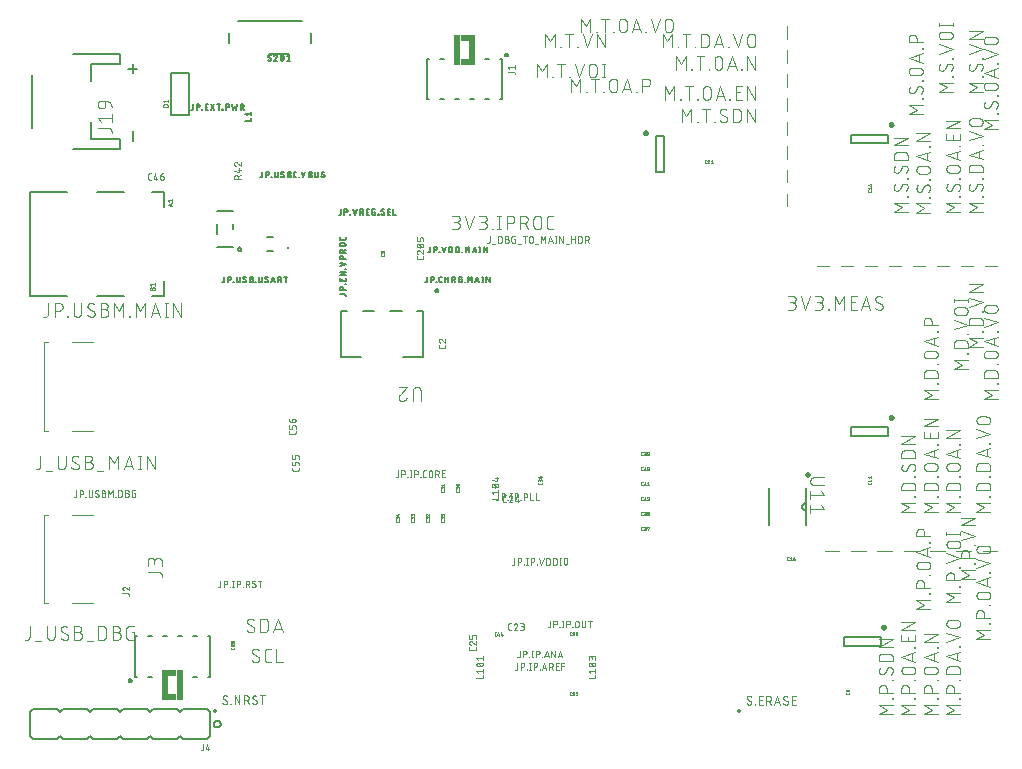
<source format=gbr>
G04 EAGLE Gerber RS-274X export*
G75*
%MOMM*%
%FSLAX34Y34*%
%LPD*%
%INSilkscreen Top*%
%IPPOS*%
%AMOC8*
5,1,8,0,0,1.08239X$1,22.5*%
G01*
%ADD10C,0.101600*%
%ADD11C,0.050800*%
%ADD12C,0.152400*%
%ADD13C,0.076200*%
%ADD14C,0.127000*%
%ADD15C,0.025400*%
%ADD16C,0.508000*%
%ADD17C,0.203200*%
%ADD18R,0.762000X0.508000*%
%ADD19R,0.508000X2.540000*%
%ADD20C,0.177800*%
%ADD21C,0.359206*%
%ADD22C,0.254000*%
%ADD23C,0.150000*%
%ADD24C,0.250000*%
%ADD25C,0.100000*%


D10*
X450850Y165100D02*
X463143Y165100D01*
X473143Y165100D02*
X485436Y165100D01*
X495436Y165100D02*
X507729Y165100D01*
X517729Y165100D02*
X530021Y165100D01*
X540021Y165100D02*
X552314Y165100D01*
X562314Y165100D02*
X574607Y165100D01*
X584607Y165100D02*
X596900Y165100D01*
X454800Y406400D02*
X444500Y406400D01*
X464800Y406400D02*
X475100Y406400D01*
X485100Y406400D02*
X495400Y406400D01*
X505400Y406400D02*
X515700Y406400D01*
X525700Y406400D02*
X536000Y406400D01*
X546000Y406400D02*
X556300Y406400D01*
X566300Y406400D02*
X576600Y406400D01*
X586600Y406400D02*
X596900Y406400D01*
X419100Y457200D02*
X419100Y467500D01*
X419100Y477500D02*
X419100Y487800D01*
X419100Y497800D02*
X419100Y508100D01*
X419100Y518100D02*
X419100Y528400D01*
X419100Y538400D02*
X419100Y548700D01*
X419100Y558700D02*
X419100Y569000D01*
X419100Y579000D02*
X419100Y589300D01*
X419100Y599300D02*
X419100Y609600D01*
D11*
X256616Y57904D02*
X251028Y57904D01*
X256616Y57904D02*
X256616Y60388D01*
X252270Y62465D02*
X251028Y64017D01*
X256616Y64017D01*
X256616Y62465D02*
X256616Y65569D01*
X253822Y67951D02*
X253691Y67953D01*
X253561Y67958D01*
X253431Y67968D01*
X253301Y67981D01*
X253171Y67997D01*
X253042Y68017D01*
X252914Y68041D01*
X252787Y68069D01*
X252660Y68100D01*
X252534Y68135D01*
X252409Y68173D01*
X252285Y68215D01*
X252163Y68260D01*
X252042Y68309D01*
X251922Y68361D01*
X251804Y68417D01*
X251804Y68416D02*
X251744Y68439D01*
X251684Y68465D01*
X251627Y68494D01*
X251571Y68527D01*
X251517Y68563D01*
X251465Y68601D01*
X251415Y68643D01*
X251368Y68687D01*
X251323Y68734D01*
X251281Y68784D01*
X251242Y68835D01*
X251206Y68889D01*
X251173Y68945D01*
X251143Y69002D01*
X251116Y69061D01*
X251093Y69122D01*
X251073Y69183D01*
X251057Y69246D01*
X251044Y69310D01*
X251035Y69374D01*
X251030Y69438D01*
X251028Y69503D01*
X251030Y69568D01*
X251035Y69632D01*
X251044Y69696D01*
X251057Y69760D01*
X251073Y69823D01*
X251093Y69884D01*
X251116Y69945D01*
X251143Y70004D01*
X251173Y70061D01*
X251206Y70117D01*
X251242Y70171D01*
X251281Y70222D01*
X251323Y70272D01*
X251368Y70319D01*
X251415Y70363D01*
X251465Y70405D01*
X251517Y70443D01*
X251571Y70479D01*
X251627Y70512D01*
X251684Y70541D01*
X251744Y70567D01*
X251804Y70590D01*
X251922Y70646D01*
X252042Y70698D01*
X252163Y70747D01*
X252285Y70792D01*
X252409Y70834D01*
X252534Y70872D01*
X252660Y70907D01*
X252786Y70938D01*
X252914Y70966D01*
X253042Y70990D01*
X253171Y71010D01*
X253301Y71026D01*
X253431Y71039D01*
X253561Y71049D01*
X253691Y71054D01*
X253822Y71056D01*
X253822Y67951D02*
X253953Y67953D01*
X254083Y67958D01*
X254213Y67968D01*
X254343Y67981D01*
X254473Y67997D01*
X254602Y68017D01*
X254730Y68041D01*
X254857Y68069D01*
X254984Y68100D01*
X255110Y68135D01*
X255235Y68173D01*
X255359Y68215D01*
X255481Y68260D01*
X255602Y68309D01*
X255722Y68361D01*
X255840Y68417D01*
X255840Y68416D02*
X255900Y68439D01*
X255960Y68465D01*
X256017Y68494D01*
X256073Y68527D01*
X256127Y68563D01*
X256179Y68601D01*
X256229Y68643D01*
X256276Y68687D01*
X256321Y68734D01*
X256363Y68784D01*
X256402Y68835D01*
X256438Y68889D01*
X256471Y68945D01*
X256501Y69002D01*
X256528Y69061D01*
X256551Y69122D01*
X256571Y69183D01*
X256587Y69246D01*
X256600Y69310D01*
X256609Y69374D01*
X256614Y69438D01*
X256616Y69503D01*
X255840Y70590D02*
X255722Y70646D01*
X255602Y70698D01*
X255481Y70747D01*
X255359Y70792D01*
X255235Y70834D01*
X255110Y70872D01*
X254984Y70907D01*
X254858Y70938D01*
X254730Y70966D01*
X254602Y70990D01*
X254473Y71010D01*
X254343Y71026D01*
X254213Y71039D01*
X254083Y71049D01*
X253953Y71054D01*
X253822Y71056D01*
X255840Y70590D02*
X255900Y70567D01*
X255960Y70541D01*
X256017Y70512D01*
X256073Y70479D01*
X256127Y70443D01*
X256179Y70405D01*
X256229Y70363D01*
X256276Y70319D01*
X256321Y70272D01*
X256363Y70222D01*
X256402Y70171D01*
X256438Y70117D01*
X256471Y70061D01*
X256501Y70004D01*
X256528Y69945D01*
X256551Y69884D01*
X256571Y69823D01*
X256587Y69760D01*
X256600Y69696D01*
X256609Y69632D01*
X256614Y69568D01*
X256616Y69503D01*
X255374Y68262D02*
X252270Y70745D01*
X256616Y73438D02*
X256616Y74990D01*
X256614Y75067D01*
X256608Y75145D01*
X256599Y75221D01*
X256585Y75298D01*
X256568Y75373D01*
X256547Y75447D01*
X256522Y75521D01*
X256494Y75593D01*
X256462Y75663D01*
X256427Y75732D01*
X256388Y75799D01*
X256346Y75864D01*
X256301Y75927D01*
X256253Y75988D01*
X256202Y76046D01*
X256148Y76101D01*
X256091Y76154D01*
X256032Y76203D01*
X255970Y76250D01*
X255906Y76294D01*
X255840Y76334D01*
X255772Y76371D01*
X255702Y76405D01*
X255631Y76435D01*
X255558Y76461D01*
X255484Y76484D01*
X255409Y76503D01*
X255334Y76518D01*
X255257Y76530D01*
X255180Y76538D01*
X255103Y76542D01*
X255025Y76542D01*
X254948Y76538D01*
X254871Y76530D01*
X254794Y76518D01*
X254719Y76503D01*
X254644Y76484D01*
X254570Y76461D01*
X254497Y76435D01*
X254426Y76405D01*
X254356Y76371D01*
X254288Y76334D01*
X254222Y76294D01*
X254158Y76250D01*
X254096Y76203D01*
X254037Y76154D01*
X253980Y76101D01*
X253926Y76046D01*
X253875Y75988D01*
X253827Y75927D01*
X253782Y75864D01*
X253740Y75799D01*
X253701Y75732D01*
X253666Y75663D01*
X253634Y75593D01*
X253606Y75521D01*
X253581Y75447D01*
X253560Y75373D01*
X253543Y75298D01*
X253529Y75221D01*
X253520Y75145D01*
X253514Y75067D01*
X253512Y74990D01*
X251028Y75300D02*
X251028Y73438D01*
X251028Y75300D02*
X251030Y75370D01*
X251036Y75439D01*
X251046Y75508D01*
X251059Y75576D01*
X251077Y75644D01*
X251098Y75710D01*
X251123Y75775D01*
X251151Y75839D01*
X251183Y75901D01*
X251218Y75961D01*
X251257Y76019D01*
X251299Y76074D01*
X251344Y76128D01*
X251392Y76178D01*
X251442Y76226D01*
X251496Y76271D01*
X251551Y76313D01*
X251609Y76352D01*
X251669Y76387D01*
X251731Y76419D01*
X251795Y76447D01*
X251860Y76472D01*
X251926Y76493D01*
X251994Y76511D01*
X252062Y76524D01*
X252131Y76534D01*
X252200Y76540D01*
X252270Y76542D01*
X252340Y76540D01*
X252409Y76534D01*
X252478Y76524D01*
X252546Y76511D01*
X252614Y76493D01*
X252680Y76472D01*
X252745Y76447D01*
X252809Y76419D01*
X252871Y76387D01*
X252931Y76352D01*
X252989Y76313D01*
X253044Y76271D01*
X253098Y76226D01*
X253148Y76178D01*
X253196Y76128D01*
X253241Y76074D01*
X253283Y76019D01*
X253322Y75961D01*
X253357Y75901D01*
X253389Y75839D01*
X253417Y75775D01*
X253442Y75710D01*
X253463Y75644D01*
X253481Y75576D01*
X253494Y75508D01*
X253504Y75439D01*
X253510Y75370D01*
X253512Y75300D01*
X253512Y74059D01*
X174422Y209208D02*
X168834Y209208D01*
X174422Y209208D02*
X174422Y211691D01*
X170076Y213769D02*
X168834Y215321D01*
X174422Y215321D01*
X174422Y213769D02*
X174422Y216873D01*
X171628Y219255D02*
X171497Y219257D01*
X171367Y219262D01*
X171237Y219272D01*
X171107Y219285D01*
X170977Y219301D01*
X170848Y219321D01*
X170720Y219345D01*
X170593Y219373D01*
X170466Y219404D01*
X170340Y219439D01*
X170215Y219477D01*
X170091Y219519D01*
X169969Y219564D01*
X169848Y219613D01*
X169728Y219665D01*
X169610Y219721D01*
X169610Y219720D02*
X169550Y219743D01*
X169490Y219769D01*
X169433Y219798D01*
X169377Y219831D01*
X169323Y219867D01*
X169271Y219905D01*
X169221Y219947D01*
X169174Y219991D01*
X169129Y220038D01*
X169087Y220088D01*
X169048Y220139D01*
X169012Y220193D01*
X168979Y220249D01*
X168949Y220306D01*
X168922Y220365D01*
X168899Y220426D01*
X168879Y220487D01*
X168863Y220550D01*
X168850Y220614D01*
X168841Y220678D01*
X168836Y220742D01*
X168834Y220807D01*
X168836Y220872D01*
X168841Y220936D01*
X168850Y221000D01*
X168863Y221064D01*
X168879Y221127D01*
X168899Y221188D01*
X168922Y221249D01*
X168949Y221308D01*
X168979Y221365D01*
X169012Y221421D01*
X169048Y221475D01*
X169087Y221526D01*
X169129Y221576D01*
X169174Y221623D01*
X169221Y221667D01*
X169271Y221709D01*
X169323Y221747D01*
X169377Y221783D01*
X169433Y221816D01*
X169490Y221845D01*
X169550Y221871D01*
X169610Y221894D01*
X169728Y221950D01*
X169848Y222002D01*
X169969Y222051D01*
X170091Y222096D01*
X170215Y222138D01*
X170340Y222176D01*
X170466Y222211D01*
X170592Y222242D01*
X170720Y222270D01*
X170848Y222294D01*
X170977Y222314D01*
X171107Y222330D01*
X171237Y222343D01*
X171367Y222353D01*
X171497Y222358D01*
X171628Y222360D01*
X171628Y219255D02*
X171759Y219257D01*
X171889Y219262D01*
X172019Y219272D01*
X172149Y219285D01*
X172279Y219301D01*
X172408Y219321D01*
X172536Y219345D01*
X172663Y219373D01*
X172790Y219404D01*
X172916Y219439D01*
X173041Y219477D01*
X173165Y219519D01*
X173287Y219564D01*
X173408Y219613D01*
X173528Y219665D01*
X173646Y219721D01*
X173646Y219720D02*
X173706Y219743D01*
X173766Y219769D01*
X173823Y219798D01*
X173879Y219831D01*
X173933Y219867D01*
X173985Y219905D01*
X174035Y219947D01*
X174082Y219991D01*
X174127Y220038D01*
X174169Y220088D01*
X174208Y220139D01*
X174244Y220193D01*
X174277Y220249D01*
X174307Y220306D01*
X174334Y220365D01*
X174357Y220426D01*
X174377Y220487D01*
X174393Y220550D01*
X174406Y220614D01*
X174415Y220678D01*
X174420Y220742D01*
X174422Y220807D01*
X173646Y221894D02*
X173528Y221950D01*
X173408Y222002D01*
X173287Y222051D01*
X173165Y222096D01*
X173041Y222138D01*
X172916Y222176D01*
X172790Y222211D01*
X172664Y222242D01*
X172536Y222270D01*
X172408Y222294D01*
X172279Y222314D01*
X172149Y222330D01*
X172019Y222343D01*
X171889Y222353D01*
X171759Y222358D01*
X171628Y222360D01*
X173646Y221894D02*
X173706Y221871D01*
X173766Y221845D01*
X173823Y221816D01*
X173879Y221783D01*
X173933Y221747D01*
X173985Y221709D01*
X174035Y221667D01*
X174082Y221623D01*
X174127Y221576D01*
X174169Y221526D01*
X174208Y221475D01*
X174244Y221421D01*
X174277Y221365D01*
X174307Y221308D01*
X174334Y221249D01*
X174357Y221188D01*
X174377Y221127D01*
X174393Y221064D01*
X174406Y221000D01*
X174415Y220936D01*
X174420Y220872D01*
X174422Y220807D01*
X173180Y219566D02*
X170076Y222049D01*
X173180Y224742D02*
X168834Y225983D01*
X173180Y224742D02*
X173180Y227846D01*
X171938Y226915D02*
X174422Y226915D01*
X161366Y57904D02*
X155778Y57904D01*
X161366Y57904D02*
X161366Y60388D01*
X157020Y62465D02*
X155778Y64017D01*
X161366Y64017D01*
X161366Y62465D02*
X161366Y65569D01*
X158572Y67951D02*
X158441Y67953D01*
X158311Y67958D01*
X158181Y67968D01*
X158051Y67981D01*
X157921Y67997D01*
X157792Y68017D01*
X157664Y68041D01*
X157537Y68069D01*
X157410Y68100D01*
X157284Y68135D01*
X157159Y68173D01*
X157035Y68215D01*
X156913Y68260D01*
X156792Y68309D01*
X156672Y68361D01*
X156554Y68417D01*
X156554Y68416D02*
X156494Y68439D01*
X156434Y68465D01*
X156377Y68494D01*
X156321Y68527D01*
X156267Y68563D01*
X156215Y68601D01*
X156165Y68643D01*
X156118Y68687D01*
X156073Y68734D01*
X156031Y68784D01*
X155992Y68835D01*
X155956Y68889D01*
X155923Y68945D01*
X155893Y69002D01*
X155866Y69061D01*
X155843Y69122D01*
X155823Y69183D01*
X155807Y69246D01*
X155794Y69310D01*
X155785Y69374D01*
X155780Y69438D01*
X155778Y69503D01*
X155780Y69568D01*
X155785Y69632D01*
X155794Y69696D01*
X155807Y69760D01*
X155823Y69823D01*
X155843Y69884D01*
X155866Y69945D01*
X155893Y70004D01*
X155923Y70061D01*
X155956Y70117D01*
X155992Y70171D01*
X156031Y70222D01*
X156073Y70272D01*
X156118Y70319D01*
X156165Y70363D01*
X156215Y70405D01*
X156267Y70443D01*
X156321Y70479D01*
X156377Y70512D01*
X156434Y70541D01*
X156494Y70567D01*
X156554Y70590D01*
X156672Y70646D01*
X156792Y70698D01*
X156913Y70747D01*
X157035Y70792D01*
X157159Y70834D01*
X157284Y70872D01*
X157410Y70907D01*
X157536Y70938D01*
X157664Y70966D01*
X157792Y70990D01*
X157921Y71010D01*
X158051Y71026D01*
X158181Y71039D01*
X158311Y71049D01*
X158441Y71054D01*
X158572Y71056D01*
X158572Y67951D02*
X158703Y67953D01*
X158833Y67958D01*
X158963Y67968D01*
X159093Y67981D01*
X159223Y67997D01*
X159352Y68017D01*
X159480Y68041D01*
X159607Y68069D01*
X159734Y68100D01*
X159860Y68135D01*
X159985Y68173D01*
X160109Y68215D01*
X160231Y68260D01*
X160352Y68309D01*
X160472Y68361D01*
X160590Y68417D01*
X160590Y68416D02*
X160650Y68439D01*
X160710Y68465D01*
X160767Y68494D01*
X160823Y68527D01*
X160877Y68563D01*
X160929Y68601D01*
X160979Y68643D01*
X161026Y68687D01*
X161071Y68734D01*
X161113Y68784D01*
X161152Y68835D01*
X161188Y68889D01*
X161221Y68945D01*
X161251Y69002D01*
X161278Y69061D01*
X161301Y69122D01*
X161321Y69183D01*
X161337Y69246D01*
X161350Y69310D01*
X161359Y69374D01*
X161364Y69438D01*
X161366Y69503D01*
X160590Y70590D02*
X160472Y70646D01*
X160352Y70698D01*
X160231Y70747D01*
X160109Y70792D01*
X159985Y70834D01*
X159860Y70872D01*
X159734Y70907D01*
X159608Y70938D01*
X159480Y70966D01*
X159352Y70990D01*
X159223Y71010D01*
X159093Y71026D01*
X158963Y71039D01*
X158833Y71049D01*
X158703Y71054D01*
X158572Y71056D01*
X160590Y70590D02*
X160650Y70567D01*
X160710Y70541D01*
X160767Y70512D01*
X160823Y70479D01*
X160877Y70443D01*
X160929Y70405D01*
X160979Y70363D01*
X161026Y70319D01*
X161071Y70272D01*
X161113Y70222D01*
X161152Y70171D01*
X161188Y70117D01*
X161221Y70061D01*
X161251Y70004D01*
X161278Y69945D01*
X161301Y69884D01*
X161321Y69823D01*
X161337Y69760D01*
X161350Y69696D01*
X161359Y69632D01*
X161364Y69568D01*
X161366Y69503D01*
X160124Y68262D02*
X157020Y70745D01*
X157020Y73438D02*
X155778Y74990D01*
X161366Y74990D01*
X161366Y73438D02*
X161366Y76542D01*
X190590Y70612D02*
X190590Y66266D01*
X190588Y66196D01*
X190582Y66127D01*
X190572Y66058D01*
X190559Y65990D01*
X190541Y65922D01*
X190520Y65856D01*
X190495Y65791D01*
X190467Y65727D01*
X190435Y65665D01*
X190400Y65605D01*
X190361Y65547D01*
X190319Y65492D01*
X190274Y65438D01*
X190226Y65388D01*
X190176Y65340D01*
X190122Y65295D01*
X190067Y65253D01*
X190009Y65214D01*
X189949Y65179D01*
X189887Y65147D01*
X189823Y65119D01*
X189758Y65094D01*
X189692Y65073D01*
X189624Y65055D01*
X189556Y65042D01*
X189487Y65032D01*
X189418Y65026D01*
X189348Y65024D01*
X188727Y65024D01*
X193398Y65024D02*
X193398Y70612D01*
X194950Y70612D01*
X195027Y70610D01*
X195105Y70604D01*
X195181Y70595D01*
X195258Y70581D01*
X195333Y70564D01*
X195407Y70543D01*
X195481Y70518D01*
X195553Y70490D01*
X195623Y70458D01*
X195692Y70423D01*
X195759Y70384D01*
X195824Y70342D01*
X195887Y70297D01*
X195948Y70249D01*
X196006Y70198D01*
X196061Y70144D01*
X196114Y70087D01*
X196163Y70028D01*
X196210Y69966D01*
X196254Y69902D01*
X196294Y69836D01*
X196331Y69768D01*
X196365Y69698D01*
X196395Y69627D01*
X196421Y69554D01*
X196444Y69480D01*
X196463Y69405D01*
X196478Y69330D01*
X196490Y69253D01*
X196498Y69176D01*
X196502Y69099D01*
X196502Y69021D01*
X196498Y68944D01*
X196490Y68867D01*
X196478Y68790D01*
X196463Y68715D01*
X196444Y68640D01*
X196421Y68566D01*
X196395Y68493D01*
X196365Y68422D01*
X196331Y68352D01*
X196294Y68284D01*
X196254Y68218D01*
X196210Y68154D01*
X196163Y68092D01*
X196114Y68033D01*
X196061Y67976D01*
X196006Y67922D01*
X195948Y67871D01*
X195887Y67823D01*
X195824Y67778D01*
X195759Y67736D01*
X195692Y67697D01*
X195623Y67662D01*
X195553Y67630D01*
X195481Y67602D01*
X195407Y67577D01*
X195333Y67556D01*
X195258Y67539D01*
X195181Y67525D01*
X195105Y67516D01*
X195027Y67510D01*
X194950Y67508D01*
X193398Y67508D01*
X198369Y65334D02*
X198369Y65024D01*
X198369Y65334D02*
X198680Y65334D01*
X198680Y65024D01*
X198369Y65024D01*
X201267Y65024D02*
X201267Y70612D01*
X200647Y65024D02*
X201888Y65024D01*
X201888Y70612D02*
X200647Y70612D01*
X204370Y70612D02*
X204370Y65024D01*
X204370Y70612D02*
X205922Y70612D01*
X205999Y70610D01*
X206077Y70604D01*
X206153Y70595D01*
X206230Y70581D01*
X206305Y70564D01*
X206379Y70543D01*
X206453Y70518D01*
X206525Y70490D01*
X206595Y70458D01*
X206664Y70423D01*
X206731Y70384D01*
X206796Y70342D01*
X206859Y70297D01*
X206920Y70249D01*
X206978Y70198D01*
X207033Y70144D01*
X207086Y70087D01*
X207135Y70028D01*
X207182Y69966D01*
X207226Y69902D01*
X207266Y69836D01*
X207303Y69768D01*
X207337Y69698D01*
X207367Y69627D01*
X207393Y69554D01*
X207416Y69480D01*
X207435Y69405D01*
X207450Y69330D01*
X207462Y69253D01*
X207470Y69176D01*
X207474Y69099D01*
X207474Y69021D01*
X207470Y68944D01*
X207462Y68867D01*
X207450Y68790D01*
X207435Y68715D01*
X207416Y68640D01*
X207393Y68566D01*
X207367Y68493D01*
X207337Y68422D01*
X207303Y68352D01*
X207266Y68284D01*
X207226Y68218D01*
X207182Y68154D01*
X207135Y68092D01*
X207086Y68033D01*
X207033Y67976D01*
X206978Y67922D01*
X206920Y67871D01*
X206859Y67823D01*
X206796Y67778D01*
X206731Y67736D01*
X206664Y67697D01*
X206595Y67662D01*
X206525Y67630D01*
X206453Y67602D01*
X206379Y67577D01*
X206305Y67556D01*
X206230Y67539D01*
X206153Y67525D01*
X206077Y67516D01*
X205999Y67510D01*
X205922Y67508D01*
X204370Y67508D01*
X209342Y65334D02*
X209342Y65024D01*
X209342Y65334D02*
X209652Y65334D01*
X209652Y65024D01*
X209342Y65024D01*
X211475Y65024D02*
X213337Y70612D01*
X215200Y65024D01*
X214734Y66421D02*
X211940Y66421D01*
X217491Y65024D02*
X217491Y70612D01*
X219043Y70612D01*
X219120Y70610D01*
X219198Y70604D01*
X219274Y70595D01*
X219351Y70581D01*
X219426Y70564D01*
X219500Y70543D01*
X219574Y70518D01*
X219646Y70490D01*
X219716Y70458D01*
X219785Y70423D01*
X219852Y70384D01*
X219917Y70342D01*
X219980Y70297D01*
X220041Y70249D01*
X220099Y70198D01*
X220154Y70144D01*
X220207Y70087D01*
X220256Y70028D01*
X220303Y69966D01*
X220347Y69902D01*
X220387Y69836D01*
X220424Y69768D01*
X220458Y69698D01*
X220488Y69627D01*
X220514Y69554D01*
X220537Y69480D01*
X220556Y69405D01*
X220571Y69330D01*
X220583Y69253D01*
X220591Y69176D01*
X220595Y69099D01*
X220595Y69021D01*
X220591Y68944D01*
X220583Y68867D01*
X220571Y68790D01*
X220556Y68715D01*
X220537Y68640D01*
X220514Y68566D01*
X220488Y68493D01*
X220458Y68422D01*
X220424Y68352D01*
X220387Y68284D01*
X220347Y68218D01*
X220303Y68154D01*
X220256Y68092D01*
X220207Y68033D01*
X220154Y67976D01*
X220099Y67922D01*
X220041Y67871D01*
X219980Y67823D01*
X219917Y67778D01*
X219852Y67736D01*
X219785Y67697D01*
X219716Y67662D01*
X219646Y67630D01*
X219574Y67602D01*
X219500Y67577D01*
X219426Y67556D01*
X219351Y67539D01*
X219274Y67525D01*
X219198Y67516D01*
X219120Y67510D01*
X219043Y67508D01*
X217491Y67508D01*
X219353Y67508D02*
X220595Y65024D01*
X223135Y65024D02*
X225618Y65024D01*
X223135Y65024D02*
X223135Y70612D01*
X225618Y70612D01*
X224997Y68128D02*
X223135Y68128D01*
X227890Y70612D02*
X227890Y65024D01*
X227890Y70612D02*
X230373Y70612D01*
X230373Y68128D02*
X227890Y68128D01*
X188090Y155166D02*
X188090Y159512D01*
X188090Y155166D02*
X188088Y155096D01*
X188082Y155027D01*
X188072Y154958D01*
X188059Y154890D01*
X188041Y154822D01*
X188020Y154756D01*
X187995Y154691D01*
X187967Y154627D01*
X187935Y154565D01*
X187900Y154505D01*
X187861Y154447D01*
X187819Y154392D01*
X187774Y154338D01*
X187726Y154288D01*
X187676Y154240D01*
X187622Y154195D01*
X187567Y154153D01*
X187509Y154114D01*
X187449Y154079D01*
X187387Y154047D01*
X187323Y154019D01*
X187258Y153994D01*
X187192Y153973D01*
X187124Y153955D01*
X187056Y153942D01*
X186987Y153932D01*
X186918Y153926D01*
X186848Y153924D01*
X186227Y153924D01*
X190898Y153924D02*
X190898Y159512D01*
X192450Y159512D01*
X192527Y159510D01*
X192605Y159504D01*
X192681Y159495D01*
X192758Y159481D01*
X192833Y159464D01*
X192907Y159443D01*
X192981Y159418D01*
X193053Y159390D01*
X193123Y159358D01*
X193192Y159323D01*
X193259Y159284D01*
X193324Y159242D01*
X193387Y159197D01*
X193448Y159149D01*
X193506Y159098D01*
X193561Y159044D01*
X193614Y158987D01*
X193663Y158928D01*
X193710Y158866D01*
X193754Y158802D01*
X193794Y158736D01*
X193831Y158668D01*
X193865Y158598D01*
X193895Y158527D01*
X193921Y158454D01*
X193944Y158380D01*
X193963Y158305D01*
X193978Y158230D01*
X193990Y158153D01*
X193998Y158076D01*
X194002Y157999D01*
X194002Y157921D01*
X193998Y157844D01*
X193990Y157767D01*
X193978Y157690D01*
X193963Y157615D01*
X193944Y157540D01*
X193921Y157466D01*
X193895Y157393D01*
X193865Y157322D01*
X193831Y157252D01*
X193794Y157184D01*
X193754Y157118D01*
X193710Y157054D01*
X193663Y156992D01*
X193614Y156933D01*
X193561Y156876D01*
X193506Y156822D01*
X193448Y156771D01*
X193387Y156723D01*
X193324Y156678D01*
X193259Y156636D01*
X193192Y156597D01*
X193123Y156562D01*
X193053Y156530D01*
X192981Y156502D01*
X192907Y156477D01*
X192833Y156456D01*
X192758Y156439D01*
X192681Y156425D01*
X192605Y156416D01*
X192527Y156410D01*
X192450Y156408D01*
X190898Y156408D01*
X195870Y154234D02*
X195870Y153924D01*
X195870Y154234D02*
X196180Y154234D01*
X196180Y153924D01*
X195870Y153924D01*
X198768Y153924D02*
X198768Y159512D01*
X198147Y153924D02*
X199389Y153924D01*
X199389Y159512D02*
X198147Y159512D01*
X201871Y159512D02*
X201871Y153924D01*
X201871Y159512D02*
X203423Y159512D01*
X203500Y159510D01*
X203578Y159504D01*
X203654Y159495D01*
X203731Y159481D01*
X203806Y159464D01*
X203880Y159443D01*
X203954Y159418D01*
X204026Y159390D01*
X204096Y159358D01*
X204165Y159323D01*
X204232Y159284D01*
X204297Y159242D01*
X204360Y159197D01*
X204421Y159149D01*
X204479Y159098D01*
X204534Y159044D01*
X204587Y158987D01*
X204636Y158928D01*
X204683Y158866D01*
X204727Y158802D01*
X204767Y158736D01*
X204804Y158668D01*
X204838Y158598D01*
X204868Y158527D01*
X204894Y158454D01*
X204917Y158380D01*
X204936Y158305D01*
X204951Y158230D01*
X204963Y158153D01*
X204971Y158076D01*
X204975Y157999D01*
X204975Y157921D01*
X204971Y157844D01*
X204963Y157767D01*
X204951Y157690D01*
X204936Y157615D01*
X204917Y157540D01*
X204894Y157466D01*
X204868Y157393D01*
X204838Y157322D01*
X204804Y157252D01*
X204767Y157184D01*
X204727Y157118D01*
X204683Y157054D01*
X204636Y156992D01*
X204587Y156933D01*
X204534Y156876D01*
X204479Y156822D01*
X204421Y156771D01*
X204360Y156723D01*
X204297Y156678D01*
X204232Y156636D01*
X204165Y156597D01*
X204096Y156562D01*
X204026Y156530D01*
X203954Y156502D01*
X203880Y156477D01*
X203806Y156456D01*
X203731Y156439D01*
X203654Y156425D01*
X203578Y156416D01*
X203500Y156410D01*
X203423Y156408D01*
X201871Y156408D01*
X206842Y154234D02*
X206842Y153924D01*
X206842Y154234D02*
X207153Y154234D01*
X207153Y153924D01*
X206842Y153924D01*
X210838Y153924D02*
X208975Y159512D01*
X212701Y159512D02*
X210838Y153924D01*
X214955Y153924D02*
X214955Y159512D01*
X216507Y159512D01*
X216583Y159510D01*
X216659Y159505D01*
X216735Y159495D01*
X216810Y159482D01*
X216884Y159465D01*
X216958Y159445D01*
X217030Y159421D01*
X217101Y159394D01*
X217171Y159363D01*
X217239Y159329D01*
X217305Y159291D01*
X217369Y159250D01*
X217432Y159207D01*
X217492Y159160D01*
X217549Y159110D01*
X217604Y159057D01*
X217657Y159002D01*
X217707Y158945D01*
X217754Y158885D01*
X217797Y158822D01*
X217838Y158758D01*
X217876Y158692D01*
X217910Y158624D01*
X217941Y158554D01*
X217968Y158483D01*
X217992Y158410D01*
X218012Y158337D01*
X218029Y158263D01*
X218042Y158188D01*
X218052Y158112D01*
X218057Y158036D01*
X218059Y157960D01*
X218059Y155476D01*
X218057Y155397D01*
X218051Y155319D01*
X218041Y155241D01*
X218027Y155164D01*
X218009Y155087D01*
X217988Y155011D01*
X217962Y154937D01*
X217933Y154864D01*
X217900Y154793D01*
X217864Y154723D01*
X217824Y154655D01*
X217781Y154589D01*
X217734Y154526D01*
X217685Y154465D01*
X217632Y154407D01*
X217576Y154351D01*
X217518Y154298D01*
X217457Y154249D01*
X217394Y154202D01*
X217328Y154159D01*
X217260Y154119D01*
X217191Y154083D01*
X217119Y154050D01*
X217046Y154021D01*
X216972Y153995D01*
X216896Y153974D01*
X216819Y153956D01*
X216742Y153942D01*
X216664Y153932D01*
X216586Y153926D01*
X216507Y153924D01*
X214955Y153924D01*
X220807Y153924D02*
X220807Y159512D01*
X222359Y159512D01*
X222435Y159510D01*
X222511Y159505D01*
X222587Y159495D01*
X222662Y159482D01*
X222736Y159465D01*
X222810Y159445D01*
X222882Y159421D01*
X222953Y159394D01*
X223023Y159363D01*
X223091Y159329D01*
X223157Y159291D01*
X223221Y159250D01*
X223284Y159207D01*
X223344Y159160D01*
X223401Y159110D01*
X223456Y159057D01*
X223509Y159002D01*
X223559Y158945D01*
X223606Y158885D01*
X223649Y158822D01*
X223690Y158758D01*
X223728Y158692D01*
X223762Y158624D01*
X223793Y158554D01*
X223820Y158483D01*
X223844Y158410D01*
X223864Y158337D01*
X223881Y158263D01*
X223894Y158188D01*
X223904Y158112D01*
X223909Y158036D01*
X223911Y157960D01*
X223911Y155476D01*
X223909Y155397D01*
X223903Y155319D01*
X223893Y155241D01*
X223879Y155164D01*
X223861Y155087D01*
X223840Y155011D01*
X223814Y154937D01*
X223785Y154864D01*
X223752Y154793D01*
X223716Y154723D01*
X223676Y154655D01*
X223633Y154589D01*
X223586Y154526D01*
X223537Y154465D01*
X223484Y154407D01*
X223428Y154351D01*
X223370Y154298D01*
X223309Y154249D01*
X223246Y154202D01*
X223180Y154159D01*
X223112Y154119D01*
X223043Y154083D01*
X222971Y154050D01*
X222898Y154021D01*
X222824Y153995D01*
X222748Y153974D01*
X222671Y153956D01*
X222594Y153942D01*
X222516Y153932D01*
X222438Y153926D01*
X222359Y153924D01*
X220807Y153924D01*
X226931Y153924D02*
X226931Y159512D01*
X226310Y153924D02*
X227552Y153924D01*
X227552Y159512D02*
X226310Y159512D01*
X229768Y157960D02*
X229768Y155476D01*
X229768Y157960D02*
X229770Y158037D01*
X229776Y158115D01*
X229785Y158191D01*
X229799Y158268D01*
X229816Y158343D01*
X229837Y158417D01*
X229862Y158491D01*
X229890Y158563D01*
X229922Y158633D01*
X229957Y158702D01*
X229996Y158769D01*
X230038Y158834D01*
X230083Y158897D01*
X230131Y158958D01*
X230182Y159016D01*
X230236Y159071D01*
X230293Y159124D01*
X230352Y159173D01*
X230414Y159220D01*
X230478Y159264D01*
X230544Y159304D01*
X230612Y159341D01*
X230682Y159375D01*
X230753Y159405D01*
X230826Y159431D01*
X230900Y159454D01*
X230975Y159473D01*
X231050Y159488D01*
X231127Y159500D01*
X231204Y159508D01*
X231281Y159512D01*
X231359Y159512D01*
X231436Y159508D01*
X231513Y159500D01*
X231590Y159488D01*
X231665Y159473D01*
X231740Y159454D01*
X231814Y159431D01*
X231887Y159405D01*
X231958Y159375D01*
X232028Y159341D01*
X232096Y159304D01*
X232162Y159264D01*
X232226Y159220D01*
X232288Y159173D01*
X232347Y159124D01*
X232404Y159071D01*
X232458Y159016D01*
X232509Y158958D01*
X232557Y158897D01*
X232602Y158834D01*
X232644Y158769D01*
X232683Y158702D01*
X232718Y158633D01*
X232750Y158563D01*
X232778Y158491D01*
X232803Y158417D01*
X232824Y158343D01*
X232841Y158268D01*
X232855Y158191D01*
X232864Y158115D01*
X232870Y158037D01*
X232872Y157960D01*
X232873Y157960D02*
X232873Y155476D01*
X232872Y155476D02*
X232870Y155399D01*
X232864Y155321D01*
X232855Y155245D01*
X232841Y155168D01*
X232824Y155093D01*
X232803Y155019D01*
X232778Y154945D01*
X232750Y154873D01*
X232718Y154803D01*
X232683Y154734D01*
X232644Y154667D01*
X232602Y154602D01*
X232557Y154539D01*
X232509Y154478D01*
X232458Y154420D01*
X232404Y154365D01*
X232347Y154312D01*
X232288Y154263D01*
X232226Y154216D01*
X232162Y154172D01*
X232096Y154132D01*
X232028Y154095D01*
X231958Y154061D01*
X231887Y154031D01*
X231814Y154005D01*
X231740Y153982D01*
X231665Y153963D01*
X231590Y153948D01*
X231513Y153936D01*
X231436Y153928D01*
X231359Y153924D01*
X231281Y153924D01*
X231204Y153928D01*
X231127Y153936D01*
X231050Y153948D01*
X230975Y153963D01*
X230900Y153982D01*
X230826Y154005D01*
X230753Y154031D01*
X230682Y154061D01*
X230612Y154095D01*
X230544Y154132D01*
X230478Y154172D01*
X230414Y154216D01*
X230352Y154263D01*
X230293Y154312D01*
X230236Y154365D01*
X230182Y154420D01*
X230131Y154478D01*
X230083Y154539D01*
X230038Y154602D01*
X229996Y154667D01*
X229957Y154734D01*
X229922Y154803D01*
X229890Y154873D01*
X229862Y154945D01*
X229837Y155019D01*
X229816Y155093D01*
X229799Y155168D01*
X229785Y155245D01*
X229776Y155321D01*
X229770Y155399D01*
X229768Y155476D01*
X192507Y81026D02*
X192507Y76680D01*
X192505Y76610D01*
X192499Y76541D01*
X192489Y76472D01*
X192476Y76404D01*
X192458Y76336D01*
X192437Y76270D01*
X192412Y76205D01*
X192384Y76141D01*
X192352Y76079D01*
X192317Y76019D01*
X192278Y75961D01*
X192236Y75906D01*
X192191Y75852D01*
X192143Y75802D01*
X192093Y75754D01*
X192039Y75709D01*
X191984Y75667D01*
X191926Y75628D01*
X191866Y75593D01*
X191804Y75561D01*
X191740Y75533D01*
X191675Y75508D01*
X191609Y75487D01*
X191541Y75469D01*
X191473Y75456D01*
X191404Y75446D01*
X191335Y75440D01*
X191265Y75438D01*
X190644Y75438D01*
X195315Y75438D02*
X195315Y81026D01*
X196867Y81026D01*
X196944Y81024D01*
X197022Y81018D01*
X197098Y81009D01*
X197175Y80995D01*
X197250Y80978D01*
X197324Y80957D01*
X197398Y80932D01*
X197470Y80904D01*
X197540Y80872D01*
X197609Y80837D01*
X197676Y80798D01*
X197741Y80756D01*
X197804Y80711D01*
X197865Y80663D01*
X197923Y80612D01*
X197978Y80558D01*
X198031Y80501D01*
X198080Y80442D01*
X198127Y80380D01*
X198171Y80316D01*
X198211Y80250D01*
X198248Y80182D01*
X198282Y80112D01*
X198312Y80041D01*
X198338Y79968D01*
X198361Y79894D01*
X198380Y79819D01*
X198395Y79744D01*
X198407Y79667D01*
X198415Y79590D01*
X198419Y79513D01*
X198419Y79435D01*
X198415Y79358D01*
X198407Y79281D01*
X198395Y79204D01*
X198380Y79129D01*
X198361Y79054D01*
X198338Y78980D01*
X198312Y78907D01*
X198282Y78836D01*
X198248Y78766D01*
X198211Y78698D01*
X198171Y78632D01*
X198127Y78568D01*
X198080Y78506D01*
X198031Y78447D01*
X197978Y78390D01*
X197923Y78336D01*
X197865Y78285D01*
X197804Y78237D01*
X197741Y78192D01*
X197676Y78150D01*
X197609Y78111D01*
X197540Y78076D01*
X197470Y78044D01*
X197398Y78016D01*
X197324Y77991D01*
X197250Y77970D01*
X197175Y77953D01*
X197098Y77939D01*
X197022Y77930D01*
X196944Y77924D01*
X196867Y77922D01*
X195315Y77922D01*
X200286Y75748D02*
X200286Y75438D01*
X200286Y75748D02*
X200597Y75748D01*
X200597Y75438D01*
X200286Y75438D01*
X203185Y75438D02*
X203185Y81026D01*
X202564Y75438D02*
X203806Y75438D01*
X203806Y81026D02*
X202564Y81026D01*
X206287Y81026D02*
X206287Y75438D01*
X206287Y81026D02*
X207840Y81026D01*
X207917Y81024D01*
X207995Y81018D01*
X208071Y81009D01*
X208148Y80995D01*
X208223Y80978D01*
X208297Y80957D01*
X208371Y80932D01*
X208443Y80904D01*
X208513Y80872D01*
X208582Y80837D01*
X208649Y80798D01*
X208714Y80756D01*
X208777Y80711D01*
X208838Y80663D01*
X208896Y80612D01*
X208951Y80558D01*
X209004Y80501D01*
X209053Y80442D01*
X209100Y80380D01*
X209144Y80316D01*
X209184Y80250D01*
X209221Y80182D01*
X209255Y80112D01*
X209285Y80041D01*
X209311Y79968D01*
X209334Y79894D01*
X209353Y79819D01*
X209368Y79744D01*
X209380Y79667D01*
X209388Y79590D01*
X209392Y79513D01*
X209392Y79435D01*
X209388Y79358D01*
X209380Y79281D01*
X209368Y79204D01*
X209353Y79129D01*
X209334Y79054D01*
X209311Y78980D01*
X209285Y78907D01*
X209255Y78836D01*
X209221Y78766D01*
X209184Y78698D01*
X209144Y78632D01*
X209100Y78568D01*
X209053Y78506D01*
X209004Y78447D01*
X208951Y78390D01*
X208896Y78336D01*
X208838Y78285D01*
X208777Y78237D01*
X208714Y78192D01*
X208649Y78150D01*
X208582Y78111D01*
X208513Y78076D01*
X208443Y78044D01*
X208371Y78016D01*
X208297Y77991D01*
X208223Y77970D01*
X208148Y77953D01*
X208071Y77939D01*
X207995Y77930D01*
X207917Y77924D01*
X207840Y77922D01*
X206287Y77922D01*
X211259Y75748D02*
X211259Y75438D01*
X211259Y75748D02*
X211569Y75748D01*
X211569Y75438D01*
X211259Y75438D01*
X213392Y75438D02*
X215255Y81026D01*
X217117Y75438D01*
X216652Y76835D02*
X213858Y76835D01*
X219372Y75438D02*
X219372Y81026D01*
X222476Y75438D01*
X222476Y81026D01*
X226593Y81026D02*
X224730Y75438D01*
X228456Y75438D02*
X226593Y81026D01*
X227990Y76835D02*
X225196Y76835D01*
X218245Y102080D02*
X218245Y106426D01*
X218245Y102080D02*
X218243Y102010D01*
X218237Y101941D01*
X218227Y101872D01*
X218214Y101804D01*
X218196Y101736D01*
X218175Y101670D01*
X218150Y101605D01*
X218122Y101541D01*
X218090Y101479D01*
X218055Y101419D01*
X218016Y101361D01*
X217974Y101306D01*
X217929Y101252D01*
X217881Y101202D01*
X217831Y101154D01*
X217777Y101109D01*
X217722Y101067D01*
X217664Y101028D01*
X217604Y100993D01*
X217542Y100961D01*
X217478Y100933D01*
X217413Y100908D01*
X217347Y100887D01*
X217279Y100869D01*
X217211Y100856D01*
X217142Y100846D01*
X217073Y100840D01*
X217003Y100838D01*
X216382Y100838D01*
X221053Y100838D02*
X221053Y106426D01*
X222605Y106426D01*
X222682Y106424D01*
X222760Y106418D01*
X222836Y106409D01*
X222913Y106395D01*
X222988Y106378D01*
X223062Y106357D01*
X223136Y106332D01*
X223208Y106304D01*
X223278Y106272D01*
X223347Y106237D01*
X223414Y106198D01*
X223479Y106156D01*
X223542Y106111D01*
X223603Y106063D01*
X223661Y106012D01*
X223716Y105958D01*
X223769Y105901D01*
X223818Y105842D01*
X223865Y105780D01*
X223909Y105716D01*
X223949Y105650D01*
X223986Y105582D01*
X224020Y105512D01*
X224050Y105441D01*
X224076Y105368D01*
X224099Y105294D01*
X224118Y105219D01*
X224133Y105144D01*
X224145Y105067D01*
X224153Y104990D01*
X224157Y104913D01*
X224157Y104835D01*
X224153Y104758D01*
X224145Y104681D01*
X224133Y104604D01*
X224118Y104529D01*
X224099Y104454D01*
X224076Y104380D01*
X224050Y104307D01*
X224020Y104236D01*
X223986Y104166D01*
X223949Y104098D01*
X223909Y104032D01*
X223865Y103968D01*
X223818Y103906D01*
X223769Y103847D01*
X223716Y103790D01*
X223661Y103736D01*
X223603Y103685D01*
X223542Y103637D01*
X223479Y103592D01*
X223414Y103550D01*
X223347Y103511D01*
X223278Y103476D01*
X223208Y103444D01*
X223136Y103416D01*
X223062Y103391D01*
X222988Y103370D01*
X222913Y103353D01*
X222836Y103339D01*
X222760Y103330D01*
X222682Y103324D01*
X222605Y103322D01*
X221053Y103322D01*
X226024Y101148D02*
X226024Y100838D01*
X226024Y101148D02*
X226335Y101148D01*
X226335Y100838D01*
X226024Y100838D01*
X228923Y100838D02*
X228923Y106426D01*
X228302Y100838D02*
X229544Y100838D01*
X229544Y106426D02*
X228302Y106426D01*
X232026Y106426D02*
X232026Y100838D01*
X232026Y106426D02*
X233578Y106426D01*
X233655Y106424D01*
X233733Y106418D01*
X233809Y106409D01*
X233886Y106395D01*
X233961Y106378D01*
X234035Y106357D01*
X234109Y106332D01*
X234181Y106304D01*
X234251Y106272D01*
X234320Y106237D01*
X234387Y106198D01*
X234452Y106156D01*
X234515Y106111D01*
X234576Y106063D01*
X234634Y106012D01*
X234689Y105958D01*
X234742Y105901D01*
X234791Y105842D01*
X234838Y105780D01*
X234882Y105716D01*
X234922Y105650D01*
X234959Y105582D01*
X234993Y105512D01*
X235023Y105441D01*
X235049Y105368D01*
X235072Y105294D01*
X235091Y105219D01*
X235106Y105144D01*
X235118Y105067D01*
X235126Y104990D01*
X235130Y104913D01*
X235130Y104835D01*
X235126Y104758D01*
X235118Y104681D01*
X235106Y104604D01*
X235091Y104529D01*
X235072Y104454D01*
X235049Y104380D01*
X235023Y104307D01*
X234993Y104236D01*
X234959Y104166D01*
X234922Y104098D01*
X234882Y104032D01*
X234838Y103968D01*
X234791Y103906D01*
X234742Y103847D01*
X234689Y103790D01*
X234634Y103736D01*
X234576Y103685D01*
X234515Y103637D01*
X234452Y103592D01*
X234387Y103550D01*
X234320Y103511D01*
X234251Y103476D01*
X234181Y103444D01*
X234109Y103416D01*
X234035Y103391D01*
X233961Y103370D01*
X233886Y103353D01*
X233809Y103339D01*
X233733Y103330D01*
X233655Y103324D01*
X233578Y103322D01*
X232026Y103322D01*
X236997Y101148D02*
X236997Y100838D01*
X236997Y101148D02*
X237308Y101148D01*
X237308Y100838D01*
X236997Y100838D01*
X239441Y102390D02*
X239441Y104874D01*
X239443Y104951D01*
X239449Y105029D01*
X239458Y105105D01*
X239472Y105182D01*
X239489Y105257D01*
X239510Y105331D01*
X239535Y105405D01*
X239563Y105477D01*
X239595Y105547D01*
X239630Y105616D01*
X239669Y105683D01*
X239711Y105748D01*
X239756Y105811D01*
X239804Y105872D01*
X239855Y105930D01*
X239909Y105985D01*
X239966Y106038D01*
X240025Y106087D01*
X240087Y106134D01*
X240151Y106178D01*
X240217Y106218D01*
X240285Y106255D01*
X240355Y106289D01*
X240426Y106319D01*
X240499Y106345D01*
X240573Y106368D01*
X240648Y106387D01*
X240723Y106402D01*
X240800Y106414D01*
X240877Y106422D01*
X240954Y106426D01*
X241032Y106426D01*
X241109Y106422D01*
X241186Y106414D01*
X241263Y106402D01*
X241338Y106387D01*
X241413Y106368D01*
X241487Y106345D01*
X241560Y106319D01*
X241631Y106289D01*
X241701Y106255D01*
X241769Y106218D01*
X241835Y106178D01*
X241899Y106134D01*
X241961Y106087D01*
X242020Y106038D01*
X242077Y105985D01*
X242131Y105930D01*
X242182Y105872D01*
X242230Y105811D01*
X242275Y105748D01*
X242317Y105683D01*
X242356Y105616D01*
X242391Y105547D01*
X242423Y105477D01*
X242451Y105405D01*
X242476Y105331D01*
X242497Y105257D01*
X242514Y105182D01*
X242528Y105105D01*
X242537Y105029D01*
X242543Y104951D01*
X242545Y104874D01*
X242545Y102390D01*
X242543Y102313D01*
X242537Y102235D01*
X242528Y102159D01*
X242514Y102082D01*
X242497Y102007D01*
X242476Y101933D01*
X242451Y101859D01*
X242423Y101787D01*
X242391Y101717D01*
X242356Y101648D01*
X242317Y101581D01*
X242275Y101516D01*
X242230Y101453D01*
X242182Y101392D01*
X242131Y101334D01*
X242077Y101279D01*
X242020Y101226D01*
X241961Y101177D01*
X241899Y101130D01*
X241835Y101086D01*
X241769Y101046D01*
X241701Y101009D01*
X241631Y100975D01*
X241560Y100945D01*
X241487Y100919D01*
X241413Y100896D01*
X241338Y100877D01*
X241263Y100862D01*
X241186Y100850D01*
X241109Y100842D01*
X241032Y100838D01*
X240954Y100838D01*
X240877Y100842D01*
X240800Y100850D01*
X240723Y100862D01*
X240648Y100877D01*
X240573Y100896D01*
X240499Y100919D01*
X240426Y100945D01*
X240355Y100975D01*
X240285Y101009D01*
X240217Y101046D01*
X240151Y101086D01*
X240087Y101130D01*
X240025Y101177D01*
X239966Y101226D01*
X239909Y101279D01*
X239855Y101334D01*
X239804Y101392D01*
X239756Y101453D01*
X239711Y101516D01*
X239669Y101581D01*
X239630Y101648D01*
X239595Y101717D01*
X239563Y101787D01*
X239535Y101859D01*
X239510Y101933D01*
X239489Y102007D01*
X239472Y102082D01*
X239458Y102159D01*
X239449Y102235D01*
X239443Y102313D01*
X239441Y102390D01*
X245110Y102390D02*
X245110Y106426D01*
X245110Y102390D02*
X245112Y102313D01*
X245118Y102235D01*
X245127Y102159D01*
X245141Y102082D01*
X245158Y102007D01*
X245179Y101933D01*
X245204Y101859D01*
X245232Y101787D01*
X245264Y101717D01*
X245299Y101648D01*
X245338Y101581D01*
X245380Y101516D01*
X245425Y101453D01*
X245473Y101392D01*
X245524Y101334D01*
X245578Y101279D01*
X245635Y101226D01*
X245694Y101177D01*
X245756Y101130D01*
X245820Y101086D01*
X245886Y101046D01*
X245954Y101009D01*
X246024Y100975D01*
X246095Y100945D01*
X246168Y100919D01*
X246242Y100896D01*
X246317Y100877D01*
X246392Y100862D01*
X246469Y100850D01*
X246546Y100842D01*
X246623Y100838D01*
X246701Y100838D01*
X246778Y100842D01*
X246855Y100850D01*
X246932Y100862D01*
X247007Y100877D01*
X247082Y100896D01*
X247156Y100919D01*
X247229Y100945D01*
X247300Y100975D01*
X247370Y101009D01*
X247438Y101046D01*
X247504Y101086D01*
X247568Y101130D01*
X247630Y101177D01*
X247689Y101226D01*
X247746Y101279D01*
X247800Y101334D01*
X247851Y101392D01*
X247899Y101453D01*
X247944Y101516D01*
X247986Y101581D01*
X248025Y101648D01*
X248060Y101717D01*
X248092Y101787D01*
X248120Y101859D01*
X248145Y101933D01*
X248166Y102007D01*
X248183Y102082D01*
X248197Y102159D01*
X248206Y102235D01*
X248212Y102313D01*
X248214Y102390D01*
X248214Y106426D01*
X251965Y106426D02*
X251965Y100838D01*
X250413Y106426D02*
X253518Y106426D01*
X89589Y229334D02*
X89589Y233680D01*
X89589Y229334D02*
X89587Y229264D01*
X89581Y229195D01*
X89571Y229126D01*
X89558Y229058D01*
X89540Y228990D01*
X89519Y228924D01*
X89494Y228859D01*
X89466Y228795D01*
X89434Y228733D01*
X89399Y228673D01*
X89360Y228615D01*
X89318Y228560D01*
X89273Y228506D01*
X89225Y228456D01*
X89175Y228408D01*
X89121Y228363D01*
X89066Y228321D01*
X89008Y228282D01*
X88948Y228247D01*
X88886Y228215D01*
X88822Y228187D01*
X88757Y228162D01*
X88691Y228141D01*
X88623Y228123D01*
X88555Y228110D01*
X88486Y228100D01*
X88417Y228094D01*
X88347Y228092D01*
X87726Y228092D01*
X92397Y228092D02*
X92397Y233680D01*
X93949Y233680D01*
X94026Y233678D01*
X94104Y233672D01*
X94180Y233663D01*
X94257Y233649D01*
X94332Y233632D01*
X94406Y233611D01*
X94480Y233586D01*
X94552Y233558D01*
X94622Y233526D01*
X94691Y233491D01*
X94758Y233452D01*
X94823Y233410D01*
X94886Y233365D01*
X94947Y233317D01*
X95005Y233266D01*
X95060Y233212D01*
X95113Y233155D01*
X95162Y233096D01*
X95209Y233034D01*
X95253Y232970D01*
X95293Y232904D01*
X95330Y232836D01*
X95364Y232766D01*
X95394Y232695D01*
X95420Y232622D01*
X95443Y232548D01*
X95462Y232473D01*
X95477Y232398D01*
X95489Y232321D01*
X95497Y232244D01*
X95501Y232167D01*
X95501Y232089D01*
X95497Y232012D01*
X95489Y231935D01*
X95477Y231858D01*
X95462Y231783D01*
X95443Y231708D01*
X95420Y231634D01*
X95394Y231561D01*
X95364Y231490D01*
X95330Y231420D01*
X95293Y231352D01*
X95253Y231286D01*
X95209Y231222D01*
X95162Y231160D01*
X95113Y231101D01*
X95060Y231044D01*
X95005Y230990D01*
X94947Y230939D01*
X94886Y230891D01*
X94823Y230846D01*
X94758Y230804D01*
X94691Y230765D01*
X94622Y230730D01*
X94552Y230698D01*
X94480Y230670D01*
X94406Y230645D01*
X94332Y230624D01*
X94257Y230607D01*
X94180Y230593D01*
X94104Y230584D01*
X94026Y230578D01*
X93949Y230576D01*
X92397Y230576D01*
X97369Y228402D02*
X97369Y228092D01*
X97369Y228402D02*
X97679Y228402D01*
X97679Y228092D01*
X97369Y228092D01*
X100267Y228092D02*
X100267Y233680D01*
X99646Y228092D02*
X100888Y228092D01*
X100888Y233680D02*
X99646Y233680D01*
X103370Y233680D02*
X103370Y228092D01*
X103370Y233680D02*
X104922Y233680D01*
X104999Y233678D01*
X105077Y233672D01*
X105153Y233663D01*
X105230Y233649D01*
X105305Y233632D01*
X105379Y233611D01*
X105453Y233586D01*
X105525Y233558D01*
X105595Y233526D01*
X105664Y233491D01*
X105731Y233452D01*
X105796Y233410D01*
X105859Y233365D01*
X105920Y233317D01*
X105978Y233266D01*
X106033Y233212D01*
X106086Y233155D01*
X106135Y233096D01*
X106182Y233034D01*
X106226Y232970D01*
X106266Y232904D01*
X106303Y232836D01*
X106337Y232766D01*
X106367Y232695D01*
X106393Y232622D01*
X106416Y232548D01*
X106435Y232473D01*
X106450Y232398D01*
X106462Y232321D01*
X106470Y232244D01*
X106474Y232167D01*
X106474Y232089D01*
X106470Y232012D01*
X106462Y231935D01*
X106450Y231858D01*
X106435Y231783D01*
X106416Y231708D01*
X106393Y231634D01*
X106367Y231561D01*
X106337Y231490D01*
X106303Y231420D01*
X106266Y231352D01*
X106226Y231286D01*
X106182Y231222D01*
X106135Y231160D01*
X106086Y231101D01*
X106033Y231044D01*
X105978Y230990D01*
X105920Y230939D01*
X105859Y230891D01*
X105796Y230846D01*
X105731Y230804D01*
X105664Y230765D01*
X105595Y230730D01*
X105525Y230698D01*
X105453Y230670D01*
X105379Y230645D01*
X105305Y230624D01*
X105230Y230607D01*
X105153Y230593D01*
X105077Y230584D01*
X104999Y230578D01*
X104922Y230576D01*
X103370Y230576D01*
X108341Y228402D02*
X108341Y228092D01*
X108341Y228402D02*
X108652Y228402D01*
X108652Y228092D01*
X108341Y228092D01*
X112010Y228092D02*
X113252Y228092D01*
X112010Y228092D02*
X111940Y228094D01*
X111871Y228100D01*
X111802Y228110D01*
X111734Y228123D01*
X111666Y228141D01*
X111600Y228162D01*
X111535Y228187D01*
X111471Y228215D01*
X111409Y228247D01*
X111349Y228282D01*
X111291Y228321D01*
X111236Y228363D01*
X111182Y228408D01*
X111132Y228456D01*
X111084Y228506D01*
X111039Y228560D01*
X110997Y228615D01*
X110958Y228673D01*
X110923Y228733D01*
X110891Y228795D01*
X110863Y228859D01*
X110838Y228924D01*
X110817Y228990D01*
X110799Y229058D01*
X110786Y229126D01*
X110776Y229195D01*
X110770Y229264D01*
X110768Y229334D01*
X110768Y232438D01*
X110770Y232508D01*
X110776Y232577D01*
X110786Y232646D01*
X110799Y232714D01*
X110817Y232782D01*
X110838Y232848D01*
X110863Y232913D01*
X110891Y232977D01*
X110923Y233039D01*
X110958Y233099D01*
X110997Y233157D01*
X111039Y233212D01*
X111084Y233266D01*
X111132Y233316D01*
X111182Y233364D01*
X111236Y233409D01*
X111291Y233451D01*
X111349Y233490D01*
X111409Y233525D01*
X111471Y233557D01*
X111535Y233585D01*
X111600Y233610D01*
X111666Y233631D01*
X111734Y233649D01*
X111802Y233662D01*
X111871Y233672D01*
X111940Y233678D01*
X112010Y233680D01*
X113252Y233680D01*
X115357Y232128D02*
X115357Y229644D01*
X115357Y232128D02*
X115359Y232205D01*
X115365Y232283D01*
X115374Y232359D01*
X115388Y232436D01*
X115405Y232511D01*
X115426Y232585D01*
X115451Y232659D01*
X115479Y232731D01*
X115511Y232801D01*
X115546Y232870D01*
X115585Y232937D01*
X115627Y233002D01*
X115672Y233065D01*
X115720Y233126D01*
X115771Y233184D01*
X115825Y233239D01*
X115882Y233292D01*
X115941Y233341D01*
X116003Y233388D01*
X116067Y233432D01*
X116133Y233472D01*
X116201Y233509D01*
X116271Y233543D01*
X116342Y233573D01*
X116415Y233599D01*
X116489Y233622D01*
X116564Y233641D01*
X116639Y233656D01*
X116716Y233668D01*
X116793Y233676D01*
X116870Y233680D01*
X116948Y233680D01*
X117025Y233676D01*
X117102Y233668D01*
X117179Y233656D01*
X117254Y233641D01*
X117329Y233622D01*
X117403Y233599D01*
X117476Y233573D01*
X117547Y233543D01*
X117617Y233509D01*
X117685Y233472D01*
X117751Y233432D01*
X117815Y233388D01*
X117877Y233341D01*
X117936Y233292D01*
X117993Y233239D01*
X118047Y233184D01*
X118098Y233126D01*
X118146Y233065D01*
X118191Y233002D01*
X118233Y232937D01*
X118272Y232870D01*
X118307Y232801D01*
X118339Y232731D01*
X118367Y232659D01*
X118392Y232585D01*
X118413Y232511D01*
X118430Y232436D01*
X118444Y232359D01*
X118453Y232283D01*
X118459Y232205D01*
X118461Y232128D01*
X118461Y229644D01*
X118459Y229567D01*
X118453Y229489D01*
X118444Y229413D01*
X118430Y229336D01*
X118413Y229261D01*
X118392Y229187D01*
X118367Y229113D01*
X118339Y229041D01*
X118307Y228971D01*
X118272Y228902D01*
X118233Y228835D01*
X118191Y228770D01*
X118146Y228707D01*
X118098Y228646D01*
X118047Y228588D01*
X117993Y228533D01*
X117936Y228480D01*
X117877Y228431D01*
X117815Y228384D01*
X117751Y228340D01*
X117685Y228300D01*
X117617Y228263D01*
X117547Y228229D01*
X117476Y228199D01*
X117403Y228173D01*
X117329Y228150D01*
X117254Y228131D01*
X117179Y228116D01*
X117102Y228104D01*
X117025Y228096D01*
X116948Y228092D01*
X116870Y228092D01*
X116793Y228096D01*
X116716Y228104D01*
X116639Y228116D01*
X116564Y228131D01*
X116489Y228150D01*
X116415Y228173D01*
X116342Y228199D01*
X116271Y228229D01*
X116201Y228263D01*
X116133Y228300D01*
X116067Y228340D01*
X116003Y228384D01*
X115941Y228431D01*
X115882Y228480D01*
X115825Y228533D01*
X115771Y228588D01*
X115720Y228646D01*
X115672Y228707D01*
X115627Y228770D01*
X115585Y228835D01*
X115546Y228902D01*
X115511Y228971D01*
X115479Y229041D01*
X115451Y229113D01*
X115426Y229187D01*
X115405Y229261D01*
X115388Y229336D01*
X115374Y229413D01*
X115365Y229489D01*
X115359Y229567D01*
X115357Y229644D01*
X121062Y228092D02*
X121062Y233680D01*
X122614Y233680D01*
X122691Y233678D01*
X122769Y233672D01*
X122845Y233663D01*
X122922Y233649D01*
X122997Y233632D01*
X123071Y233611D01*
X123145Y233586D01*
X123217Y233558D01*
X123287Y233526D01*
X123356Y233491D01*
X123423Y233452D01*
X123488Y233410D01*
X123551Y233365D01*
X123612Y233317D01*
X123670Y233266D01*
X123725Y233212D01*
X123778Y233155D01*
X123827Y233096D01*
X123874Y233034D01*
X123918Y232970D01*
X123958Y232904D01*
X123995Y232836D01*
X124029Y232766D01*
X124059Y232695D01*
X124085Y232622D01*
X124108Y232548D01*
X124127Y232473D01*
X124142Y232398D01*
X124154Y232321D01*
X124162Y232244D01*
X124166Y232167D01*
X124166Y232089D01*
X124162Y232012D01*
X124154Y231935D01*
X124142Y231858D01*
X124127Y231783D01*
X124108Y231708D01*
X124085Y231634D01*
X124059Y231561D01*
X124029Y231490D01*
X123995Y231420D01*
X123958Y231352D01*
X123918Y231286D01*
X123874Y231222D01*
X123827Y231160D01*
X123778Y231101D01*
X123725Y231044D01*
X123670Y230990D01*
X123612Y230939D01*
X123551Y230891D01*
X123488Y230846D01*
X123423Y230804D01*
X123356Y230765D01*
X123287Y230730D01*
X123217Y230698D01*
X123145Y230670D01*
X123071Y230645D01*
X122997Y230624D01*
X122922Y230607D01*
X122845Y230593D01*
X122769Y230584D01*
X122691Y230578D01*
X122614Y230576D01*
X121062Y230576D01*
X122925Y230576D02*
X124166Y228092D01*
X126706Y228092D02*
X129190Y228092D01*
X126706Y228092D02*
X126706Y233680D01*
X129190Y233680D01*
X128569Y231196D02*
X126706Y231196D01*
X174374Y214376D02*
X174374Y210030D01*
X174372Y209960D01*
X174366Y209891D01*
X174356Y209822D01*
X174343Y209754D01*
X174325Y209686D01*
X174304Y209620D01*
X174279Y209555D01*
X174251Y209491D01*
X174219Y209429D01*
X174184Y209369D01*
X174145Y209311D01*
X174103Y209256D01*
X174058Y209202D01*
X174010Y209152D01*
X173960Y209104D01*
X173906Y209059D01*
X173851Y209017D01*
X173793Y208978D01*
X173733Y208943D01*
X173671Y208911D01*
X173607Y208883D01*
X173542Y208858D01*
X173476Y208837D01*
X173408Y208819D01*
X173340Y208806D01*
X173271Y208796D01*
X173202Y208790D01*
X173132Y208788D01*
X172512Y208788D01*
X177182Y208788D02*
X177182Y214376D01*
X178734Y214376D01*
X178811Y214374D01*
X178889Y214368D01*
X178965Y214359D01*
X179042Y214345D01*
X179117Y214328D01*
X179191Y214307D01*
X179265Y214282D01*
X179337Y214254D01*
X179407Y214222D01*
X179476Y214187D01*
X179543Y214148D01*
X179608Y214106D01*
X179671Y214061D01*
X179732Y214013D01*
X179790Y213962D01*
X179845Y213908D01*
X179898Y213851D01*
X179947Y213792D01*
X179994Y213730D01*
X180038Y213666D01*
X180078Y213600D01*
X180115Y213532D01*
X180149Y213462D01*
X180179Y213391D01*
X180205Y213318D01*
X180228Y213244D01*
X180247Y213169D01*
X180262Y213094D01*
X180274Y213017D01*
X180282Y212940D01*
X180286Y212863D01*
X180286Y212785D01*
X180282Y212708D01*
X180274Y212631D01*
X180262Y212554D01*
X180247Y212479D01*
X180228Y212404D01*
X180205Y212330D01*
X180179Y212257D01*
X180149Y212186D01*
X180115Y212116D01*
X180078Y212048D01*
X180038Y211982D01*
X179994Y211918D01*
X179947Y211856D01*
X179898Y211797D01*
X179845Y211740D01*
X179790Y211686D01*
X179732Y211635D01*
X179671Y211587D01*
X179608Y211542D01*
X179543Y211500D01*
X179476Y211461D01*
X179407Y211426D01*
X179337Y211394D01*
X179265Y211366D01*
X179191Y211341D01*
X179117Y211320D01*
X179042Y211303D01*
X178965Y211289D01*
X178889Y211280D01*
X178811Y211274D01*
X178734Y211272D01*
X177182Y211272D01*
X182154Y209098D02*
X182154Y208788D01*
X182154Y209098D02*
X182464Y209098D01*
X182464Y208788D01*
X182154Y208788D01*
X185052Y208788D02*
X185052Y214376D01*
X184431Y208788D02*
X185673Y208788D01*
X185673Y214376D02*
X184431Y214376D01*
X188155Y214376D02*
X188155Y208788D01*
X188155Y214376D02*
X189707Y214376D01*
X189784Y214374D01*
X189862Y214368D01*
X189938Y214359D01*
X190015Y214345D01*
X190090Y214328D01*
X190164Y214307D01*
X190238Y214282D01*
X190310Y214254D01*
X190380Y214222D01*
X190449Y214187D01*
X190516Y214148D01*
X190581Y214106D01*
X190644Y214061D01*
X190705Y214013D01*
X190763Y213962D01*
X190818Y213908D01*
X190871Y213851D01*
X190920Y213792D01*
X190967Y213730D01*
X191011Y213666D01*
X191051Y213600D01*
X191088Y213532D01*
X191122Y213462D01*
X191152Y213391D01*
X191178Y213318D01*
X191201Y213244D01*
X191220Y213169D01*
X191235Y213094D01*
X191247Y213017D01*
X191255Y212940D01*
X191259Y212863D01*
X191259Y212785D01*
X191255Y212708D01*
X191247Y212631D01*
X191235Y212554D01*
X191220Y212479D01*
X191201Y212404D01*
X191178Y212330D01*
X191152Y212257D01*
X191122Y212186D01*
X191088Y212116D01*
X191051Y212048D01*
X191011Y211982D01*
X190967Y211918D01*
X190920Y211856D01*
X190871Y211797D01*
X190818Y211740D01*
X190763Y211686D01*
X190705Y211635D01*
X190644Y211587D01*
X190581Y211542D01*
X190516Y211500D01*
X190449Y211461D01*
X190380Y211426D01*
X190310Y211394D01*
X190238Y211366D01*
X190164Y211341D01*
X190090Y211320D01*
X190015Y211303D01*
X189938Y211289D01*
X189862Y211280D01*
X189784Y211274D01*
X189707Y211272D01*
X188155Y211272D01*
X193126Y209098D02*
X193126Y208788D01*
X193126Y209098D02*
X193437Y209098D01*
X193437Y208788D01*
X193126Y208788D01*
X195836Y208788D02*
X195836Y214376D01*
X197388Y214376D01*
X197465Y214374D01*
X197543Y214368D01*
X197619Y214359D01*
X197696Y214345D01*
X197771Y214328D01*
X197845Y214307D01*
X197919Y214282D01*
X197991Y214254D01*
X198061Y214222D01*
X198130Y214187D01*
X198197Y214148D01*
X198262Y214106D01*
X198325Y214061D01*
X198386Y214013D01*
X198444Y213962D01*
X198499Y213908D01*
X198552Y213851D01*
X198601Y213792D01*
X198648Y213730D01*
X198692Y213666D01*
X198732Y213600D01*
X198769Y213532D01*
X198803Y213462D01*
X198833Y213391D01*
X198859Y213318D01*
X198882Y213244D01*
X198901Y213169D01*
X198916Y213094D01*
X198928Y213017D01*
X198936Y212940D01*
X198940Y212863D01*
X198940Y212785D01*
X198936Y212708D01*
X198928Y212631D01*
X198916Y212554D01*
X198901Y212479D01*
X198882Y212404D01*
X198859Y212330D01*
X198833Y212257D01*
X198803Y212186D01*
X198769Y212116D01*
X198732Y212048D01*
X198692Y211982D01*
X198648Y211918D01*
X198601Y211856D01*
X198552Y211797D01*
X198499Y211740D01*
X198444Y211686D01*
X198386Y211635D01*
X198325Y211587D01*
X198262Y211542D01*
X198197Y211500D01*
X198130Y211461D01*
X198061Y211426D01*
X197991Y211394D01*
X197919Y211366D01*
X197845Y211341D01*
X197771Y211320D01*
X197696Y211303D01*
X197619Y211289D01*
X197543Y211280D01*
X197465Y211274D01*
X197388Y211272D01*
X195836Y211272D01*
X201250Y208788D02*
X201250Y214376D01*
X201250Y208788D02*
X203734Y208788D01*
X206005Y208788D02*
X206005Y214376D01*
X206005Y208788D02*
X208488Y208788D01*
X167070Y427706D02*
X167070Y432069D01*
X167071Y427706D02*
X167069Y427636D01*
X167063Y427566D01*
X167053Y427497D01*
X167040Y427429D01*
X167022Y427361D01*
X167001Y427294D01*
X166976Y427229D01*
X166948Y427165D01*
X166915Y427103D01*
X166880Y427043D01*
X166841Y426984D01*
X166799Y426929D01*
X166754Y426875D01*
X166706Y426824D01*
X166655Y426776D01*
X166601Y426731D01*
X166546Y426689D01*
X166487Y426650D01*
X166427Y426615D01*
X166365Y426582D01*
X166301Y426554D01*
X166236Y426529D01*
X166169Y426508D01*
X166101Y426490D01*
X166033Y426477D01*
X165964Y426467D01*
X165894Y426461D01*
X165824Y426459D01*
X165201Y426459D01*
X169382Y425836D02*
X171875Y425836D01*
X174209Y426459D02*
X174209Y432069D01*
X175767Y432069D01*
X175843Y432067D01*
X175920Y432061D01*
X175996Y432052D01*
X176071Y432039D01*
X176146Y432022D01*
X176219Y432002D01*
X176292Y431978D01*
X176363Y431950D01*
X176433Y431919D01*
X176501Y431885D01*
X176568Y431847D01*
X176633Y431806D01*
X176695Y431762D01*
X176755Y431715D01*
X176813Y431665D01*
X176869Y431613D01*
X176921Y431557D01*
X176971Y431499D01*
X177018Y431439D01*
X177062Y431377D01*
X177103Y431312D01*
X177141Y431245D01*
X177175Y431177D01*
X177206Y431107D01*
X177234Y431036D01*
X177258Y430963D01*
X177278Y430890D01*
X177295Y430815D01*
X177308Y430740D01*
X177317Y430664D01*
X177323Y430587D01*
X177325Y430511D01*
X177326Y430511D02*
X177326Y428018D01*
X177325Y428018D02*
X177323Y427942D01*
X177317Y427865D01*
X177308Y427789D01*
X177295Y427714D01*
X177278Y427639D01*
X177258Y427566D01*
X177234Y427493D01*
X177206Y427422D01*
X177175Y427352D01*
X177141Y427284D01*
X177103Y427217D01*
X177062Y427152D01*
X177018Y427090D01*
X176971Y427030D01*
X176921Y426972D01*
X176869Y426916D01*
X176813Y426864D01*
X176755Y426814D01*
X176695Y426767D01*
X176633Y426723D01*
X176568Y426682D01*
X176501Y426644D01*
X176433Y426610D01*
X176363Y426579D01*
X176292Y426551D01*
X176219Y426527D01*
X176146Y426507D01*
X176071Y426490D01*
X175996Y426477D01*
X175920Y426467D01*
X175843Y426462D01*
X175767Y426460D01*
X175767Y426459D02*
X174209Y426459D01*
X180165Y429576D02*
X181724Y429576D01*
X181802Y429574D01*
X181879Y429568D01*
X181956Y429559D01*
X182033Y429545D01*
X182108Y429528D01*
X182183Y429507D01*
X182257Y429482D01*
X182329Y429454D01*
X182400Y429422D01*
X182469Y429386D01*
X182536Y429347D01*
X182602Y429305D01*
X182665Y429260D01*
X182725Y429211D01*
X182784Y429160D01*
X182839Y429106D01*
X182892Y429049D01*
X182942Y428989D01*
X182989Y428927D01*
X183033Y428863D01*
X183073Y428797D01*
X183110Y428729D01*
X183144Y428659D01*
X183174Y428587D01*
X183201Y428514D01*
X183224Y428440D01*
X183243Y428365D01*
X183258Y428289D01*
X183270Y428212D01*
X183278Y428134D01*
X183282Y428057D01*
X183282Y427979D01*
X183278Y427902D01*
X183270Y427824D01*
X183258Y427747D01*
X183243Y427671D01*
X183224Y427596D01*
X183201Y427522D01*
X183174Y427449D01*
X183144Y427377D01*
X183110Y427307D01*
X183073Y427239D01*
X183033Y427173D01*
X182989Y427109D01*
X182942Y427047D01*
X182892Y426987D01*
X182839Y426930D01*
X182784Y426876D01*
X182725Y426825D01*
X182665Y426776D01*
X182602Y426731D01*
X182536Y426689D01*
X182469Y426650D01*
X182400Y426614D01*
X182329Y426582D01*
X182257Y426554D01*
X182183Y426529D01*
X182108Y426508D01*
X182033Y426491D01*
X181956Y426477D01*
X181879Y426468D01*
X181802Y426462D01*
X181724Y426460D01*
X181724Y426459D02*
X180165Y426459D01*
X180165Y432069D01*
X181724Y432069D01*
X181724Y432070D02*
X181794Y432068D01*
X181864Y432062D01*
X181933Y432052D01*
X182001Y432039D01*
X182069Y432021D01*
X182136Y432000D01*
X182201Y431975D01*
X182265Y431947D01*
X182327Y431914D01*
X182387Y431879D01*
X182446Y431840D01*
X182501Y431798D01*
X182555Y431753D01*
X182606Y431705D01*
X182654Y431654D01*
X182699Y431600D01*
X182741Y431545D01*
X182780Y431486D01*
X182815Y431426D01*
X182848Y431364D01*
X182876Y431300D01*
X182901Y431235D01*
X182922Y431168D01*
X182940Y431100D01*
X182953Y431032D01*
X182963Y430963D01*
X182969Y430893D01*
X182971Y430823D01*
X182969Y430753D01*
X182963Y430683D01*
X182953Y430614D01*
X182940Y430546D01*
X182922Y430478D01*
X182901Y430411D01*
X182876Y430346D01*
X182848Y430282D01*
X182815Y430220D01*
X182780Y430160D01*
X182741Y430101D01*
X182699Y430046D01*
X182654Y429992D01*
X182606Y429941D01*
X182555Y429893D01*
X182501Y429848D01*
X182446Y429806D01*
X182387Y429767D01*
X182327Y429732D01*
X182265Y429699D01*
X182201Y429671D01*
X182136Y429646D01*
X182069Y429625D01*
X182001Y429607D01*
X181933Y429594D01*
X181864Y429584D01*
X181794Y429578D01*
X181724Y429576D01*
X187770Y429576D02*
X188705Y429576D01*
X188705Y426459D01*
X186835Y426459D01*
X186765Y426461D01*
X186695Y426467D01*
X186626Y426477D01*
X186558Y426490D01*
X186490Y426508D01*
X186423Y426529D01*
X186358Y426554D01*
X186294Y426582D01*
X186232Y426615D01*
X186172Y426650D01*
X186113Y426689D01*
X186058Y426731D01*
X186004Y426776D01*
X185953Y426824D01*
X185905Y426875D01*
X185860Y426929D01*
X185818Y426984D01*
X185779Y427043D01*
X185744Y427103D01*
X185711Y427165D01*
X185683Y427229D01*
X185658Y427294D01*
X185637Y427361D01*
X185619Y427429D01*
X185606Y427497D01*
X185596Y427566D01*
X185590Y427636D01*
X185588Y427706D01*
X185588Y430823D01*
X185590Y430893D01*
X185596Y430963D01*
X185606Y431032D01*
X185619Y431100D01*
X185637Y431168D01*
X185658Y431235D01*
X185683Y431300D01*
X185711Y431364D01*
X185744Y431426D01*
X185779Y431486D01*
X185818Y431545D01*
X185860Y431600D01*
X185905Y431654D01*
X185953Y431705D01*
X186004Y431753D01*
X186057Y431798D01*
X186113Y431840D01*
X186172Y431879D01*
X186232Y431914D01*
X186294Y431946D01*
X186358Y431975D01*
X186423Y432000D01*
X186490Y432021D01*
X186557Y432039D01*
X186626Y432052D01*
X186695Y432062D01*
X186765Y432068D01*
X186835Y432070D01*
X186835Y432069D02*
X188705Y432069D01*
X191039Y425836D02*
X193532Y425836D01*
X196874Y426459D02*
X196874Y432069D01*
X195316Y432069D02*
X198432Y432069D01*
X200455Y430511D02*
X200455Y428018D01*
X200455Y430511D02*
X200457Y430589D01*
X200463Y430666D01*
X200472Y430743D01*
X200486Y430820D01*
X200503Y430895D01*
X200524Y430970D01*
X200549Y431044D01*
X200577Y431116D01*
X200609Y431187D01*
X200645Y431256D01*
X200684Y431323D01*
X200726Y431389D01*
X200771Y431452D01*
X200820Y431512D01*
X200871Y431571D01*
X200925Y431626D01*
X200982Y431679D01*
X201042Y431729D01*
X201104Y431776D01*
X201168Y431820D01*
X201234Y431860D01*
X201302Y431897D01*
X201372Y431931D01*
X201444Y431961D01*
X201517Y431988D01*
X201591Y432011D01*
X201666Y432030D01*
X201742Y432045D01*
X201819Y432057D01*
X201897Y432065D01*
X201974Y432069D01*
X202052Y432069D01*
X202129Y432065D01*
X202207Y432057D01*
X202284Y432045D01*
X202360Y432030D01*
X202435Y432011D01*
X202509Y431988D01*
X202582Y431961D01*
X202654Y431931D01*
X202724Y431897D01*
X202792Y431860D01*
X202858Y431820D01*
X202922Y431776D01*
X202984Y431729D01*
X203044Y431679D01*
X203101Y431626D01*
X203155Y431571D01*
X203206Y431512D01*
X203255Y431452D01*
X203300Y431389D01*
X203342Y431323D01*
X203381Y431256D01*
X203417Y431187D01*
X203449Y431116D01*
X203477Y431044D01*
X203502Y430970D01*
X203523Y430895D01*
X203540Y430820D01*
X203554Y430743D01*
X203563Y430666D01*
X203569Y430589D01*
X203571Y430511D01*
X203571Y428018D01*
X203569Y427940D01*
X203563Y427863D01*
X203554Y427786D01*
X203540Y427709D01*
X203523Y427634D01*
X203502Y427559D01*
X203477Y427485D01*
X203449Y427413D01*
X203417Y427342D01*
X203381Y427273D01*
X203342Y427206D01*
X203300Y427140D01*
X203255Y427077D01*
X203206Y427017D01*
X203155Y426958D01*
X203101Y426903D01*
X203044Y426850D01*
X202984Y426800D01*
X202922Y426753D01*
X202858Y426709D01*
X202792Y426669D01*
X202724Y426632D01*
X202654Y426598D01*
X202582Y426568D01*
X202509Y426541D01*
X202435Y426518D01*
X202360Y426499D01*
X202284Y426484D01*
X202207Y426472D01*
X202129Y426464D01*
X202052Y426460D01*
X201974Y426460D01*
X201897Y426464D01*
X201819Y426472D01*
X201742Y426484D01*
X201666Y426499D01*
X201591Y426518D01*
X201517Y426541D01*
X201444Y426568D01*
X201372Y426598D01*
X201302Y426632D01*
X201234Y426669D01*
X201168Y426709D01*
X201104Y426753D01*
X201042Y426800D01*
X200982Y426850D01*
X200925Y426903D01*
X200871Y426958D01*
X200820Y427017D01*
X200771Y427077D01*
X200726Y427140D01*
X200684Y427206D01*
X200645Y427273D01*
X200609Y427342D01*
X200577Y427413D01*
X200549Y427485D01*
X200524Y427559D01*
X200503Y427634D01*
X200486Y427709D01*
X200472Y427786D01*
X200463Y427863D01*
X200457Y427940D01*
X200455Y428018D01*
X205722Y425836D02*
X208215Y425836D01*
X210604Y426459D02*
X210604Y432069D01*
X212474Y428953D01*
X214344Y432069D01*
X214344Y426459D01*
X216661Y426459D02*
X218531Y432069D01*
X220401Y426459D01*
X219933Y427862D02*
X217129Y427862D01*
X222936Y426459D02*
X222936Y432069D01*
X222313Y426459D02*
X223559Y426459D01*
X223559Y432069D02*
X222313Y432069D01*
X225966Y432069D02*
X225966Y426459D01*
X229083Y426459D02*
X225966Y432069D01*
X229083Y432069D02*
X229083Y426459D01*
X231417Y425836D02*
X233910Y425836D01*
X236244Y426459D02*
X236244Y432069D01*
X236244Y429576D02*
X239361Y429576D01*
X239361Y432069D02*
X239361Y426459D01*
X242117Y426459D02*
X242117Y432069D01*
X243675Y432069D01*
X243751Y432067D01*
X243828Y432061D01*
X243904Y432052D01*
X243979Y432039D01*
X244054Y432022D01*
X244127Y432002D01*
X244200Y431978D01*
X244271Y431950D01*
X244341Y431919D01*
X244409Y431885D01*
X244476Y431847D01*
X244541Y431806D01*
X244603Y431762D01*
X244663Y431715D01*
X244721Y431665D01*
X244777Y431613D01*
X244829Y431557D01*
X244879Y431499D01*
X244926Y431439D01*
X244970Y431377D01*
X245011Y431312D01*
X245049Y431245D01*
X245083Y431177D01*
X245114Y431107D01*
X245142Y431036D01*
X245166Y430963D01*
X245186Y430890D01*
X245203Y430815D01*
X245216Y430740D01*
X245225Y430664D01*
X245231Y430587D01*
X245233Y430511D01*
X245234Y430511D02*
X245234Y428018D01*
X245233Y428018D02*
X245231Y427942D01*
X245225Y427865D01*
X245216Y427789D01*
X245203Y427714D01*
X245186Y427639D01*
X245166Y427566D01*
X245142Y427493D01*
X245114Y427422D01*
X245083Y427352D01*
X245049Y427284D01*
X245011Y427217D01*
X244970Y427152D01*
X244926Y427090D01*
X244879Y427030D01*
X244829Y426972D01*
X244777Y426916D01*
X244721Y426864D01*
X244663Y426814D01*
X244603Y426767D01*
X244541Y426723D01*
X244476Y426682D01*
X244409Y426644D01*
X244341Y426610D01*
X244271Y426579D01*
X244200Y426551D01*
X244127Y426527D01*
X244054Y426507D01*
X243979Y426490D01*
X243904Y426477D01*
X243828Y426467D01*
X243751Y426462D01*
X243675Y426460D01*
X243675Y426459D02*
X242117Y426459D01*
X248026Y426459D02*
X248026Y432069D01*
X249585Y432069D01*
X249663Y432067D01*
X249740Y432061D01*
X249817Y432052D01*
X249894Y432038D01*
X249969Y432021D01*
X250044Y432000D01*
X250118Y431975D01*
X250190Y431947D01*
X250261Y431915D01*
X250330Y431879D01*
X250397Y431840D01*
X250463Y431798D01*
X250526Y431753D01*
X250586Y431704D01*
X250645Y431653D01*
X250700Y431599D01*
X250753Y431542D01*
X250803Y431482D01*
X250850Y431420D01*
X250894Y431356D01*
X250934Y431290D01*
X250971Y431222D01*
X251005Y431152D01*
X251035Y431080D01*
X251062Y431007D01*
X251085Y430933D01*
X251104Y430858D01*
X251119Y430782D01*
X251131Y430705D01*
X251139Y430627D01*
X251143Y430550D01*
X251143Y430472D01*
X251139Y430395D01*
X251131Y430317D01*
X251119Y430240D01*
X251104Y430164D01*
X251085Y430089D01*
X251062Y430015D01*
X251035Y429942D01*
X251005Y429870D01*
X250971Y429800D01*
X250934Y429732D01*
X250894Y429666D01*
X250850Y429602D01*
X250803Y429540D01*
X250753Y429480D01*
X250700Y429423D01*
X250645Y429369D01*
X250586Y429318D01*
X250526Y429269D01*
X250463Y429224D01*
X250397Y429182D01*
X250330Y429143D01*
X250261Y429107D01*
X250190Y429075D01*
X250118Y429047D01*
X250044Y429022D01*
X249969Y429001D01*
X249894Y428984D01*
X249817Y428970D01*
X249740Y428961D01*
X249663Y428955D01*
X249585Y428953D01*
X248026Y428953D01*
X249896Y428953D02*
X251143Y426459D01*
D12*
X110998Y369062D02*
X105918Y369062D01*
X41402Y369062D02*
X41402Y329438D01*
X58420Y329438D01*
X110998Y329438D02*
X110998Y369062D01*
X92710Y369062D02*
X82804Y369062D01*
X69596Y369062D02*
X59690Y369062D01*
X46482Y369062D02*
X41402Y369062D01*
X93980Y329438D02*
X110998Y329438D01*
X121158Y385826D02*
X121160Y385896D01*
X121166Y385966D01*
X121175Y386035D01*
X121189Y386104D01*
X121206Y386172D01*
X121227Y386238D01*
X121251Y386304D01*
X121279Y386368D01*
X121311Y386430D01*
X121346Y386491D01*
X121384Y386550D01*
X121426Y386606D01*
X121470Y386660D01*
X121518Y386712D01*
X121568Y386760D01*
X121621Y386806D01*
X121676Y386849D01*
X121733Y386889D01*
X121793Y386926D01*
X121855Y386959D01*
X121918Y386989D01*
X121983Y387015D01*
X122049Y387038D01*
X122116Y387057D01*
X122185Y387072D01*
X122254Y387084D01*
X122323Y387092D01*
X122393Y387096D01*
X122463Y387096D01*
X122533Y387092D01*
X122602Y387084D01*
X122671Y387072D01*
X122740Y387057D01*
X122807Y387038D01*
X122873Y387015D01*
X122938Y386989D01*
X123001Y386959D01*
X123063Y386926D01*
X123123Y386889D01*
X123180Y386849D01*
X123235Y386806D01*
X123288Y386760D01*
X123338Y386712D01*
X123386Y386660D01*
X123430Y386606D01*
X123472Y386550D01*
X123510Y386491D01*
X123545Y386430D01*
X123577Y386368D01*
X123605Y386304D01*
X123629Y386238D01*
X123650Y386172D01*
X123667Y386104D01*
X123681Y386035D01*
X123690Y385966D01*
X123696Y385896D01*
X123698Y385826D01*
X123696Y385756D01*
X123690Y385686D01*
X123681Y385617D01*
X123667Y385548D01*
X123650Y385480D01*
X123629Y385414D01*
X123605Y385348D01*
X123577Y385284D01*
X123545Y385222D01*
X123510Y385161D01*
X123472Y385102D01*
X123430Y385046D01*
X123386Y384992D01*
X123338Y384940D01*
X123288Y384892D01*
X123235Y384846D01*
X123180Y384803D01*
X123123Y384763D01*
X123063Y384726D01*
X123001Y384693D01*
X122938Y384663D01*
X122873Y384637D01*
X122807Y384614D01*
X122740Y384595D01*
X122671Y384580D01*
X122602Y384568D01*
X122533Y384560D01*
X122463Y384556D01*
X122393Y384556D01*
X122323Y384560D01*
X122254Y384568D01*
X122185Y384580D01*
X122116Y384595D01*
X122049Y384614D01*
X121983Y384637D01*
X121918Y384663D01*
X121855Y384693D01*
X121793Y384726D01*
X121733Y384763D01*
X121676Y384803D01*
X121621Y384846D01*
X121568Y384892D01*
X121518Y384940D01*
X121470Y384992D01*
X121426Y385046D01*
X121384Y385102D01*
X121346Y385161D01*
X121311Y385222D01*
X121279Y385284D01*
X121251Y385348D01*
X121227Y385414D01*
X121206Y385480D01*
X121189Y385548D01*
X121175Y385617D01*
X121166Y385686D01*
X121160Y385756D01*
X121158Y385826D01*
D13*
X108585Y301103D02*
X108585Y292481D01*
X108585Y301103D02*
X108583Y301217D01*
X108577Y301332D01*
X108567Y301446D01*
X108553Y301559D01*
X108536Y301673D01*
X108514Y301785D01*
X108489Y301897D01*
X108459Y302007D01*
X108426Y302117D01*
X108389Y302225D01*
X108349Y302332D01*
X108304Y302438D01*
X108257Y302542D01*
X108205Y302644D01*
X108150Y302744D01*
X108092Y302843D01*
X108030Y302939D01*
X107965Y303034D01*
X107897Y303125D01*
X107825Y303215D01*
X107751Y303302D01*
X107674Y303386D01*
X107593Y303468D01*
X107510Y303547D01*
X107425Y303623D01*
X107336Y303696D01*
X107246Y303765D01*
X107153Y303832D01*
X107057Y303895D01*
X106960Y303955D01*
X106860Y304012D01*
X106759Y304065D01*
X106656Y304115D01*
X106551Y304161D01*
X106445Y304204D01*
X106337Y304242D01*
X106228Y304277D01*
X106118Y304308D01*
X106007Y304336D01*
X105895Y304359D01*
X105782Y304379D01*
X105669Y304395D01*
X105555Y304407D01*
X105441Y304415D01*
X105326Y304419D01*
X105212Y304419D01*
X105097Y304415D01*
X104983Y304407D01*
X104869Y304395D01*
X104756Y304379D01*
X104643Y304359D01*
X104531Y304336D01*
X104420Y304308D01*
X104310Y304277D01*
X104201Y304242D01*
X104093Y304204D01*
X103987Y304161D01*
X103882Y304115D01*
X103779Y304065D01*
X103678Y304012D01*
X103578Y303955D01*
X103481Y303895D01*
X103385Y303832D01*
X103292Y303765D01*
X103202Y303696D01*
X103113Y303623D01*
X103028Y303547D01*
X102945Y303468D01*
X102864Y303386D01*
X102787Y303302D01*
X102713Y303215D01*
X102641Y303125D01*
X102573Y303034D01*
X102508Y302939D01*
X102446Y302843D01*
X102388Y302744D01*
X102333Y302644D01*
X102281Y302542D01*
X102234Y302438D01*
X102189Y302332D01*
X102149Y302225D01*
X102112Y302117D01*
X102079Y302007D01*
X102049Y301897D01*
X102024Y301785D01*
X102002Y301673D01*
X101985Y301559D01*
X101971Y301446D01*
X101961Y301332D01*
X101955Y301217D01*
X101953Y301103D01*
X101953Y292481D01*
X93126Y292481D02*
X93019Y292483D01*
X92913Y292489D01*
X92807Y292498D01*
X92701Y292511D01*
X92596Y292528D01*
X92491Y292549D01*
X92388Y292574D01*
X92285Y292602D01*
X92183Y292634D01*
X92083Y292669D01*
X91984Y292708D01*
X91886Y292751D01*
X91790Y292797D01*
X91695Y292846D01*
X91603Y292899D01*
X91512Y292955D01*
X91424Y293014D01*
X91337Y293076D01*
X91253Y293142D01*
X91171Y293210D01*
X91092Y293281D01*
X91015Y293355D01*
X90941Y293432D01*
X90870Y293511D01*
X90802Y293593D01*
X90736Y293677D01*
X90674Y293764D01*
X90615Y293852D01*
X90559Y293943D01*
X90506Y294035D01*
X90457Y294130D01*
X90411Y294226D01*
X90368Y294324D01*
X90329Y294423D01*
X90294Y294523D01*
X90262Y294625D01*
X90234Y294728D01*
X90209Y294831D01*
X90188Y294936D01*
X90171Y295041D01*
X90158Y295147D01*
X90149Y295253D01*
X90143Y295359D01*
X90141Y295466D01*
X93126Y292481D02*
X93247Y292483D01*
X93367Y292489D01*
X93487Y292498D01*
X93607Y292511D01*
X93726Y292528D01*
X93845Y292549D01*
X93963Y292573D01*
X94080Y292602D01*
X94196Y292633D01*
X94312Y292669D01*
X94426Y292708D01*
X94538Y292751D01*
X94650Y292797D01*
X94760Y292846D01*
X94868Y292900D01*
X94974Y292956D01*
X95079Y293016D01*
X95182Y293079D01*
X95282Y293145D01*
X95381Y293214D01*
X95477Y293287D01*
X95571Y293362D01*
X95663Y293440D01*
X95752Y293522D01*
X95839Y293606D01*
X95923Y293692D01*
X96004Y293781D01*
X96082Y293873D01*
X96157Y293967D01*
X96229Y294064D01*
X96299Y294162D01*
X96365Y294263D01*
X96428Y294366D01*
X96487Y294471D01*
X96544Y294577D01*
X96597Y294686D01*
X96646Y294795D01*
X96692Y294907D01*
X96735Y295020D01*
X96773Y295134D01*
X91136Y297788D02*
X91056Y297708D01*
X90978Y297626D01*
X90904Y297542D01*
X90832Y297454D01*
X90764Y297365D01*
X90698Y297272D01*
X90636Y297178D01*
X90578Y297082D01*
X90523Y296983D01*
X90471Y296883D01*
X90423Y296781D01*
X90378Y296677D01*
X90338Y296572D01*
X90301Y296465D01*
X90267Y296357D01*
X90238Y296248D01*
X90212Y296138D01*
X90191Y296027D01*
X90173Y295916D01*
X90159Y295804D01*
X90149Y295692D01*
X90143Y295579D01*
X90141Y295466D01*
X91137Y297787D02*
X96774Y304419D01*
X90142Y304419D01*
D11*
X129616Y338546D02*
X129616Y339788D01*
X129616Y338546D02*
X129614Y338476D01*
X129608Y338407D01*
X129598Y338338D01*
X129585Y338270D01*
X129567Y338202D01*
X129546Y338136D01*
X129521Y338071D01*
X129493Y338007D01*
X129461Y337945D01*
X129426Y337885D01*
X129387Y337827D01*
X129345Y337772D01*
X129300Y337718D01*
X129252Y337668D01*
X129202Y337620D01*
X129148Y337575D01*
X129093Y337533D01*
X129035Y337494D01*
X128975Y337459D01*
X128913Y337427D01*
X128849Y337399D01*
X128784Y337374D01*
X128718Y337353D01*
X128650Y337335D01*
X128582Y337322D01*
X128513Y337312D01*
X128444Y337306D01*
X128374Y337304D01*
X125270Y337304D01*
X125200Y337306D01*
X125131Y337312D01*
X125062Y337322D01*
X124994Y337335D01*
X124926Y337353D01*
X124860Y337374D01*
X124795Y337399D01*
X124731Y337427D01*
X124669Y337459D01*
X124609Y337494D01*
X124551Y337533D01*
X124496Y337575D01*
X124442Y337620D01*
X124392Y337668D01*
X124344Y337718D01*
X124299Y337772D01*
X124257Y337827D01*
X124218Y337885D01*
X124183Y337945D01*
X124151Y338007D01*
X124123Y338071D01*
X124098Y338136D01*
X124077Y338202D01*
X124059Y338270D01*
X124046Y338338D01*
X124036Y338407D01*
X124030Y338476D01*
X124028Y338546D01*
X124028Y339788D01*
X124028Y343600D02*
X124030Y343673D01*
X124036Y343746D01*
X124045Y343819D01*
X124059Y343890D01*
X124076Y343962D01*
X124096Y344032D01*
X124121Y344101D01*
X124149Y344168D01*
X124180Y344234D01*
X124215Y344299D01*
X124253Y344361D01*
X124295Y344421D01*
X124339Y344479D01*
X124387Y344535D01*
X124437Y344588D01*
X124490Y344638D01*
X124546Y344686D01*
X124604Y344730D01*
X124664Y344772D01*
X124727Y344810D01*
X124791Y344845D01*
X124857Y344876D01*
X124924Y344904D01*
X124993Y344929D01*
X125063Y344949D01*
X125135Y344966D01*
X125206Y344980D01*
X125279Y344989D01*
X125352Y344995D01*
X125425Y344997D01*
X124028Y343600D02*
X124030Y343516D01*
X124036Y343433D01*
X124045Y343350D01*
X124059Y343267D01*
X124076Y343186D01*
X124098Y343105D01*
X124123Y343025D01*
X124151Y342947D01*
X124183Y342869D01*
X124219Y342794D01*
X124258Y342720D01*
X124301Y342648D01*
X124347Y342578D01*
X124396Y342511D01*
X124449Y342445D01*
X124504Y342383D01*
X124562Y342323D01*
X124623Y342265D01*
X124686Y342211D01*
X124752Y342159D01*
X124820Y342111D01*
X124891Y342066D01*
X124963Y342024D01*
X125038Y341986D01*
X125114Y341951D01*
X125191Y341920D01*
X125270Y341892D01*
X126511Y344530D02*
X126458Y344584D01*
X126401Y344635D01*
X126342Y344683D01*
X126281Y344728D01*
X126218Y344769D01*
X126152Y344808D01*
X126085Y344843D01*
X126016Y344875D01*
X125945Y344903D01*
X125874Y344927D01*
X125801Y344948D01*
X125727Y344965D01*
X125652Y344979D01*
X125577Y344988D01*
X125501Y344994D01*
X125425Y344996D01*
X126512Y344531D02*
X129616Y341892D01*
X129616Y344997D01*
D14*
X44013Y383367D02*
X40259Y383367D01*
X44013Y383366D02*
X44078Y383364D01*
X44142Y383358D01*
X44206Y383348D01*
X44270Y383335D01*
X44332Y383317D01*
X44393Y383296D01*
X44453Y383272D01*
X44511Y383243D01*
X44568Y383211D01*
X44622Y383176D01*
X44674Y383138D01*
X44724Y383096D01*
X44771Y383052D01*
X44815Y383005D01*
X44857Y382955D01*
X44895Y382903D01*
X44930Y382849D01*
X44962Y382792D01*
X44991Y382734D01*
X45015Y382674D01*
X45036Y382613D01*
X45054Y382551D01*
X45067Y382487D01*
X45077Y382423D01*
X45083Y382359D01*
X45085Y382294D01*
X45085Y381758D01*
X45085Y386644D02*
X40259Y386644D01*
X40259Y387985D01*
X40261Y388056D01*
X40267Y388128D01*
X40276Y388198D01*
X40289Y388268D01*
X40306Y388338D01*
X40327Y388406D01*
X40351Y388473D01*
X40379Y388539D01*
X40410Y388603D01*
X40445Y388666D01*
X40483Y388726D01*
X40524Y388785D01*
X40568Y388841D01*
X40615Y388895D01*
X40664Y388946D01*
X40717Y388994D01*
X40772Y389040D01*
X40829Y389082D01*
X40889Y389122D01*
X40950Y389158D01*
X41014Y389191D01*
X41079Y389220D01*
X41145Y389246D01*
X41213Y389269D01*
X41282Y389288D01*
X41352Y389303D01*
X41422Y389314D01*
X41493Y389322D01*
X41564Y389326D01*
X41636Y389326D01*
X41707Y389322D01*
X41778Y389314D01*
X41848Y389303D01*
X41918Y389288D01*
X41987Y389269D01*
X42055Y389246D01*
X42121Y389220D01*
X42186Y389191D01*
X42250Y389158D01*
X42311Y389122D01*
X42371Y389082D01*
X42428Y389040D01*
X42483Y388994D01*
X42536Y388946D01*
X42585Y388895D01*
X42632Y388841D01*
X42676Y388785D01*
X42717Y388726D01*
X42755Y388666D01*
X42790Y388603D01*
X42821Y388539D01*
X42849Y388473D01*
X42873Y388406D01*
X42894Y388338D01*
X42911Y388268D01*
X42924Y388198D01*
X42933Y388128D01*
X42939Y388056D01*
X42941Y387985D01*
X42940Y387985D02*
X42940Y386644D01*
X44817Y391362D02*
X45085Y391362D01*
X44817Y391362D02*
X44817Y391630D01*
X45085Y391630D01*
X45085Y391362D01*
X45085Y394198D02*
X45085Y396343D01*
X45085Y394198D02*
X40259Y394198D01*
X40259Y396343D01*
X42404Y395807D02*
X42404Y394198D01*
X40259Y398933D02*
X45085Y398933D01*
X45085Y401615D02*
X40259Y398933D01*
X40259Y401615D02*
X45085Y401615D01*
X45085Y404163D02*
X44817Y404163D01*
X44817Y404431D01*
X45085Y404431D01*
X45085Y404163D01*
X45085Y408138D02*
X40259Y406529D01*
X40259Y409746D02*
X45085Y408138D01*
X45085Y412613D02*
X40259Y412613D01*
X40259Y413954D01*
X40261Y414025D01*
X40267Y414097D01*
X40276Y414167D01*
X40289Y414237D01*
X40306Y414307D01*
X40327Y414375D01*
X40351Y414442D01*
X40379Y414508D01*
X40410Y414572D01*
X40445Y414635D01*
X40483Y414695D01*
X40524Y414754D01*
X40568Y414810D01*
X40615Y414864D01*
X40664Y414915D01*
X40717Y414963D01*
X40772Y415009D01*
X40829Y415051D01*
X40889Y415091D01*
X40950Y415127D01*
X41014Y415160D01*
X41079Y415189D01*
X41145Y415215D01*
X41213Y415238D01*
X41282Y415257D01*
X41352Y415272D01*
X41422Y415283D01*
X41493Y415291D01*
X41564Y415295D01*
X41636Y415295D01*
X41707Y415291D01*
X41778Y415283D01*
X41848Y415272D01*
X41918Y415257D01*
X41987Y415238D01*
X42055Y415215D01*
X42121Y415189D01*
X42186Y415160D01*
X42250Y415127D01*
X42311Y415091D01*
X42371Y415051D01*
X42428Y415009D01*
X42483Y414963D01*
X42536Y414915D01*
X42585Y414864D01*
X42632Y414810D01*
X42676Y414754D01*
X42717Y414695D01*
X42755Y414635D01*
X42790Y414572D01*
X42821Y414508D01*
X42849Y414442D01*
X42873Y414375D01*
X42894Y414307D01*
X42911Y414237D01*
X42924Y414167D01*
X42933Y414097D01*
X42939Y414025D01*
X42941Y413954D01*
X42940Y413954D02*
X42940Y412613D01*
X45085Y418017D02*
X40259Y418017D01*
X40259Y419357D01*
X40261Y419428D01*
X40267Y419500D01*
X40276Y419570D01*
X40289Y419640D01*
X40306Y419710D01*
X40327Y419778D01*
X40351Y419845D01*
X40379Y419911D01*
X40410Y419975D01*
X40445Y420038D01*
X40483Y420098D01*
X40524Y420157D01*
X40568Y420213D01*
X40615Y420267D01*
X40664Y420318D01*
X40717Y420366D01*
X40772Y420412D01*
X40829Y420454D01*
X40889Y420494D01*
X40950Y420530D01*
X41014Y420563D01*
X41079Y420592D01*
X41145Y420618D01*
X41213Y420641D01*
X41282Y420660D01*
X41352Y420675D01*
X41422Y420686D01*
X41493Y420694D01*
X41564Y420698D01*
X41636Y420698D01*
X41707Y420694D01*
X41778Y420686D01*
X41848Y420675D01*
X41918Y420660D01*
X41987Y420641D01*
X42055Y420618D01*
X42121Y420592D01*
X42186Y420563D01*
X42250Y420530D01*
X42311Y420494D01*
X42371Y420454D01*
X42428Y420412D01*
X42483Y420366D01*
X42536Y420318D01*
X42585Y420267D01*
X42632Y420213D01*
X42676Y420157D01*
X42717Y420098D01*
X42755Y420038D01*
X42790Y419975D01*
X42821Y419911D01*
X42849Y419845D01*
X42873Y419778D01*
X42894Y419710D01*
X42911Y419640D01*
X42924Y419570D01*
X42933Y419500D01*
X42939Y419428D01*
X42941Y419357D01*
X42940Y419357D02*
X42940Y418017D01*
X42940Y419625D02*
X45085Y420698D01*
X43744Y423439D02*
X41600Y423439D01*
X41529Y423441D01*
X41457Y423447D01*
X41387Y423456D01*
X41317Y423469D01*
X41247Y423486D01*
X41179Y423507D01*
X41112Y423531D01*
X41046Y423559D01*
X40982Y423590D01*
X40919Y423625D01*
X40859Y423663D01*
X40800Y423704D01*
X40744Y423748D01*
X40690Y423795D01*
X40639Y423844D01*
X40591Y423897D01*
X40545Y423952D01*
X40503Y424009D01*
X40463Y424069D01*
X40427Y424130D01*
X40394Y424194D01*
X40365Y424259D01*
X40339Y424325D01*
X40316Y424393D01*
X40297Y424462D01*
X40282Y424532D01*
X40271Y424602D01*
X40263Y424673D01*
X40259Y424744D01*
X40259Y424816D01*
X40263Y424887D01*
X40271Y424958D01*
X40282Y425028D01*
X40297Y425098D01*
X40316Y425167D01*
X40339Y425235D01*
X40365Y425301D01*
X40394Y425366D01*
X40427Y425430D01*
X40463Y425491D01*
X40503Y425551D01*
X40545Y425608D01*
X40591Y425663D01*
X40639Y425716D01*
X40690Y425765D01*
X40744Y425812D01*
X40800Y425856D01*
X40859Y425897D01*
X40919Y425935D01*
X40982Y425970D01*
X41046Y426001D01*
X41112Y426029D01*
X41179Y426053D01*
X41247Y426074D01*
X41317Y426091D01*
X41387Y426104D01*
X41457Y426113D01*
X41529Y426119D01*
X41600Y426121D01*
X41600Y426120D02*
X43744Y426120D01*
X43744Y426121D02*
X43815Y426119D01*
X43887Y426113D01*
X43957Y426104D01*
X44027Y426091D01*
X44097Y426074D01*
X44165Y426053D01*
X44232Y426029D01*
X44298Y426001D01*
X44362Y425970D01*
X44425Y425935D01*
X44485Y425897D01*
X44544Y425856D01*
X44600Y425812D01*
X44654Y425765D01*
X44705Y425716D01*
X44753Y425663D01*
X44799Y425608D01*
X44841Y425551D01*
X44881Y425491D01*
X44917Y425430D01*
X44950Y425366D01*
X44979Y425301D01*
X45005Y425235D01*
X45028Y425167D01*
X45047Y425098D01*
X45062Y425028D01*
X45073Y424958D01*
X45081Y424887D01*
X45085Y424816D01*
X45085Y424744D01*
X45081Y424673D01*
X45073Y424602D01*
X45062Y424532D01*
X45047Y424462D01*
X45028Y424393D01*
X45005Y424325D01*
X44979Y424259D01*
X44950Y424194D01*
X44917Y424130D01*
X44881Y424069D01*
X44841Y424009D01*
X44799Y423952D01*
X44753Y423897D01*
X44705Y423844D01*
X44654Y423795D01*
X44600Y423748D01*
X44544Y423704D01*
X44485Y423663D01*
X44425Y423625D01*
X44362Y423590D01*
X44298Y423559D01*
X44232Y423531D01*
X44165Y423507D01*
X44097Y423486D01*
X44027Y423469D01*
X43957Y423456D01*
X43887Y423447D01*
X43815Y423441D01*
X43744Y423439D01*
X45085Y429969D02*
X45085Y431042D01*
X45085Y429969D02*
X45083Y429904D01*
X45077Y429840D01*
X45067Y429776D01*
X45054Y429712D01*
X45036Y429650D01*
X45015Y429589D01*
X44991Y429529D01*
X44962Y429471D01*
X44930Y429414D01*
X44895Y429360D01*
X44857Y429308D01*
X44815Y429258D01*
X44771Y429211D01*
X44724Y429167D01*
X44674Y429125D01*
X44622Y429087D01*
X44568Y429052D01*
X44511Y429020D01*
X44453Y428991D01*
X44393Y428967D01*
X44332Y428946D01*
X44270Y428928D01*
X44206Y428915D01*
X44142Y428905D01*
X44078Y428899D01*
X44013Y428897D01*
X41331Y428897D01*
X41331Y428896D02*
X41266Y428898D01*
X41202Y428904D01*
X41138Y428914D01*
X41074Y428927D01*
X41012Y428945D01*
X40951Y428966D01*
X40891Y428991D01*
X40832Y429019D01*
X40776Y429051D01*
X40721Y429086D01*
X40669Y429124D01*
X40619Y429166D01*
X40572Y429210D01*
X40528Y429257D01*
X40486Y429307D01*
X40448Y429359D01*
X40413Y429414D01*
X40381Y429470D01*
X40353Y429529D01*
X40328Y429588D01*
X40307Y429650D01*
X40289Y429712D01*
X40276Y429776D01*
X40266Y429840D01*
X40260Y429904D01*
X40258Y429969D01*
X40259Y429969D02*
X40259Y431042D01*
D11*
X110922Y414864D02*
X110922Y413622D01*
X110920Y413552D01*
X110914Y413483D01*
X110904Y413414D01*
X110891Y413346D01*
X110873Y413278D01*
X110852Y413212D01*
X110827Y413147D01*
X110799Y413083D01*
X110767Y413021D01*
X110732Y412961D01*
X110693Y412903D01*
X110651Y412848D01*
X110606Y412794D01*
X110558Y412744D01*
X110508Y412696D01*
X110454Y412651D01*
X110399Y412609D01*
X110341Y412570D01*
X110281Y412535D01*
X110219Y412503D01*
X110155Y412475D01*
X110090Y412450D01*
X110024Y412429D01*
X109956Y412411D01*
X109888Y412398D01*
X109819Y412388D01*
X109750Y412382D01*
X109680Y412380D01*
X109680Y412381D02*
X106576Y412381D01*
X106576Y412380D02*
X106506Y412382D01*
X106437Y412388D01*
X106368Y412398D01*
X106300Y412411D01*
X106232Y412429D01*
X106166Y412450D01*
X106101Y412475D01*
X106037Y412503D01*
X105975Y412535D01*
X105915Y412570D01*
X105857Y412609D01*
X105802Y412651D01*
X105748Y412696D01*
X105698Y412744D01*
X105650Y412794D01*
X105605Y412848D01*
X105563Y412903D01*
X105524Y412961D01*
X105489Y413021D01*
X105457Y413083D01*
X105429Y413147D01*
X105404Y413212D01*
X105383Y413278D01*
X105365Y413346D01*
X105352Y413414D01*
X105342Y413483D01*
X105336Y413552D01*
X105334Y413622D01*
X105334Y414864D01*
X105334Y418676D02*
X105336Y418749D01*
X105342Y418822D01*
X105351Y418895D01*
X105365Y418966D01*
X105382Y419038D01*
X105402Y419108D01*
X105427Y419177D01*
X105455Y419244D01*
X105486Y419310D01*
X105521Y419375D01*
X105559Y419437D01*
X105601Y419497D01*
X105645Y419555D01*
X105693Y419611D01*
X105743Y419664D01*
X105796Y419714D01*
X105852Y419762D01*
X105910Y419806D01*
X105970Y419848D01*
X106033Y419886D01*
X106097Y419921D01*
X106163Y419952D01*
X106230Y419980D01*
X106299Y420005D01*
X106369Y420025D01*
X106441Y420042D01*
X106512Y420056D01*
X106585Y420065D01*
X106658Y420071D01*
X106731Y420073D01*
X105334Y418676D02*
X105336Y418592D01*
X105342Y418509D01*
X105351Y418426D01*
X105365Y418343D01*
X105382Y418262D01*
X105404Y418181D01*
X105429Y418101D01*
X105457Y418023D01*
X105489Y417945D01*
X105525Y417870D01*
X105564Y417796D01*
X105607Y417724D01*
X105653Y417654D01*
X105702Y417587D01*
X105755Y417521D01*
X105810Y417459D01*
X105868Y417399D01*
X105929Y417341D01*
X105992Y417287D01*
X106058Y417235D01*
X106126Y417187D01*
X106197Y417142D01*
X106269Y417100D01*
X106344Y417062D01*
X106420Y417027D01*
X106497Y416996D01*
X106576Y416968D01*
X107817Y419607D02*
X107764Y419661D01*
X107707Y419712D01*
X107648Y419760D01*
X107587Y419805D01*
X107524Y419846D01*
X107458Y419885D01*
X107391Y419920D01*
X107322Y419952D01*
X107251Y419980D01*
X107180Y420004D01*
X107107Y420025D01*
X107033Y420042D01*
X106958Y420056D01*
X106883Y420065D01*
X106807Y420071D01*
X106731Y420073D01*
X107818Y419608D02*
X110922Y416969D01*
X110922Y420073D01*
X108128Y422455D02*
X107997Y422457D01*
X107867Y422462D01*
X107737Y422472D01*
X107607Y422485D01*
X107477Y422501D01*
X107348Y422521D01*
X107220Y422545D01*
X107093Y422573D01*
X106966Y422604D01*
X106840Y422639D01*
X106715Y422677D01*
X106591Y422719D01*
X106469Y422764D01*
X106348Y422813D01*
X106228Y422865D01*
X106110Y422921D01*
X106110Y422920D02*
X106050Y422943D01*
X105990Y422969D01*
X105933Y422998D01*
X105877Y423031D01*
X105823Y423067D01*
X105771Y423105D01*
X105721Y423147D01*
X105674Y423191D01*
X105629Y423238D01*
X105587Y423288D01*
X105548Y423339D01*
X105512Y423393D01*
X105479Y423449D01*
X105449Y423506D01*
X105422Y423565D01*
X105399Y423626D01*
X105379Y423687D01*
X105363Y423750D01*
X105350Y423814D01*
X105341Y423878D01*
X105336Y423942D01*
X105334Y424007D01*
X105336Y424072D01*
X105341Y424136D01*
X105350Y424200D01*
X105363Y424264D01*
X105379Y424327D01*
X105399Y424388D01*
X105422Y424449D01*
X105449Y424508D01*
X105479Y424565D01*
X105512Y424621D01*
X105548Y424675D01*
X105587Y424726D01*
X105629Y424776D01*
X105674Y424823D01*
X105721Y424867D01*
X105771Y424909D01*
X105823Y424947D01*
X105877Y424983D01*
X105933Y425016D01*
X105990Y425045D01*
X106050Y425071D01*
X106110Y425094D01*
X106228Y425150D01*
X106348Y425202D01*
X106469Y425251D01*
X106591Y425296D01*
X106715Y425338D01*
X106840Y425376D01*
X106966Y425411D01*
X107092Y425442D01*
X107220Y425470D01*
X107348Y425494D01*
X107477Y425514D01*
X107607Y425530D01*
X107737Y425543D01*
X107867Y425553D01*
X107997Y425558D01*
X108128Y425560D01*
X108128Y422455D02*
X108259Y422457D01*
X108389Y422462D01*
X108519Y422472D01*
X108649Y422485D01*
X108779Y422501D01*
X108908Y422521D01*
X109036Y422545D01*
X109163Y422573D01*
X109290Y422604D01*
X109416Y422639D01*
X109541Y422677D01*
X109665Y422719D01*
X109787Y422764D01*
X109908Y422813D01*
X110028Y422865D01*
X110146Y422921D01*
X110146Y422920D02*
X110206Y422943D01*
X110266Y422969D01*
X110323Y422998D01*
X110379Y423031D01*
X110433Y423067D01*
X110485Y423105D01*
X110535Y423147D01*
X110582Y423191D01*
X110627Y423238D01*
X110669Y423288D01*
X110708Y423339D01*
X110744Y423393D01*
X110777Y423449D01*
X110807Y423506D01*
X110834Y423565D01*
X110857Y423626D01*
X110877Y423687D01*
X110893Y423750D01*
X110906Y423814D01*
X110915Y423878D01*
X110920Y423942D01*
X110922Y424007D01*
X110146Y425094D02*
X110028Y425150D01*
X109908Y425202D01*
X109787Y425251D01*
X109665Y425296D01*
X109541Y425338D01*
X109416Y425376D01*
X109290Y425411D01*
X109164Y425442D01*
X109036Y425470D01*
X108908Y425494D01*
X108779Y425514D01*
X108649Y425530D01*
X108519Y425543D01*
X108389Y425553D01*
X108259Y425558D01*
X108128Y425560D01*
X110146Y425094D02*
X110206Y425071D01*
X110266Y425045D01*
X110323Y425016D01*
X110379Y424983D01*
X110433Y424947D01*
X110485Y424909D01*
X110535Y424867D01*
X110582Y424823D01*
X110627Y424776D01*
X110669Y424726D01*
X110708Y424675D01*
X110744Y424621D01*
X110777Y424565D01*
X110807Y424508D01*
X110834Y424449D01*
X110857Y424388D01*
X110877Y424327D01*
X110893Y424264D01*
X110906Y424200D01*
X110915Y424136D01*
X110920Y424072D01*
X110922Y424007D01*
X109680Y422766D02*
X106576Y425249D01*
X110922Y427942D02*
X110922Y429804D01*
X110920Y429874D01*
X110914Y429943D01*
X110904Y430012D01*
X110891Y430080D01*
X110873Y430148D01*
X110852Y430214D01*
X110827Y430279D01*
X110799Y430343D01*
X110767Y430405D01*
X110732Y430465D01*
X110693Y430523D01*
X110651Y430578D01*
X110606Y430632D01*
X110558Y430682D01*
X110508Y430730D01*
X110454Y430775D01*
X110399Y430817D01*
X110341Y430856D01*
X110281Y430891D01*
X110219Y430923D01*
X110155Y430951D01*
X110090Y430976D01*
X110024Y430997D01*
X109956Y431015D01*
X109888Y431028D01*
X109819Y431038D01*
X109750Y431044D01*
X109680Y431046D01*
X109059Y431046D01*
X108989Y431044D01*
X108920Y431038D01*
X108851Y431028D01*
X108783Y431015D01*
X108715Y430997D01*
X108649Y430976D01*
X108584Y430951D01*
X108520Y430923D01*
X108458Y430891D01*
X108398Y430856D01*
X108340Y430817D01*
X108285Y430775D01*
X108231Y430730D01*
X108181Y430682D01*
X108133Y430632D01*
X108088Y430578D01*
X108046Y430523D01*
X108007Y430465D01*
X107972Y430405D01*
X107940Y430343D01*
X107912Y430279D01*
X107887Y430214D01*
X107866Y430148D01*
X107848Y430080D01*
X107835Y430012D01*
X107825Y429943D01*
X107819Y429874D01*
X107817Y429804D01*
X107818Y429804D02*
X107818Y427942D01*
X105334Y427942D01*
X105334Y431046D01*
D15*
X77708Y416686D02*
X77708Y416066D01*
X77706Y416017D01*
X77700Y415969D01*
X77691Y415921D01*
X77678Y415874D01*
X77661Y415828D01*
X77640Y415784D01*
X77616Y415742D01*
X77589Y415701D01*
X77559Y415663D01*
X77526Y415627D01*
X77490Y415594D01*
X77452Y415564D01*
X77411Y415537D01*
X77369Y415513D01*
X77325Y415492D01*
X77279Y415475D01*
X77232Y415462D01*
X77184Y415453D01*
X77136Y415447D01*
X77087Y415445D01*
X75535Y415445D01*
X75486Y415447D01*
X75438Y415453D01*
X75390Y415462D01*
X75343Y415475D01*
X75297Y415492D01*
X75253Y415513D01*
X75211Y415536D01*
X75170Y415564D01*
X75132Y415594D01*
X75096Y415627D01*
X75063Y415663D01*
X75033Y415701D01*
X75006Y415741D01*
X74982Y415784D01*
X74961Y415828D01*
X74944Y415874D01*
X74931Y415921D01*
X74922Y415969D01*
X74916Y416017D01*
X74914Y416066D01*
X74914Y416686D01*
X77708Y417739D02*
X77708Y418515D01*
X77706Y418570D01*
X77700Y418625D01*
X77690Y418680D01*
X77677Y418734D01*
X77659Y418786D01*
X77638Y418837D01*
X77613Y418887D01*
X77585Y418935D01*
X77553Y418980D01*
X77518Y419023D01*
X77481Y419064D01*
X77440Y419101D01*
X77397Y419136D01*
X77352Y419168D01*
X77304Y419196D01*
X77254Y419221D01*
X77203Y419242D01*
X77151Y419260D01*
X77097Y419273D01*
X77042Y419283D01*
X76987Y419289D01*
X76932Y419291D01*
X76877Y419289D01*
X76822Y419283D01*
X76767Y419273D01*
X76713Y419260D01*
X76661Y419242D01*
X76610Y419221D01*
X76560Y419196D01*
X76512Y419168D01*
X76467Y419136D01*
X76424Y419101D01*
X76383Y419064D01*
X76346Y419023D01*
X76311Y418980D01*
X76279Y418935D01*
X76251Y418887D01*
X76226Y418837D01*
X76205Y418786D01*
X76187Y418734D01*
X76174Y418680D01*
X76164Y418625D01*
X76158Y418570D01*
X76156Y418515D01*
X74914Y418670D02*
X74914Y417739D01*
X74914Y418670D02*
X74916Y418719D01*
X74922Y418767D01*
X74931Y418815D01*
X74944Y418862D01*
X74961Y418908D01*
X74982Y418952D01*
X75006Y418994D01*
X75033Y419035D01*
X75063Y419073D01*
X75096Y419109D01*
X75132Y419142D01*
X75170Y419172D01*
X75211Y419199D01*
X75253Y419223D01*
X75297Y419244D01*
X75343Y419261D01*
X75390Y419274D01*
X75438Y419283D01*
X75486Y419289D01*
X75535Y419291D01*
X75584Y419289D01*
X75632Y419283D01*
X75680Y419274D01*
X75727Y419261D01*
X75773Y419244D01*
X75817Y419223D01*
X75859Y419199D01*
X75900Y419172D01*
X75938Y419142D01*
X75974Y419109D01*
X76007Y419073D01*
X76037Y419035D01*
X76064Y418994D01*
X76088Y418952D01*
X76109Y418908D01*
X76126Y418862D01*
X76139Y418815D01*
X76148Y418767D01*
X76154Y418719D01*
X76156Y418670D01*
X76156Y418049D01*
D14*
X116384Y419537D02*
X116384Y423291D01*
X116384Y419537D02*
X116382Y419472D01*
X116376Y419408D01*
X116366Y419344D01*
X116353Y419280D01*
X116335Y419218D01*
X116314Y419157D01*
X116290Y419097D01*
X116261Y419039D01*
X116229Y418982D01*
X116194Y418928D01*
X116156Y418876D01*
X116114Y418826D01*
X116070Y418779D01*
X116023Y418735D01*
X115973Y418693D01*
X115921Y418655D01*
X115867Y418620D01*
X115810Y418588D01*
X115752Y418559D01*
X115692Y418535D01*
X115631Y418514D01*
X115569Y418496D01*
X115505Y418483D01*
X115441Y418473D01*
X115377Y418467D01*
X115312Y418465D01*
X114776Y418465D01*
X119662Y418465D02*
X119662Y423291D01*
X121002Y423291D01*
X121073Y423289D01*
X121145Y423283D01*
X121215Y423274D01*
X121285Y423261D01*
X121355Y423244D01*
X121423Y423223D01*
X121490Y423199D01*
X121556Y423171D01*
X121620Y423140D01*
X121683Y423105D01*
X121743Y423067D01*
X121802Y423026D01*
X121858Y422982D01*
X121912Y422935D01*
X121963Y422886D01*
X122011Y422833D01*
X122057Y422778D01*
X122099Y422721D01*
X122139Y422661D01*
X122175Y422600D01*
X122208Y422536D01*
X122237Y422471D01*
X122263Y422405D01*
X122286Y422337D01*
X122305Y422268D01*
X122320Y422198D01*
X122331Y422128D01*
X122339Y422057D01*
X122343Y421986D01*
X122343Y421914D01*
X122339Y421843D01*
X122331Y421772D01*
X122320Y421702D01*
X122305Y421632D01*
X122286Y421563D01*
X122263Y421495D01*
X122237Y421429D01*
X122208Y421364D01*
X122175Y421300D01*
X122139Y421239D01*
X122099Y421179D01*
X122057Y421122D01*
X122011Y421067D01*
X121963Y421014D01*
X121912Y420965D01*
X121858Y420918D01*
X121802Y420874D01*
X121743Y420833D01*
X121683Y420795D01*
X121620Y420760D01*
X121556Y420729D01*
X121490Y420701D01*
X121423Y420677D01*
X121355Y420656D01*
X121285Y420639D01*
X121215Y420626D01*
X121145Y420617D01*
X121073Y420611D01*
X121002Y420609D01*
X121002Y420610D02*
X119662Y420610D01*
X124379Y418733D02*
X124379Y418465D01*
X124379Y418733D02*
X124647Y418733D01*
X124647Y418465D01*
X124379Y418465D01*
X128354Y418465D02*
X126745Y423291D01*
X129962Y423291D02*
X128354Y418465D01*
X132683Y418465D02*
X132683Y423291D01*
X134023Y423291D01*
X134093Y423289D01*
X134163Y423284D01*
X134233Y423274D01*
X134302Y423262D01*
X134370Y423245D01*
X134437Y423225D01*
X134504Y423202D01*
X134568Y423175D01*
X134632Y423145D01*
X134694Y423111D01*
X134753Y423075D01*
X134811Y423035D01*
X134867Y422992D01*
X134920Y422947D01*
X134971Y422898D01*
X135020Y422847D01*
X135065Y422794D01*
X135108Y422738D01*
X135148Y422680D01*
X135184Y422621D01*
X135218Y422559D01*
X135248Y422495D01*
X135275Y422431D01*
X135298Y422364D01*
X135318Y422297D01*
X135335Y422229D01*
X135347Y422160D01*
X135357Y422090D01*
X135362Y422020D01*
X135364Y421950D01*
X135364Y419806D01*
X135362Y419736D01*
X135357Y419666D01*
X135347Y419596D01*
X135335Y419527D01*
X135318Y419459D01*
X135298Y419392D01*
X135275Y419325D01*
X135248Y419261D01*
X135218Y419197D01*
X135184Y419135D01*
X135148Y419076D01*
X135108Y419018D01*
X135065Y418962D01*
X135020Y418909D01*
X134971Y418858D01*
X134920Y418809D01*
X134867Y418764D01*
X134811Y418721D01*
X134753Y418681D01*
X134693Y418645D01*
X134632Y418611D01*
X134568Y418581D01*
X134504Y418554D01*
X134437Y418531D01*
X134370Y418511D01*
X134302Y418494D01*
X134233Y418482D01*
X134163Y418472D01*
X134093Y418467D01*
X134023Y418465D01*
X132683Y418465D01*
X138535Y418465D02*
X138535Y423291D01*
X139875Y423291D01*
X139945Y423289D01*
X140015Y423284D01*
X140085Y423274D01*
X140154Y423262D01*
X140222Y423245D01*
X140289Y423225D01*
X140356Y423202D01*
X140420Y423175D01*
X140484Y423145D01*
X140546Y423111D01*
X140605Y423075D01*
X140663Y423035D01*
X140719Y422992D01*
X140772Y422947D01*
X140823Y422898D01*
X140872Y422847D01*
X140917Y422794D01*
X140960Y422738D01*
X141000Y422680D01*
X141036Y422621D01*
X141070Y422559D01*
X141100Y422495D01*
X141127Y422431D01*
X141150Y422364D01*
X141170Y422297D01*
X141187Y422229D01*
X141199Y422160D01*
X141209Y422090D01*
X141214Y422020D01*
X141216Y421950D01*
X141216Y419806D01*
X141214Y419736D01*
X141209Y419666D01*
X141199Y419596D01*
X141187Y419527D01*
X141170Y419459D01*
X141150Y419392D01*
X141127Y419325D01*
X141100Y419261D01*
X141070Y419197D01*
X141036Y419135D01*
X141000Y419076D01*
X140960Y419018D01*
X140917Y418962D01*
X140872Y418909D01*
X140823Y418858D01*
X140772Y418809D01*
X140719Y418764D01*
X140663Y418721D01*
X140605Y418681D01*
X140545Y418645D01*
X140484Y418611D01*
X140420Y418581D01*
X140356Y418554D01*
X140289Y418531D01*
X140222Y418511D01*
X140154Y418494D01*
X140085Y418482D01*
X140015Y418472D01*
X139945Y418467D01*
X139875Y418465D01*
X138535Y418465D01*
X143765Y418465D02*
X143765Y418733D01*
X144033Y418733D01*
X144033Y418465D01*
X143765Y418465D01*
X146679Y418465D02*
X146679Y423291D01*
X148288Y420610D01*
X149896Y423291D01*
X149896Y418465D01*
X152714Y418465D02*
X154323Y423291D01*
X155931Y418465D01*
X155529Y419672D02*
X153116Y419672D01*
X158712Y418465D02*
X158712Y423291D01*
X158176Y418465D02*
X159248Y418465D01*
X159248Y423291D02*
X158176Y423291D01*
X161943Y423291D02*
X161943Y418465D01*
X164624Y418465D02*
X161943Y423291D01*
X164624Y423291D02*
X164624Y418465D01*
D12*
X403600Y218700D02*
X403600Y187700D01*
X434600Y187700D02*
X434600Y200152D01*
X434600Y206248D01*
X434600Y218700D01*
X434600Y206248D02*
X434491Y206246D01*
X434383Y206240D01*
X434274Y206231D01*
X434166Y206217D01*
X434059Y206200D01*
X433952Y206178D01*
X433846Y206153D01*
X433741Y206125D01*
X433637Y206092D01*
X433535Y206056D01*
X433434Y206016D01*
X433334Y205973D01*
X433236Y205926D01*
X433139Y205875D01*
X433045Y205821D01*
X432952Y205764D01*
X432862Y205704D01*
X432773Y205640D01*
X432687Y205573D01*
X432604Y205504D01*
X432523Y205431D01*
X432445Y205355D01*
X432369Y205277D01*
X432296Y205196D01*
X432227Y205113D01*
X432160Y205027D01*
X432096Y204938D01*
X432036Y204848D01*
X431979Y204755D01*
X431925Y204661D01*
X431874Y204564D01*
X431827Y204466D01*
X431784Y204366D01*
X431744Y204265D01*
X431708Y204163D01*
X431675Y204059D01*
X431647Y203954D01*
X431622Y203848D01*
X431600Y203741D01*
X431583Y203634D01*
X431569Y203526D01*
X431560Y203417D01*
X431554Y203309D01*
X431552Y203200D01*
X431554Y203091D01*
X431560Y202983D01*
X431569Y202874D01*
X431583Y202766D01*
X431600Y202659D01*
X431622Y202552D01*
X431647Y202446D01*
X431675Y202341D01*
X431708Y202237D01*
X431744Y202135D01*
X431784Y202034D01*
X431827Y201934D01*
X431874Y201836D01*
X431925Y201739D01*
X431979Y201645D01*
X432036Y201552D01*
X432096Y201462D01*
X432160Y201373D01*
X432227Y201287D01*
X432296Y201204D01*
X432369Y201123D01*
X432445Y201045D01*
X432523Y200969D01*
X432604Y200896D01*
X432687Y200827D01*
X432773Y200760D01*
X432862Y200696D01*
X432952Y200636D01*
X433045Y200579D01*
X433139Y200525D01*
X433236Y200474D01*
X433334Y200427D01*
X433434Y200384D01*
X433535Y200344D01*
X433637Y200308D01*
X433741Y200275D01*
X433846Y200247D01*
X433952Y200222D01*
X434059Y200200D01*
X434166Y200183D01*
X434274Y200169D01*
X434383Y200160D01*
X434491Y200154D01*
X434600Y200152D01*
D16*
X436880Y229870D03*
D13*
X441847Y227965D02*
X450469Y227965D01*
X441847Y227965D02*
X441733Y227963D01*
X441618Y227957D01*
X441504Y227947D01*
X441391Y227933D01*
X441277Y227916D01*
X441165Y227894D01*
X441053Y227869D01*
X440943Y227839D01*
X440833Y227806D01*
X440725Y227769D01*
X440618Y227729D01*
X440512Y227684D01*
X440408Y227637D01*
X440306Y227585D01*
X440206Y227530D01*
X440107Y227472D01*
X440011Y227410D01*
X439916Y227345D01*
X439825Y227277D01*
X439735Y227205D01*
X439648Y227131D01*
X439564Y227054D01*
X439482Y226973D01*
X439403Y226890D01*
X439327Y226805D01*
X439254Y226716D01*
X439185Y226626D01*
X439118Y226533D01*
X439055Y226437D01*
X438995Y226340D01*
X438938Y226240D01*
X438885Y226139D01*
X438835Y226036D01*
X438789Y225931D01*
X438746Y225825D01*
X438708Y225717D01*
X438673Y225608D01*
X438642Y225498D01*
X438614Y225387D01*
X438591Y225275D01*
X438571Y225162D01*
X438555Y225049D01*
X438543Y224935D01*
X438535Y224821D01*
X438531Y224706D01*
X438531Y224592D01*
X438535Y224477D01*
X438543Y224363D01*
X438555Y224249D01*
X438571Y224136D01*
X438591Y224023D01*
X438614Y223911D01*
X438642Y223800D01*
X438673Y223690D01*
X438708Y223581D01*
X438746Y223473D01*
X438789Y223367D01*
X438835Y223262D01*
X438885Y223159D01*
X438938Y223058D01*
X438995Y222958D01*
X439055Y222861D01*
X439118Y222765D01*
X439185Y222672D01*
X439254Y222582D01*
X439327Y222493D01*
X439403Y222408D01*
X439482Y222325D01*
X439564Y222244D01*
X439648Y222167D01*
X439735Y222093D01*
X439825Y222021D01*
X439916Y221953D01*
X440011Y221888D01*
X440107Y221826D01*
X440206Y221768D01*
X440306Y221713D01*
X440408Y221661D01*
X440512Y221614D01*
X440618Y221569D01*
X440725Y221529D01*
X440833Y221492D01*
X440943Y221459D01*
X441053Y221429D01*
X441165Y221404D01*
X441277Y221382D01*
X441391Y221365D01*
X441504Y221351D01*
X441618Y221341D01*
X441733Y221335D01*
X441847Y221333D01*
X450469Y221333D01*
X447816Y216154D02*
X450469Y212838D01*
X438531Y212838D01*
X438531Y216154D02*
X438531Y209522D01*
X447816Y204724D02*
X450469Y201408D01*
X438531Y201408D01*
X438531Y204724D02*
X438531Y198092D01*
D15*
X420151Y157464D02*
X419530Y157464D01*
X419481Y157466D01*
X419433Y157472D01*
X419385Y157481D01*
X419338Y157494D01*
X419292Y157511D01*
X419248Y157532D01*
X419206Y157556D01*
X419165Y157583D01*
X419127Y157613D01*
X419091Y157646D01*
X419058Y157682D01*
X419028Y157720D01*
X419001Y157761D01*
X418977Y157803D01*
X418956Y157847D01*
X418939Y157893D01*
X418926Y157940D01*
X418917Y157988D01*
X418911Y158036D01*
X418909Y158085D01*
X418909Y159637D01*
X418911Y159686D01*
X418917Y159734D01*
X418926Y159782D01*
X418939Y159829D01*
X418956Y159875D01*
X418977Y159919D01*
X419001Y159961D01*
X419028Y160002D01*
X419058Y160040D01*
X419091Y160076D01*
X419127Y160109D01*
X419165Y160139D01*
X419206Y160166D01*
X419248Y160190D01*
X419292Y160211D01*
X419338Y160228D01*
X419385Y160241D01*
X419433Y160250D01*
X419481Y160256D01*
X419530Y160258D01*
X420151Y160258D01*
X421203Y159637D02*
X421979Y160258D01*
X421979Y157464D01*
X421203Y157464D02*
X422755Y157464D01*
X423946Y159016D02*
X424878Y159016D01*
X424927Y159014D01*
X424975Y159008D01*
X425023Y158999D01*
X425070Y158986D01*
X425116Y158969D01*
X425160Y158948D01*
X425202Y158924D01*
X425243Y158897D01*
X425281Y158867D01*
X425317Y158834D01*
X425350Y158798D01*
X425380Y158760D01*
X425407Y158719D01*
X425431Y158677D01*
X425452Y158633D01*
X425469Y158587D01*
X425482Y158540D01*
X425491Y158492D01*
X425497Y158444D01*
X425499Y158395D01*
X425499Y158240D01*
X425498Y158240D02*
X425496Y158185D01*
X425490Y158130D01*
X425480Y158075D01*
X425467Y158021D01*
X425449Y157969D01*
X425428Y157918D01*
X425403Y157868D01*
X425375Y157820D01*
X425343Y157775D01*
X425308Y157732D01*
X425271Y157691D01*
X425230Y157654D01*
X425187Y157619D01*
X425142Y157587D01*
X425094Y157559D01*
X425044Y157534D01*
X424993Y157513D01*
X424941Y157495D01*
X424887Y157482D01*
X424832Y157472D01*
X424777Y157466D01*
X424722Y157464D01*
X424667Y157466D01*
X424612Y157472D01*
X424557Y157482D01*
X424503Y157495D01*
X424451Y157513D01*
X424400Y157534D01*
X424350Y157559D01*
X424302Y157587D01*
X424257Y157619D01*
X424214Y157654D01*
X424173Y157691D01*
X424136Y157732D01*
X424101Y157775D01*
X424069Y157820D01*
X424041Y157868D01*
X424016Y157918D01*
X423995Y157969D01*
X423977Y158021D01*
X423964Y158075D01*
X423954Y158130D01*
X423948Y158185D01*
X423946Y158240D01*
X423946Y159016D01*
X423948Y159086D01*
X423954Y159155D01*
X423964Y159224D01*
X423977Y159292D01*
X423995Y159360D01*
X424016Y159426D01*
X424041Y159491D01*
X424069Y159555D01*
X424101Y159617D01*
X424136Y159677D01*
X424175Y159735D01*
X424217Y159790D01*
X424262Y159844D01*
X424310Y159894D01*
X424360Y159942D01*
X424414Y159987D01*
X424469Y160029D01*
X424527Y160068D01*
X424587Y160103D01*
X424649Y160135D01*
X424713Y160163D01*
X424778Y160188D01*
X424844Y160209D01*
X424912Y160227D01*
X424980Y160240D01*
X425049Y160250D01*
X425118Y160256D01*
X425188Y160258D01*
D17*
X177800Y548005D02*
X177800Y582295D01*
X177800Y548005D02*
X176276Y548005D01*
X115824Y548005D02*
X114300Y548005D01*
X114300Y582295D01*
X115824Y582295D01*
X176276Y582295D02*
X177800Y582295D01*
X166624Y548005D02*
X163576Y548005D01*
X153924Y548005D02*
X150876Y548005D01*
X141224Y548005D02*
X138176Y548005D01*
X128524Y548005D02*
X125476Y548005D01*
X125476Y582295D02*
X128524Y582295D01*
X163576Y582295D02*
X166624Y582295D01*
D14*
X180340Y585470D02*
X180342Y585541D01*
X180348Y585612D01*
X180358Y585683D01*
X180372Y585753D01*
X180390Y585822D01*
X180411Y585889D01*
X180437Y585956D01*
X180466Y586021D01*
X180498Y586084D01*
X180535Y586146D01*
X180574Y586205D01*
X180617Y586262D01*
X180663Y586316D01*
X180712Y586368D01*
X180764Y586417D01*
X180818Y586463D01*
X180875Y586506D01*
X180934Y586545D01*
X180996Y586582D01*
X181059Y586614D01*
X181124Y586643D01*
X181191Y586669D01*
X181258Y586690D01*
X181327Y586708D01*
X181397Y586722D01*
X181468Y586732D01*
X181539Y586738D01*
X181610Y586740D01*
X181681Y586738D01*
X181752Y586732D01*
X181823Y586722D01*
X181893Y586708D01*
X181962Y586690D01*
X182029Y586669D01*
X182096Y586643D01*
X182161Y586614D01*
X182224Y586582D01*
X182286Y586545D01*
X182345Y586506D01*
X182402Y586463D01*
X182456Y586417D01*
X182508Y586368D01*
X182557Y586316D01*
X182603Y586262D01*
X182646Y586205D01*
X182685Y586146D01*
X182722Y586084D01*
X182754Y586021D01*
X182783Y585956D01*
X182809Y585889D01*
X182830Y585822D01*
X182848Y585753D01*
X182862Y585683D01*
X182872Y585612D01*
X182878Y585541D01*
X182880Y585470D01*
X182878Y585399D01*
X182872Y585328D01*
X182862Y585257D01*
X182848Y585187D01*
X182830Y585118D01*
X182809Y585051D01*
X182783Y584984D01*
X182754Y584919D01*
X182722Y584856D01*
X182685Y584794D01*
X182646Y584735D01*
X182603Y584678D01*
X182557Y584624D01*
X182508Y584572D01*
X182456Y584523D01*
X182402Y584477D01*
X182345Y584434D01*
X182286Y584395D01*
X182224Y584358D01*
X182161Y584326D01*
X182096Y584297D01*
X182029Y584271D01*
X181962Y584250D01*
X181893Y584232D01*
X181823Y584218D01*
X181752Y584208D01*
X181681Y584202D01*
X181610Y584200D01*
X181539Y584202D01*
X181468Y584208D01*
X181397Y584218D01*
X181327Y584232D01*
X181258Y584250D01*
X181191Y584271D01*
X181124Y584297D01*
X181059Y584326D01*
X180996Y584358D01*
X180934Y584395D01*
X180875Y584434D01*
X180818Y584477D01*
X180764Y584523D01*
X180712Y584572D01*
X180663Y584624D01*
X180617Y584678D01*
X180574Y584735D01*
X180535Y584794D01*
X180498Y584856D01*
X180466Y584919D01*
X180437Y584984D01*
X180411Y585051D01*
X180390Y585118D01*
X180372Y585187D01*
X180358Y585257D01*
X180348Y585328D01*
X180342Y585399D01*
X180340Y585470D01*
D18*
X146050Y579120D03*
X146050Y599440D03*
D19*
X152400Y589280D03*
X139700Y589280D03*
D11*
X182626Y571442D02*
X186972Y571442D01*
X187042Y571440D01*
X187111Y571434D01*
X187180Y571424D01*
X187248Y571411D01*
X187316Y571393D01*
X187382Y571372D01*
X187447Y571347D01*
X187511Y571319D01*
X187573Y571287D01*
X187633Y571252D01*
X187691Y571213D01*
X187746Y571171D01*
X187800Y571126D01*
X187850Y571078D01*
X187898Y571028D01*
X187943Y570974D01*
X187985Y570919D01*
X188024Y570861D01*
X188059Y570801D01*
X188091Y570739D01*
X188119Y570675D01*
X188144Y570610D01*
X188165Y570544D01*
X188183Y570476D01*
X188196Y570408D01*
X188206Y570339D01*
X188212Y570270D01*
X188214Y570200D01*
X188214Y569579D01*
X183868Y573984D02*
X182626Y575536D01*
X188214Y575536D01*
X188214Y573984D02*
X188214Y577088D01*
D17*
X-133350Y93345D02*
X-133350Y59055D01*
X-133350Y93345D02*
X-131826Y93345D01*
X-71374Y93345D02*
X-69850Y93345D01*
X-69850Y59055D01*
X-71374Y59055D01*
X-131826Y59055D02*
X-133350Y59055D01*
X-122174Y93345D02*
X-119126Y93345D01*
X-109474Y93345D02*
X-106426Y93345D01*
X-96774Y93345D02*
X-93726Y93345D01*
X-84074Y93345D02*
X-81026Y93345D01*
X-81026Y59055D02*
X-84074Y59055D01*
X-119126Y59055D02*
X-122174Y59055D01*
D14*
X-138430Y55880D02*
X-138428Y55951D01*
X-138422Y56022D01*
X-138412Y56093D01*
X-138398Y56163D01*
X-138380Y56232D01*
X-138359Y56299D01*
X-138333Y56366D01*
X-138304Y56431D01*
X-138272Y56494D01*
X-138235Y56556D01*
X-138196Y56615D01*
X-138153Y56672D01*
X-138107Y56726D01*
X-138058Y56778D01*
X-138006Y56827D01*
X-137952Y56873D01*
X-137895Y56916D01*
X-137836Y56955D01*
X-137774Y56992D01*
X-137711Y57024D01*
X-137646Y57053D01*
X-137579Y57079D01*
X-137512Y57100D01*
X-137443Y57118D01*
X-137373Y57132D01*
X-137302Y57142D01*
X-137231Y57148D01*
X-137160Y57150D01*
X-137089Y57148D01*
X-137018Y57142D01*
X-136947Y57132D01*
X-136877Y57118D01*
X-136808Y57100D01*
X-136741Y57079D01*
X-136674Y57053D01*
X-136609Y57024D01*
X-136546Y56992D01*
X-136484Y56955D01*
X-136425Y56916D01*
X-136368Y56873D01*
X-136314Y56827D01*
X-136262Y56778D01*
X-136213Y56726D01*
X-136167Y56672D01*
X-136124Y56615D01*
X-136085Y56556D01*
X-136048Y56494D01*
X-136016Y56431D01*
X-135987Y56366D01*
X-135961Y56299D01*
X-135940Y56232D01*
X-135922Y56163D01*
X-135908Y56093D01*
X-135898Y56022D01*
X-135892Y55951D01*
X-135890Y55880D01*
X-135892Y55809D01*
X-135898Y55738D01*
X-135908Y55667D01*
X-135922Y55597D01*
X-135940Y55528D01*
X-135961Y55461D01*
X-135987Y55394D01*
X-136016Y55329D01*
X-136048Y55266D01*
X-136085Y55204D01*
X-136124Y55145D01*
X-136167Y55088D01*
X-136213Y55034D01*
X-136262Y54982D01*
X-136314Y54933D01*
X-136368Y54887D01*
X-136425Y54844D01*
X-136484Y54805D01*
X-136546Y54768D01*
X-136609Y54736D01*
X-136674Y54707D01*
X-136741Y54681D01*
X-136808Y54660D01*
X-136877Y54642D01*
X-136947Y54628D01*
X-137018Y54618D01*
X-137089Y54612D01*
X-137160Y54610D01*
X-137231Y54612D01*
X-137302Y54618D01*
X-137373Y54628D01*
X-137443Y54642D01*
X-137512Y54660D01*
X-137579Y54681D01*
X-137646Y54707D01*
X-137711Y54736D01*
X-137774Y54768D01*
X-137836Y54805D01*
X-137895Y54844D01*
X-137952Y54887D01*
X-138006Y54933D01*
X-138058Y54982D01*
X-138107Y55034D01*
X-138153Y55088D01*
X-138196Y55145D01*
X-138235Y55204D01*
X-138272Y55266D01*
X-138304Y55329D01*
X-138333Y55394D01*
X-138359Y55461D01*
X-138380Y55528D01*
X-138398Y55597D01*
X-138412Y55667D01*
X-138422Y55738D01*
X-138428Y55809D01*
X-138430Y55880D01*
D18*
X-101600Y62230D03*
X-101600Y41910D03*
D19*
X-107950Y52070D03*
X-95250Y52070D03*
D11*
X-139418Y129625D02*
X-143764Y129625D01*
X-139418Y129625D02*
X-139348Y129623D01*
X-139279Y129617D01*
X-139210Y129607D01*
X-139142Y129594D01*
X-139074Y129576D01*
X-139008Y129555D01*
X-138943Y129530D01*
X-138879Y129502D01*
X-138817Y129470D01*
X-138757Y129435D01*
X-138699Y129396D01*
X-138644Y129354D01*
X-138590Y129309D01*
X-138540Y129261D01*
X-138492Y129211D01*
X-138447Y129157D01*
X-138405Y129102D01*
X-138366Y129044D01*
X-138331Y128984D01*
X-138299Y128922D01*
X-138271Y128858D01*
X-138246Y128793D01*
X-138225Y128727D01*
X-138207Y128659D01*
X-138194Y128591D01*
X-138184Y128522D01*
X-138178Y128453D01*
X-138176Y128383D01*
X-138176Y127762D01*
X-143764Y133874D02*
X-143762Y133947D01*
X-143756Y134020D01*
X-143747Y134093D01*
X-143733Y134164D01*
X-143716Y134236D01*
X-143696Y134306D01*
X-143671Y134375D01*
X-143643Y134442D01*
X-143612Y134508D01*
X-143577Y134573D01*
X-143539Y134635D01*
X-143497Y134695D01*
X-143453Y134753D01*
X-143405Y134809D01*
X-143355Y134862D01*
X-143302Y134912D01*
X-143246Y134960D01*
X-143188Y135004D01*
X-143128Y135046D01*
X-143066Y135084D01*
X-143001Y135119D01*
X-142935Y135150D01*
X-142868Y135178D01*
X-142799Y135203D01*
X-142729Y135223D01*
X-142657Y135240D01*
X-142586Y135254D01*
X-142513Y135263D01*
X-142440Y135269D01*
X-142367Y135271D01*
X-143764Y133874D02*
X-143762Y133790D01*
X-143756Y133707D01*
X-143747Y133624D01*
X-143733Y133542D01*
X-143716Y133460D01*
X-143694Y133379D01*
X-143669Y133299D01*
X-143641Y133221D01*
X-143609Y133143D01*
X-143573Y133068D01*
X-143534Y132994D01*
X-143491Y132922D01*
X-143445Y132852D01*
X-143396Y132785D01*
X-143343Y132719D01*
X-143288Y132657D01*
X-143230Y132597D01*
X-143169Y132539D01*
X-143106Y132485D01*
X-143040Y132433D01*
X-142972Y132385D01*
X-142901Y132340D01*
X-142829Y132298D01*
X-142754Y132260D01*
X-142678Y132225D01*
X-142601Y132194D01*
X-142522Y132166D01*
X-141281Y134805D02*
X-141334Y134859D01*
X-141391Y134910D01*
X-141450Y134958D01*
X-141511Y135003D01*
X-141574Y135044D01*
X-141640Y135083D01*
X-141707Y135118D01*
X-141776Y135150D01*
X-141847Y135178D01*
X-141918Y135202D01*
X-141991Y135223D01*
X-142065Y135240D01*
X-142140Y135254D01*
X-142215Y135263D01*
X-142291Y135269D01*
X-142367Y135271D01*
X-141280Y134805D02*
X-138176Y132167D01*
X-138176Y135271D01*
D10*
X-122217Y147748D02*
X-113096Y147748D01*
X-112996Y147746D01*
X-112897Y147740D01*
X-112797Y147731D01*
X-112698Y147717D01*
X-112600Y147700D01*
X-112502Y147679D01*
X-112405Y147655D01*
X-112310Y147627D01*
X-112215Y147595D01*
X-112122Y147559D01*
X-112030Y147520D01*
X-111940Y147477D01*
X-111851Y147431D01*
X-111764Y147382D01*
X-111679Y147329D01*
X-111597Y147274D01*
X-111516Y147215D01*
X-111438Y147153D01*
X-111362Y147088D01*
X-111289Y147020D01*
X-111218Y146949D01*
X-111150Y146876D01*
X-111085Y146800D01*
X-111023Y146722D01*
X-110964Y146641D01*
X-110909Y146559D01*
X-110856Y146474D01*
X-110807Y146387D01*
X-110761Y146298D01*
X-110718Y146208D01*
X-110679Y146116D01*
X-110643Y146023D01*
X-110611Y145928D01*
X-110583Y145833D01*
X-110559Y145736D01*
X-110538Y145638D01*
X-110521Y145540D01*
X-110507Y145441D01*
X-110498Y145341D01*
X-110492Y145242D01*
X-110490Y145142D01*
X-110491Y145142D02*
X-110491Y143839D01*
X-110491Y153037D02*
X-110491Y156294D01*
X-110493Y156406D01*
X-110499Y156519D01*
X-110508Y156631D01*
X-110522Y156742D01*
X-110539Y156853D01*
X-110561Y156964D01*
X-110586Y157073D01*
X-110614Y157182D01*
X-110647Y157290D01*
X-110683Y157396D01*
X-110723Y157501D01*
X-110767Y157605D01*
X-110814Y157707D01*
X-110864Y157808D01*
X-110918Y157906D01*
X-110975Y158003D01*
X-111036Y158098D01*
X-111100Y158190D01*
X-111167Y158280D01*
X-111237Y158368D01*
X-111310Y158454D01*
X-111386Y158537D01*
X-111465Y158617D01*
X-111546Y158694D01*
X-111631Y158769D01*
X-111717Y158840D01*
X-111806Y158909D01*
X-111898Y158974D01*
X-111991Y159037D01*
X-112087Y159096D01*
X-112185Y159151D01*
X-112284Y159204D01*
X-112386Y159252D01*
X-112489Y159298D01*
X-112593Y159339D01*
X-112699Y159377D01*
X-112806Y159412D01*
X-112914Y159442D01*
X-113023Y159469D01*
X-113133Y159492D01*
X-113244Y159512D01*
X-113355Y159527D01*
X-113467Y159539D01*
X-113579Y159547D01*
X-113692Y159551D01*
X-113804Y159551D01*
X-113917Y159547D01*
X-114029Y159539D01*
X-114141Y159527D01*
X-114252Y159512D01*
X-114363Y159492D01*
X-114473Y159469D01*
X-114582Y159442D01*
X-114690Y159412D01*
X-114797Y159377D01*
X-114903Y159339D01*
X-115007Y159298D01*
X-115110Y159252D01*
X-115212Y159204D01*
X-115311Y159151D01*
X-115409Y159096D01*
X-115505Y159037D01*
X-115598Y158974D01*
X-115690Y158909D01*
X-115779Y158840D01*
X-115865Y158769D01*
X-115950Y158694D01*
X-116031Y158617D01*
X-116110Y158537D01*
X-116186Y158454D01*
X-116259Y158368D01*
X-116329Y158280D01*
X-116396Y158190D01*
X-116460Y158098D01*
X-116521Y158003D01*
X-116578Y157906D01*
X-116632Y157808D01*
X-116682Y157707D01*
X-116729Y157605D01*
X-116773Y157501D01*
X-116813Y157396D01*
X-116849Y157290D01*
X-116882Y157182D01*
X-116910Y157073D01*
X-116935Y156964D01*
X-116957Y156853D01*
X-116974Y156742D01*
X-116988Y156631D01*
X-116997Y156519D01*
X-117003Y156406D01*
X-117005Y156294D01*
X-122217Y156946D02*
X-122217Y153037D01*
X-122217Y156946D02*
X-122215Y157047D01*
X-122209Y157148D01*
X-122199Y157249D01*
X-122186Y157349D01*
X-122168Y157448D01*
X-122147Y157547D01*
X-122122Y157645D01*
X-122093Y157742D01*
X-122060Y157837D01*
X-122023Y157932D01*
X-121983Y158024D01*
X-121940Y158116D01*
X-121893Y158205D01*
X-121842Y158293D01*
X-121788Y158378D01*
X-121731Y158461D01*
X-121671Y158542D01*
X-121607Y158621D01*
X-121541Y158697D01*
X-121472Y158771D01*
X-121399Y158842D01*
X-121325Y158909D01*
X-121247Y158974D01*
X-121167Y159036D01*
X-121085Y159095D01*
X-121001Y159151D01*
X-120914Y159203D01*
X-120826Y159252D01*
X-120735Y159297D01*
X-120643Y159339D01*
X-120550Y159377D01*
X-120455Y159412D01*
X-120358Y159443D01*
X-120261Y159470D01*
X-120163Y159493D01*
X-120064Y159512D01*
X-119964Y159528D01*
X-119863Y159540D01*
X-119763Y159548D01*
X-119662Y159552D01*
X-119560Y159552D01*
X-119459Y159548D01*
X-119359Y159540D01*
X-119258Y159528D01*
X-119158Y159512D01*
X-119059Y159493D01*
X-118961Y159470D01*
X-118864Y159443D01*
X-118767Y159412D01*
X-118672Y159377D01*
X-118579Y159339D01*
X-118487Y159297D01*
X-118396Y159252D01*
X-118308Y159203D01*
X-118221Y159151D01*
X-118137Y159095D01*
X-118055Y159036D01*
X-117975Y158974D01*
X-117897Y158909D01*
X-117823Y158842D01*
X-117750Y158771D01*
X-117681Y158697D01*
X-117615Y158621D01*
X-117551Y158542D01*
X-117491Y158461D01*
X-117434Y158378D01*
X-117380Y158293D01*
X-117329Y158205D01*
X-117282Y158116D01*
X-117239Y158024D01*
X-117199Y157932D01*
X-117162Y157837D01*
X-117129Y157742D01*
X-117100Y157645D01*
X-117075Y157547D01*
X-117054Y157448D01*
X-117036Y157349D01*
X-117023Y157249D01*
X-117013Y157148D01*
X-117007Y157047D01*
X-117005Y156946D01*
X-117005Y154340D01*
D14*
X-220500Y523600D02*
X-220500Y568600D01*
X-185500Y586100D02*
X-145500Y586100D01*
X-145500Y577600D01*
X-170500Y577600D01*
X-170500Y563600D01*
X-170500Y528600D02*
X-170500Y514600D01*
X-145500Y514600D01*
X-145500Y506100D01*
X-185500Y506100D01*
D20*
X-135269Y569849D02*
X-135269Y578146D01*
X-131120Y573998D02*
X-139418Y573998D01*
X-135269Y520996D02*
X-135269Y512699D01*
D10*
X-155604Y523503D02*
X-164692Y523503D01*
X-155604Y523502D02*
X-155505Y523500D01*
X-155405Y523494D01*
X-155306Y523485D01*
X-155208Y523472D01*
X-155110Y523455D01*
X-155012Y523434D01*
X-154916Y523409D01*
X-154821Y523381D01*
X-154727Y523349D01*
X-154634Y523314D01*
X-154542Y523275D01*
X-154452Y523232D01*
X-154364Y523187D01*
X-154277Y523137D01*
X-154193Y523085D01*
X-154110Y523029D01*
X-154030Y522971D01*
X-153952Y522909D01*
X-153877Y522844D01*
X-153804Y522776D01*
X-153734Y522706D01*
X-153666Y522633D01*
X-153601Y522558D01*
X-153539Y522480D01*
X-153481Y522400D01*
X-153425Y522317D01*
X-153373Y522233D01*
X-153323Y522146D01*
X-153278Y522058D01*
X-153235Y521968D01*
X-153196Y521876D01*
X-153161Y521783D01*
X-153129Y521689D01*
X-153101Y521594D01*
X-153076Y521498D01*
X-153055Y521400D01*
X-153038Y521302D01*
X-153025Y521204D01*
X-153016Y521105D01*
X-153010Y521005D01*
X-153008Y520906D01*
X-153008Y519608D01*
X-162096Y528776D02*
X-164692Y532022D01*
X-153008Y532022D01*
X-153008Y535267D02*
X-153008Y528776D01*
X-158201Y542802D02*
X-158201Y546697D01*
X-158201Y542802D02*
X-158203Y542703D01*
X-158209Y542603D01*
X-158218Y542504D01*
X-158231Y542406D01*
X-158248Y542308D01*
X-158269Y542210D01*
X-158294Y542114D01*
X-158322Y542019D01*
X-158354Y541925D01*
X-158389Y541832D01*
X-158428Y541740D01*
X-158471Y541650D01*
X-158516Y541562D01*
X-158566Y541475D01*
X-158618Y541391D01*
X-158674Y541308D01*
X-158732Y541228D01*
X-158794Y541150D01*
X-158859Y541075D01*
X-158927Y541002D01*
X-158997Y540932D01*
X-159070Y540864D01*
X-159145Y540799D01*
X-159223Y540737D01*
X-159303Y540679D01*
X-159386Y540623D01*
X-159470Y540571D01*
X-159557Y540521D01*
X-159645Y540476D01*
X-159735Y540433D01*
X-159827Y540394D01*
X-159920Y540359D01*
X-160014Y540327D01*
X-160109Y540299D01*
X-160205Y540274D01*
X-160303Y540253D01*
X-160401Y540236D01*
X-160499Y540223D01*
X-160598Y540214D01*
X-160698Y540208D01*
X-160797Y540206D01*
X-161446Y540206D01*
X-161559Y540208D01*
X-161672Y540214D01*
X-161785Y540224D01*
X-161898Y540238D01*
X-162010Y540255D01*
X-162121Y540277D01*
X-162231Y540302D01*
X-162341Y540332D01*
X-162449Y540365D01*
X-162556Y540402D01*
X-162662Y540442D01*
X-162766Y540487D01*
X-162869Y540535D01*
X-162970Y540586D01*
X-163069Y540641D01*
X-163166Y540699D01*
X-163261Y540761D01*
X-163354Y540826D01*
X-163444Y540894D01*
X-163532Y540965D01*
X-163618Y541040D01*
X-163701Y541117D01*
X-163781Y541197D01*
X-163858Y541280D01*
X-163933Y541366D01*
X-164004Y541454D01*
X-164072Y541544D01*
X-164137Y541637D01*
X-164199Y541732D01*
X-164257Y541829D01*
X-164312Y541928D01*
X-164363Y542029D01*
X-164411Y542132D01*
X-164456Y542236D01*
X-164496Y542342D01*
X-164533Y542449D01*
X-164566Y542557D01*
X-164596Y542667D01*
X-164621Y542777D01*
X-164643Y542888D01*
X-164660Y543000D01*
X-164674Y543113D01*
X-164684Y543226D01*
X-164690Y543339D01*
X-164692Y543452D01*
X-164690Y543565D01*
X-164684Y543678D01*
X-164674Y543791D01*
X-164660Y543904D01*
X-164643Y544016D01*
X-164621Y544127D01*
X-164596Y544237D01*
X-164566Y544347D01*
X-164533Y544455D01*
X-164496Y544562D01*
X-164456Y544668D01*
X-164411Y544772D01*
X-164363Y544875D01*
X-164312Y544976D01*
X-164257Y545075D01*
X-164199Y545172D01*
X-164137Y545267D01*
X-164072Y545360D01*
X-164004Y545450D01*
X-163933Y545538D01*
X-163858Y545624D01*
X-163781Y545707D01*
X-163701Y545787D01*
X-163618Y545864D01*
X-163532Y545939D01*
X-163444Y546010D01*
X-163354Y546078D01*
X-163261Y546143D01*
X-163166Y546205D01*
X-163069Y546263D01*
X-162970Y546318D01*
X-162869Y546369D01*
X-162766Y546417D01*
X-162662Y546462D01*
X-162556Y546502D01*
X-162449Y546539D01*
X-162341Y546572D01*
X-162231Y546602D01*
X-162121Y546627D01*
X-162010Y546649D01*
X-161898Y546666D01*
X-161785Y546680D01*
X-161672Y546690D01*
X-161559Y546696D01*
X-161446Y546698D01*
X-161446Y546697D02*
X-158201Y546697D01*
X-158058Y546695D01*
X-157915Y546689D01*
X-157772Y546679D01*
X-157630Y546665D01*
X-157488Y546648D01*
X-157346Y546626D01*
X-157205Y546601D01*
X-157065Y546571D01*
X-156926Y546538D01*
X-156788Y546501D01*
X-156651Y546460D01*
X-156515Y546416D01*
X-156380Y546367D01*
X-156247Y546315D01*
X-156115Y546260D01*
X-155985Y546200D01*
X-155856Y546137D01*
X-155729Y546071D01*
X-155605Y546001D01*
X-155482Y545928D01*
X-155361Y545851D01*
X-155242Y545771D01*
X-155126Y545688D01*
X-155011Y545602D01*
X-154900Y545513D01*
X-154790Y545420D01*
X-154684Y545325D01*
X-154580Y545226D01*
X-154479Y545125D01*
X-154380Y545021D01*
X-154285Y544915D01*
X-154192Y544805D01*
X-154103Y544694D01*
X-154017Y544579D01*
X-153934Y544463D01*
X-153854Y544344D01*
X-153777Y544223D01*
X-153704Y544101D01*
X-153634Y543976D01*
X-153568Y543849D01*
X-153505Y543720D01*
X-153445Y543590D01*
X-153390Y543458D01*
X-153338Y543325D01*
X-153289Y543190D01*
X-153245Y543054D01*
X-153204Y542917D01*
X-153167Y542779D01*
X-153134Y542640D01*
X-153104Y542500D01*
X-153079Y542359D01*
X-153057Y542217D01*
X-153040Y542075D01*
X-153026Y541933D01*
X-153016Y541790D01*
X-153010Y541647D01*
X-153008Y541504D01*
D14*
X-102870Y534670D02*
X-102870Y570230D01*
X-87630Y570230D01*
X-87630Y534670D01*
X-102870Y534670D01*
D15*
X-105377Y541577D02*
X-109187Y541577D01*
X-109187Y542635D01*
X-109185Y542699D01*
X-109179Y542763D01*
X-109170Y542826D01*
X-109156Y542888D01*
X-109139Y542950D01*
X-109118Y543010D01*
X-109094Y543069D01*
X-109066Y543127D01*
X-109034Y543182D01*
X-109000Y543236D01*
X-108962Y543287D01*
X-108921Y543337D01*
X-108877Y543383D01*
X-108831Y543427D01*
X-108781Y543468D01*
X-108730Y543506D01*
X-108676Y543540D01*
X-108621Y543572D01*
X-108563Y543600D01*
X-108504Y543624D01*
X-108444Y543645D01*
X-108382Y543662D01*
X-108320Y543676D01*
X-108257Y543685D01*
X-108193Y543691D01*
X-108129Y543693D01*
X-108129Y543694D02*
X-106435Y543694D01*
X-106435Y543693D02*
X-106371Y543691D01*
X-106307Y543685D01*
X-106244Y543676D01*
X-106182Y543662D01*
X-106120Y543645D01*
X-106060Y543624D01*
X-106001Y543600D01*
X-105943Y543572D01*
X-105888Y543540D01*
X-105834Y543506D01*
X-105783Y543468D01*
X-105733Y543427D01*
X-105687Y543383D01*
X-105643Y543337D01*
X-105602Y543287D01*
X-105564Y543236D01*
X-105530Y543182D01*
X-105498Y543127D01*
X-105470Y543069D01*
X-105446Y543010D01*
X-105425Y542950D01*
X-105408Y542888D01*
X-105394Y542826D01*
X-105385Y542763D01*
X-105379Y542699D01*
X-105377Y542635D01*
X-105377Y541577D01*
X-108340Y545357D02*
X-109187Y546415D01*
X-105377Y546415D01*
X-105377Y545357D02*
X-105377Y547473D01*
D14*
X-39751Y529783D02*
X-34925Y529783D01*
X-34925Y531928D01*
X-38679Y534336D02*
X-39751Y535676D01*
X-34925Y535676D01*
X-34925Y534336D02*
X-34925Y537017D01*
D17*
X-53566Y595932D02*
X-53566Y604472D01*
X15974Y604472D02*
X15974Y595932D01*
X8204Y614472D02*
X-45796Y614472D01*
X-20066Y585932D02*
X-2526Y585932D01*
D14*
X-17974Y581843D02*
X-17976Y581778D01*
X-17982Y581714D01*
X-17992Y581650D01*
X-18005Y581586D01*
X-18023Y581524D01*
X-18044Y581463D01*
X-18068Y581403D01*
X-18097Y581345D01*
X-18129Y581288D01*
X-18164Y581234D01*
X-18202Y581182D01*
X-18244Y581132D01*
X-18288Y581085D01*
X-18335Y581041D01*
X-18385Y580999D01*
X-18437Y580961D01*
X-18491Y580926D01*
X-18548Y580894D01*
X-18606Y580865D01*
X-18666Y580841D01*
X-18727Y580820D01*
X-18789Y580802D01*
X-18853Y580789D01*
X-18917Y580779D01*
X-18981Y580773D01*
X-19046Y580771D01*
X-19140Y580773D01*
X-19234Y580779D01*
X-19328Y580789D01*
X-19421Y580802D01*
X-19513Y580820D01*
X-19605Y580841D01*
X-19696Y580866D01*
X-19786Y580895D01*
X-19874Y580928D01*
X-19961Y580964D01*
X-20046Y581004D01*
X-20130Y581047D01*
X-20211Y581094D01*
X-20291Y581144D01*
X-20369Y581197D01*
X-20444Y581254D01*
X-20517Y581313D01*
X-20587Y581376D01*
X-20655Y581441D01*
X-20520Y584525D02*
X-20518Y584590D01*
X-20512Y584654D01*
X-20502Y584718D01*
X-20489Y584782D01*
X-20471Y584844D01*
X-20450Y584905D01*
X-20426Y584965D01*
X-20397Y585023D01*
X-20365Y585080D01*
X-20330Y585134D01*
X-20292Y585186D01*
X-20250Y585236D01*
X-20206Y585283D01*
X-20159Y585327D01*
X-20109Y585369D01*
X-20057Y585407D01*
X-20003Y585442D01*
X-19946Y585474D01*
X-19888Y585503D01*
X-19828Y585527D01*
X-19767Y585548D01*
X-19705Y585566D01*
X-19641Y585579D01*
X-19577Y585589D01*
X-19513Y585595D01*
X-19448Y585597D01*
X-19362Y585595D01*
X-19276Y585590D01*
X-19190Y585580D01*
X-19105Y585567D01*
X-19020Y585551D01*
X-18936Y585531D01*
X-18853Y585507D01*
X-18771Y585480D01*
X-18691Y585449D01*
X-18611Y585415D01*
X-18534Y585377D01*
X-18458Y585336D01*
X-18384Y585292D01*
X-18311Y585245D01*
X-18241Y585195D01*
X-19984Y583587D02*
X-20037Y583620D01*
X-20088Y583657D01*
X-20137Y583696D01*
X-20184Y583738D01*
X-20228Y583783D01*
X-20269Y583830D01*
X-20308Y583879D01*
X-20344Y583931D01*
X-20377Y583985D01*
X-20406Y584040D01*
X-20432Y584097D01*
X-20455Y584156D01*
X-20475Y584215D01*
X-20491Y584276D01*
X-20504Y584337D01*
X-20513Y584400D01*
X-20518Y584462D01*
X-20520Y584525D01*
X-18510Y582781D02*
X-18457Y582748D01*
X-18406Y582711D01*
X-18357Y582672D01*
X-18310Y582630D01*
X-18266Y582585D01*
X-18225Y582538D01*
X-18186Y582489D01*
X-18150Y582437D01*
X-18117Y582383D01*
X-18088Y582328D01*
X-18062Y582271D01*
X-18039Y582212D01*
X-18019Y582153D01*
X-18003Y582092D01*
X-17990Y582031D01*
X-17981Y581968D01*
X-17976Y581906D01*
X-17974Y581843D01*
X-18510Y582782D02*
X-19984Y583586D01*
X-13877Y585597D02*
X-13809Y585595D01*
X-13742Y585589D01*
X-13675Y585580D01*
X-13608Y585567D01*
X-13543Y585550D01*
X-13478Y585529D01*
X-13415Y585505D01*
X-13353Y585477D01*
X-13293Y585446D01*
X-13235Y585412D01*
X-13179Y585374D01*
X-13124Y585334D01*
X-13073Y585290D01*
X-13024Y585243D01*
X-12977Y585194D01*
X-12933Y585143D01*
X-12893Y585088D01*
X-12855Y585032D01*
X-12821Y584974D01*
X-12790Y584914D01*
X-12762Y584852D01*
X-12738Y584789D01*
X-12717Y584724D01*
X-12700Y584659D01*
X-12687Y584592D01*
X-12678Y584525D01*
X-12672Y584458D01*
X-12670Y584390D01*
X-13877Y585597D02*
X-13955Y585595D01*
X-14033Y585589D01*
X-14110Y585579D01*
X-14187Y585566D01*
X-14263Y585548D01*
X-14338Y585527D01*
X-14412Y585502D01*
X-14484Y585473D01*
X-14555Y585441D01*
X-14624Y585405D01*
X-14692Y585366D01*
X-14757Y585323D01*
X-14820Y585277D01*
X-14881Y585228D01*
X-14939Y585176D01*
X-14994Y585121D01*
X-15047Y585064D01*
X-15096Y585004D01*
X-15143Y584941D01*
X-15186Y584876D01*
X-15226Y584810D01*
X-15263Y584741D01*
X-15296Y584670D01*
X-15326Y584598D01*
X-15352Y584524D01*
X-13072Y583452D02*
X-13023Y583501D01*
X-12976Y583553D01*
X-12933Y583608D01*
X-12892Y583665D01*
X-12854Y583724D01*
X-12820Y583785D01*
X-12789Y583848D01*
X-12761Y583912D01*
X-12737Y583978D01*
X-12717Y584044D01*
X-12700Y584112D01*
X-12687Y584181D01*
X-12678Y584250D01*
X-12672Y584320D01*
X-12670Y584390D01*
X-13072Y583452D02*
X-15351Y580771D01*
X-12670Y580771D01*
X-9865Y583184D02*
X-9863Y583304D01*
X-9858Y583424D01*
X-9849Y583544D01*
X-9836Y583664D01*
X-9820Y583783D01*
X-9800Y583902D01*
X-9776Y584020D01*
X-9749Y584137D01*
X-9719Y584253D01*
X-9685Y584368D01*
X-9647Y584483D01*
X-9606Y584596D01*
X-9562Y584707D01*
X-9514Y584818D01*
X-9463Y584927D01*
X-9462Y584927D02*
X-9441Y584984D01*
X-9415Y585040D01*
X-9387Y585095D01*
X-9355Y585147D01*
X-9319Y585198D01*
X-9281Y585246D01*
X-9240Y585292D01*
X-9196Y585335D01*
X-9150Y585375D01*
X-9101Y585412D01*
X-9049Y585446D01*
X-8996Y585477D01*
X-8941Y585505D01*
X-8885Y585529D01*
X-8827Y585550D01*
X-8768Y585567D01*
X-8708Y585580D01*
X-8647Y585589D01*
X-8585Y585595D01*
X-8524Y585597D01*
X-8463Y585595D01*
X-8401Y585589D01*
X-8340Y585580D01*
X-8280Y585567D01*
X-8221Y585550D01*
X-8163Y585529D01*
X-8107Y585505D01*
X-8052Y585477D01*
X-7999Y585446D01*
X-7947Y585412D01*
X-7899Y585375D01*
X-7852Y585335D01*
X-7808Y585292D01*
X-7767Y585246D01*
X-7729Y585198D01*
X-7693Y585147D01*
X-7661Y585095D01*
X-7633Y585040D01*
X-7607Y584984D01*
X-7586Y584927D01*
X-7535Y584818D01*
X-7487Y584707D01*
X-7443Y584596D01*
X-7402Y584483D01*
X-7364Y584368D01*
X-7330Y584253D01*
X-7300Y584137D01*
X-7273Y584020D01*
X-7249Y583902D01*
X-7229Y583783D01*
X-7213Y583664D01*
X-7200Y583544D01*
X-7191Y583424D01*
X-7186Y583304D01*
X-7184Y583184D01*
X-9865Y583184D02*
X-9863Y583064D01*
X-9858Y582944D01*
X-9849Y582824D01*
X-9836Y582704D01*
X-9820Y582585D01*
X-9800Y582466D01*
X-9776Y582348D01*
X-9749Y582231D01*
X-9719Y582115D01*
X-9685Y582000D01*
X-9647Y581885D01*
X-9606Y581772D01*
X-9562Y581661D01*
X-9514Y581550D01*
X-9463Y581441D01*
X-9462Y581441D02*
X-9441Y581384D01*
X-9415Y581328D01*
X-9387Y581273D01*
X-9355Y581221D01*
X-9319Y581170D01*
X-9281Y581122D01*
X-9240Y581076D01*
X-9196Y581033D01*
X-9150Y580993D01*
X-9101Y580956D01*
X-9049Y580922D01*
X-8996Y580891D01*
X-8941Y580863D01*
X-8885Y580839D01*
X-8827Y580818D01*
X-8768Y580801D01*
X-8708Y580788D01*
X-8647Y580779D01*
X-8585Y580773D01*
X-8524Y580771D01*
X-7586Y581441D02*
X-7535Y581550D01*
X-7487Y581661D01*
X-7443Y581772D01*
X-7402Y581885D01*
X-7364Y582000D01*
X-7330Y582115D01*
X-7300Y582231D01*
X-7273Y582348D01*
X-7249Y582466D01*
X-7229Y582585D01*
X-7213Y582704D01*
X-7200Y582824D01*
X-7191Y582944D01*
X-7186Y583064D01*
X-7184Y583184D01*
X-7586Y581441D02*
X-7607Y581384D01*
X-7633Y581328D01*
X-7661Y581273D01*
X-7693Y581221D01*
X-7729Y581170D01*
X-7767Y581122D01*
X-7808Y581076D01*
X-7852Y581033D01*
X-7899Y580993D01*
X-7947Y580956D01*
X-7999Y580922D01*
X-8052Y580891D01*
X-8107Y580863D01*
X-8163Y580839D01*
X-8221Y580818D01*
X-8280Y580801D01*
X-8340Y580788D01*
X-8401Y580779D01*
X-8463Y580773D01*
X-8524Y580771D01*
X-9597Y581843D02*
X-7452Y584525D01*
X-4378Y584525D02*
X-3038Y585597D01*
X-3038Y580771D01*
X-4378Y580771D02*
X-1697Y580771D01*
X114007Y397891D02*
X114007Y394137D01*
X114005Y394072D01*
X113999Y394008D01*
X113989Y393944D01*
X113976Y393880D01*
X113958Y393818D01*
X113937Y393757D01*
X113913Y393697D01*
X113884Y393639D01*
X113852Y393582D01*
X113817Y393528D01*
X113779Y393476D01*
X113737Y393426D01*
X113693Y393379D01*
X113646Y393335D01*
X113596Y393293D01*
X113544Y393255D01*
X113490Y393220D01*
X113433Y393188D01*
X113375Y393159D01*
X113315Y393135D01*
X113254Y393114D01*
X113192Y393096D01*
X113128Y393083D01*
X113064Y393073D01*
X113000Y393067D01*
X112935Y393065D01*
X112398Y393065D01*
X117284Y393065D02*
X117284Y397891D01*
X118625Y397891D01*
X118696Y397889D01*
X118768Y397883D01*
X118838Y397874D01*
X118908Y397861D01*
X118978Y397844D01*
X119046Y397823D01*
X119113Y397799D01*
X119179Y397771D01*
X119243Y397740D01*
X119306Y397705D01*
X119366Y397667D01*
X119425Y397626D01*
X119481Y397582D01*
X119535Y397535D01*
X119586Y397486D01*
X119634Y397433D01*
X119680Y397378D01*
X119722Y397321D01*
X119762Y397261D01*
X119798Y397200D01*
X119831Y397136D01*
X119860Y397071D01*
X119886Y397005D01*
X119909Y396937D01*
X119928Y396868D01*
X119943Y396798D01*
X119954Y396728D01*
X119962Y396657D01*
X119966Y396586D01*
X119966Y396514D01*
X119962Y396443D01*
X119954Y396372D01*
X119943Y396302D01*
X119928Y396232D01*
X119909Y396163D01*
X119886Y396095D01*
X119860Y396029D01*
X119831Y395964D01*
X119798Y395900D01*
X119762Y395839D01*
X119722Y395779D01*
X119680Y395722D01*
X119634Y395667D01*
X119586Y395614D01*
X119535Y395565D01*
X119481Y395518D01*
X119425Y395474D01*
X119366Y395433D01*
X119306Y395395D01*
X119243Y395360D01*
X119179Y395329D01*
X119113Y395301D01*
X119046Y395277D01*
X118978Y395256D01*
X118908Y395239D01*
X118838Y395226D01*
X118768Y395217D01*
X118696Y395211D01*
X118625Y395209D01*
X118625Y395210D02*
X117284Y395210D01*
X122002Y393333D02*
X122002Y393065D01*
X122002Y393333D02*
X122270Y393333D01*
X122270Y393065D01*
X122002Y393065D01*
X125680Y393065D02*
X126752Y393065D01*
X125680Y393065D02*
X125615Y393067D01*
X125551Y393073D01*
X125487Y393083D01*
X125423Y393096D01*
X125361Y393114D01*
X125300Y393135D01*
X125240Y393159D01*
X125182Y393188D01*
X125125Y393220D01*
X125071Y393255D01*
X125019Y393293D01*
X124969Y393335D01*
X124922Y393379D01*
X124878Y393426D01*
X124836Y393476D01*
X124798Y393528D01*
X124763Y393582D01*
X124731Y393639D01*
X124702Y393697D01*
X124678Y393757D01*
X124657Y393818D01*
X124639Y393880D01*
X124626Y393944D01*
X124616Y394008D01*
X124610Y394072D01*
X124608Y394137D01*
X124607Y394137D02*
X124607Y396819D01*
X124608Y396819D02*
X124610Y396884D01*
X124616Y396948D01*
X124626Y397012D01*
X124639Y397076D01*
X124657Y397138D01*
X124678Y397199D01*
X124702Y397259D01*
X124731Y397317D01*
X124763Y397374D01*
X124798Y397428D01*
X124836Y397480D01*
X124878Y397530D01*
X124922Y397577D01*
X124969Y397621D01*
X125019Y397663D01*
X125071Y397701D01*
X125125Y397736D01*
X125182Y397768D01*
X125240Y397797D01*
X125300Y397821D01*
X125361Y397842D01*
X125423Y397860D01*
X125487Y397873D01*
X125551Y397883D01*
X125615Y397889D01*
X125680Y397891D01*
X126752Y397891D01*
X129391Y397891D02*
X129391Y393065D01*
X129391Y395746D02*
X132072Y395746D01*
X132072Y397891D02*
X132072Y393065D01*
X135307Y393065D02*
X135307Y397891D01*
X136647Y397891D01*
X136718Y397889D01*
X136790Y397883D01*
X136860Y397874D01*
X136930Y397861D01*
X137000Y397844D01*
X137068Y397823D01*
X137135Y397799D01*
X137201Y397771D01*
X137265Y397740D01*
X137328Y397705D01*
X137388Y397667D01*
X137447Y397626D01*
X137503Y397582D01*
X137557Y397535D01*
X137608Y397486D01*
X137656Y397433D01*
X137702Y397378D01*
X137744Y397321D01*
X137784Y397261D01*
X137820Y397200D01*
X137853Y397136D01*
X137882Y397071D01*
X137908Y397005D01*
X137931Y396937D01*
X137950Y396868D01*
X137965Y396798D01*
X137976Y396728D01*
X137984Y396657D01*
X137988Y396586D01*
X137988Y396514D01*
X137984Y396443D01*
X137976Y396372D01*
X137965Y396302D01*
X137950Y396232D01*
X137931Y396163D01*
X137908Y396095D01*
X137882Y396029D01*
X137853Y395964D01*
X137820Y395900D01*
X137784Y395839D01*
X137744Y395779D01*
X137702Y395722D01*
X137656Y395667D01*
X137608Y395614D01*
X137557Y395565D01*
X137503Y395518D01*
X137447Y395474D01*
X137388Y395433D01*
X137328Y395395D01*
X137265Y395360D01*
X137201Y395329D01*
X137135Y395301D01*
X137068Y395277D01*
X137000Y395256D01*
X136930Y395239D01*
X136860Y395226D01*
X136790Y395217D01*
X136718Y395211D01*
X136647Y395209D01*
X136647Y395210D02*
X135307Y395210D01*
X136915Y395210D02*
X137988Y393065D01*
X142789Y395746D02*
X143593Y395746D01*
X143593Y393065D01*
X141985Y393065D01*
X141920Y393067D01*
X141856Y393073D01*
X141792Y393083D01*
X141728Y393096D01*
X141666Y393114D01*
X141605Y393135D01*
X141545Y393159D01*
X141487Y393188D01*
X141430Y393220D01*
X141376Y393255D01*
X141324Y393293D01*
X141274Y393335D01*
X141227Y393379D01*
X141183Y393426D01*
X141141Y393476D01*
X141103Y393528D01*
X141068Y393582D01*
X141036Y393639D01*
X141007Y393697D01*
X140983Y393757D01*
X140962Y393818D01*
X140944Y393880D01*
X140931Y393944D01*
X140921Y394008D01*
X140915Y394072D01*
X140913Y394137D01*
X140912Y394137D02*
X140912Y396819D01*
X140913Y396819D02*
X140915Y396884D01*
X140921Y396948D01*
X140931Y397012D01*
X140944Y397076D01*
X140962Y397138D01*
X140983Y397199D01*
X141007Y397259D01*
X141036Y397317D01*
X141068Y397374D01*
X141103Y397428D01*
X141141Y397480D01*
X141183Y397530D01*
X141227Y397577D01*
X141274Y397621D01*
X141324Y397663D01*
X141376Y397701D01*
X141430Y397736D01*
X141487Y397768D01*
X141545Y397797D01*
X141605Y397821D01*
X141666Y397842D01*
X141728Y397860D01*
X141792Y397873D01*
X141856Y397883D01*
X141920Y397889D01*
X141985Y397891D01*
X143593Y397891D01*
X146142Y393333D02*
X146142Y393065D01*
X146142Y393333D02*
X146410Y393333D01*
X146410Y393065D01*
X146142Y393065D01*
X149056Y393065D02*
X149056Y397891D01*
X150665Y395210D01*
X152274Y397891D01*
X152274Y393065D01*
X155091Y393065D02*
X156700Y397891D01*
X158309Y393065D01*
X157907Y394272D02*
X155494Y394272D01*
X161089Y393065D02*
X161089Y397891D01*
X160553Y393065D02*
X161625Y393065D01*
X161625Y397891D02*
X160553Y397891D01*
X164321Y397891D02*
X164321Y393065D01*
X167002Y393065D02*
X164321Y397891D01*
X167002Y397891D02*
X167002Y393065D01*
X40900Y451287D02*
X40900Y455041D01*
X40900Y451287D02*
X40898Y451222D01*
X40892Y451158D01*
X40882Y451094D01*
X40869Y451030D01*
X40851Y450968D01*
X40830Y450907D01*
X40806Y450847D01*
X40777Y450789D01*
X40745Y450732D01*
X40710Y450678D01*
X40672Y450626D01*
X40630Y450576D01*
X40586Y450529D01*
X40539Y450485D01*
X40489Y450443D01*
X40437Y450405D01*
X40383Y450370D01*
X40326Y450338D01*
X40268Y450309D01*
X40208Y450285D01*
X40147Y450264D01*
X40085Y450246D01*
X40021Y450233D01*
X39957Y450223D01*
X39893Y450217D01*
X39828Y450215D01*
X39291Y450215D01*
X44177Y450215D02*
X44177Y455041D01*
X45518Y455041D01*
X45589Y455039D01*
X45661Y455033D01*
X45731Y455024D01*
X45801Y455011D01*
X45871Y454994D01*
X45939Y454973D01*
X46006Y454949D01*
X46072Y454921D01*
X46136Y454890D01*
X46199Y454855D01*
X46259Y454817D01*
X46318Y454776D01*
X46374Y454732D01*
X46428Y454685D01*
X46479Y454636D01*
X46527Y454583D01*
X46573Y454528D01*
X46615Y454471D01*
X46655Y454411D01*
X46691Y454350D01*
X46724Y454286D01*
X46753Y454221D01*
X46779Y454155D01*
X46802Y454087D01*
X46821Y454018D01*
X46836Y453948D01*
X46847Y453878D01*
X46855Y453807D01*
X46859Y453736D01*
X46859Y453664D01*
X46855Y453593D01*
X46847Y453522D01*
X46836Y453452D01*
X46821Y453382D01*
X46802Y453313D01*
X46779Y453245D01*
X46753Y453179D01*
X46724Y453114D01*
X46691Y453050D01*
X46655Y452989D01*
X46615Y452929D01*
X46573Y452872D01*
X46527Y452817D01*
X46479Y452764D01*
X46428Y452715D01*
X46374Y452668D01*
X46318Y452624D01*
X46259Y452583D01*
X46199Y452545D01*
X46136Y452510D01*
X46072Y452479D01*
X46006Y452451D01*
X45939Y452427D01*
X45871Y452406D01*
X45801Y452389D01*
X45731Y452376D01*
X45661Y452367D01*
X45589Y452361D01*
X45518Y452359D01*
X45518Y452360D02*
X44177Y452360D01*
X48895Y450483D02*
X48895Y450215D01*
X48895Y450483D02*
X49163Y450483D01*
X49163Y450215D01*
X48895Y450215D01*
X52869Y450215D02*
X51261Y455041D01*
X54478Y455041D02*
X52869Y450215D01*
X57262Y450215D02*
X57262Y455041D01*
X58602Y455041D01*
X58673Y455039D01*
X58745Y455033D01*
X58815Y455024D01*
X58885Y455011D01*
X58955Y454994D01*
X59023Y454973D01*
X59090Y454949D01*
X59156Y454921D01*
X59220Y454890D01*
X59283Y454855D01*
X59343Y454817D01*
X59402Y454776D01*
X59458Y454732D01*
X59512Y454685D01*
X59563Y454636D01*
X59611Y454583D01*
X59657Y454528D01*
X59699Y454471D01*
X59739Y454411D01*
X59775Y454350D01*
X59808Y454286D01*
X59837Y454221D01*
X59863Y454155D01*
X59886Y454087D01*
X59905Y454018D01*
X59920Y453948D01*
X59931Y453878D01*
X59939Y453807D01*
X59943Y453736D01*
X59943Y453664D01*
X59939Y453593D01*
X59931Y453522D01*
X59920Y453452D01*
X59905Y453382D01*
X59886Y453313D01*
X59863Y453245D01*
X59837Y453179D01*
X59808Y453114D01*
X59775Y453050D01*
X59739Y452989D01*
X59699Y452929D01*
X59657Y452872D01*
X59611Y452817D01*
X59563Y452764D01*
X59512Y452715D01*
X59458Y452668D01*
X59402Y452624D01*
X59343Y452583D01*
X59283Y452545D01*
X59220Y452510D01*
X59156Y452479D01*
X59090Y452451D01*
X59023Y452427D01*
X58955Y452406D01*
X58885Y452389D01*
X58815Y452376D01*
X58745Y452367D01*
X58673Y452361D01*
X58602Y452359D01*
X58602Y452360D02*
X57262Y452360D01*
X58870Y452360D02*
X59943Y450215D01*
X62887Y450215D02*
X65032Y450215D01*
X62887Y450215D02*
X62887Y455041D01*
X65032Y455041D01*
X64496Y452896D02*
X62887Y452896D01*
X69499Y452896D02*
X70303Y452896D01*
X70303Y450215D01*
X68695Y450215D01*
X68630Y450217D01*
X68566Y450223D01*
X68502Y450233D01*
X68438Y450246D01*
X68376Y450264D01*
X68315Y450285D01*
X68255Y450309D01*
X68197Y450338D01*
X68140Y450370D01*
X68086Y450405D01*
X68034Y450443D01*
X67984Y450485D01*
X67937Y450529D01*
X67893Y450576D01*
X67851Y450626D01*
X67813Y450678D01*
X67778Y450732D01*
X67746Y450789D01*
X67717Y450847D01*
X67693Y450907D01*
X67672Y450968D01*
X67654Y451030D01*
X67641Y451094D01*
X67631Y451158D01*
X67625Y451222D01*
X67623Y451287D01*
X67622Y451287D02*
X67622Y453969D01*
X67623Y453969D02*
X67625Y454034D01*
X67631Y454098D01*
X67641Y454162D01*
X67654Y454226D01*
X67672Y454288D01*
X67693Y454349D01*
X67717Y454409D01*
X67746Y454467D01*
X67778Y454524D01*
X67813Y454578D01*
X67851Y454630D01*
X67893Y454680D01*
X67937Y454727D01*
X67984Y454771D01*
X68034Y454813D01*
X68086Y454851D01*
X68140Y454886D01*
X68197Y454918D01*
X68255Y454947D01*
X68315Y454971D01*
X68376Y454992D01*
X68438Y455010D01*
X68502Y455023D01*
X68566Y455033D01*
X68630Y455039D01*
X68695Y455041D01*
X70303Y455041D01*
X72852Y450483D02*
X72852Y450215D01*
X72852Y450483D02*
X73120Y450483D01*
X73120Y450215D01*
X72852Y450215D01*
X76912Y450215D02*
X76977Y450217D01*
X77041Y450223D01*
X77105Y450233D01*
X77169Y450246D01*
X77231Y450264D01*
X77292Y450285D01*
X77352Y450309D01*
X77410Y450338D01*
X77467Y450370D01*
X77521Y450405D01*
X77573Y450443D01*
X77623Y450485D01*
X77670Y450529D01*
X77714Y450576D01*
X77756Y450626D01*
X77794Y450678D01*
X77829Y450732D01*
X77861Y450789D01*
X77890Y450847D01*
X77914Y450907D01*
X77935Y450968D01*
X77953Y451030D01*
X77966Y451094D01*
X77976Y451158D01*
X77982Y451222D01*
X77984Y451287D01*
X76912Y450215D02*
X76818Y450217D01*
X76724Y450223D01*
X76630Y450233D01*
X76537Y450246D01*
X76445Y450264D01*
X76353Y450285D01*
X76262Y450310D01*
X76172Y450339D01*
X76084Y450372D01*
X75997Y450408D01*
X75912Y450448D01*
X75828Y450491D01*
X75747Y450538D01*
X75667Y450588D01*
X75589Y450641D01*
X75514Y450698D01*
X75441Y450757D01*
X75371Y450820D01*
X75303Y450885D01*
X75438Y453969D02*
X75440Y454034D01*
X75446Y454098D01*
X75456Y454162D01*
X75469Y454226D01*
X75487Y454288D01*
X75508Y454349D01*
X75532Y454409D01*
X75561Y454467D01*
X75593Y454524D01*
X75628Y454578D01*
X75666Y454630D01*
X75708Y454680D01*
X75752Y454727D01*
X75799Y454771D01*
X75849Y454813D01*
X75901Y454851D01*
X75955Y454886D01*
X76012Y454918D01*
X76070Y454947D01*
X76130Y454971D01*
X76191Y454992D01*
X76253Y455010D01*
X76317Y455023D01*
X76381Y455033D01*
X76445Y455039D01*
X76510Y455041D01*
X76596Y455039D01*
X76682Y455034D01*
X76768Y455024D01*
X76853Y455011D01*
X76938Y454995D01*
X77022Y454975D01*
X77105Y454951D01*
X77187Y454924D01*
X77267Y454893D01*
X77347Y454859D01*
X77424Y454821D01*
X77500Y454780D01*
X77574Y454736D01*
X77646Y454689D01*
X77717Y454639D01*
X75973Y453031D02*
X75920Y453064D01*
X75869Y453101D01*
X75820Y453140D01*
X75773Y453182D01*
X75729Y453227D01*
X75688Y453274D01*
X75649Y453323D01*
X75613Y453375D01*
X75580Y453429D01*
X75551Y453484D01*
X75525Y453541D01*
X75502Y453600D01*
X75482Y453659D01*
X75466Y453720D01*
X75453Y453781D01*
X75444Y453844D01*
X75439Y453906D01*
X75437Y453969D01*
X77448Y452225D02*
X77501Y452192D01*
X77552Y452155D01*
X77601Y452116D01*
X77648Y452074D01*
X77692Y452029D01*
X77733Y451982D01*
X77772Y451933D01*
X77808Y451881D01*
X77841Y451827D01*
X77870Y451772D01*
X77896Y451715D01*
X77919Y451656D01*
X77939Y451597D01*
X77955Y451536D01*
X77968Y451475D01*
X77977Y451412D01*
X77982Y451350D01*
X77984Y451287D01*
X77448Y452226D02*
X75973Y453030D01*
X80809Y450215D02*
X82954Y450215D01*
X80809Y450215D02*
X80809Y455041D01*
X82954Y455041D01*
X82418Y452896D02*
X80809Y452896D01*
X85564Y455041D02*
X85564Y450215D01*
X87709Y450215D01*
D11*
X184159Y98628D02*
X185401Y98628D01*
X184159Y98628D02*
X184089Y98630D01*
X184020Y98636D01*
X183951Y98646D01*
X183883Y98659D01*
X183815Y98677D01*
X183749Y98698D01*
X183684Y98723D01*
X183620Y98751D01*
X183558Y98783D01*
X183498Y98818D01*
X183440Y98857D01*
X183385Y98899D01*
X183331Y98944D01*
X183281Y98992D01*
X183233Y99042D01*
X183188Y99096D01*
X183146Y99151D01*
X183107Y99209D01*
X183072Y99269D01*
X183040Y99331D01*
X183012Y99395D01*
X182987Y99460D01*
X182966Y99526D01*
X182948Y99594D01*
X182935Y99662D01*
X182925Y99731D01*
X182919Y99800D01*
X182917Y99870D01*
X182917Y102974D01*
X182919Y103044D01*
X182925Y103113D01*
X182935Y103182D01*
X182948Y103250D01*
X182966Y103318D01*
X182987Y103384D01*
X183012Y103449D01*
X183040Y103513D01*
X183072Y103575D01*
X183107Y103635D01*
X183146Y103693D01*
X183188Y103748D01*
X183233Y103802D01*
X183281Y103852D01*
X183331Y103900D01*
X183385Y103945D01*
X183440Y103987D01*
X183498Y104026D01*
X183558Y104061D01*
X183620Y104093D01*
X183684Y104121D01*
X183749Y104146D01*
X183815Y104167D01*
X183883Y104185D01*
X183951Y104198D01*
X184020Y104208D01*
X184089Y104214D01*
X184159Y104216D01*
X185401Y104216D01*
X189213Y104216D02*
X189286Y104214D01*
X189359Y104208D01*
X189432Y104199D01*
X189503Y104185D01*
X189575Y104168D01*
X189645Y104148D01*
X189714Y104123D01*
X189781Y104095D01*
X189847Y104064D01*
X189912Y104029D01*
X189974Y103991D01*
X190034Y103949D01*
X190092Y103905D01*
X190148Y103857D01*
X190201Y103807D01*
X190251Y103754D01*
X190299Y103698D01*
X190343Y103640D01*
X190385Y103580D01*
X190423Y103518D01*
X190458Y103453D01*
X190489Y103387D01*
X190517Y103320D01*
X190542Y103251D01*
X190562Y103181D01*
X190579Y103109D01*
X190593Y103038D01*
X190602Y102965D01*
X190608Y102892D01*
X190610Y102819D01*
X189213Y104216D02*
X189129Y104214D01*
X189046Y104208D01*
X188963Y104199D01*
X188881Y104185D01*
X188799Y104168D01*
X188718Y104146D01*
X188638Y104121D01*
X188560Y104093D01*
X188482Y104061D01*
X188407Y104025D01*
X188333Y103986D01*
X188261Y103943D01*
X188191Y103897D01*
X188124Y103848D01*
X188058Y103795D01*
X187996Y103740D01*
X187936Y103682D01*
X187878Y103621D01*
X187824Y103558D01*
X187772Y103492D01*
X187724Y103424D01*
X187679Y103353D01*
X187637Y103281D01*
X187599Y103206D01*
X187564Y103130D01*
X187533Y103053D01*
X187505Y102974D01*
X190143Y101733D02*
X190197Y101786D01*
X190248Y101843D01*
X190296Y101902D01*
X190341Y101963D01*
X190382Y102026D01*
X190421Y102092D01*
X190456Y102159D01*
X190488Y102228D01*
X190516Y102299D01*
X190540Y102370D01*
X190561Y102443D01*
X190578Y102517D01*
X190592Y102592D01*
X190601Y102667D01*
X190607Y102743D01*
X190609Y102819D01*
X190144Y101732D02*
X187505Y98628D01*
X190610Y98628D01*
X192992Y98628D02*
X194544Y98628D01*
X194621Y98630D01*
X194699Y98636D01*
X194775Y98645D01*
X194852Y98659D01*
X194927Y98676D01*
X195001Y98697D01*
X195075Y98722D01*
X195147Y98750D01*
X195217Y98782D01*
X195286Y98817D01*
X195353Y98856D01*
X195418Y98898D01*
X195481Y98943D01*
X195542Y98991D01*
X195600Y99042D01*
X195655Y99096D01*
X195708Y99153D01*
X195757Y99212D01*
X195804Y99274D01*
X195848Y99338D01*
X195888Y99404D01*
X195925Y99472D01*
X195959Y99542D01*
X195989Y99613D01*
X196015Y99686D01*
X196038Y99760D01*
X196057Y99835D01*
X196072Y99910D01*
X196084Y99987D01*
X196092Y100064D01*
X196096Y100141D01*
X196096Y100219D01*
X196092Y100296D01*
X196084Y100373D01*
X196072Y100450D01*
X196057Y100525D01*
X196038Y100600D01*
X196015Y100674D01*
X195989Y100747D01*
X195959Y100818D01*
X195925Y100888D01*
X195888Y100956D01*
X195848Y101022D01*
X195804Y101086D01*
X195757Y101148D01*
X195708Y101207D01*
X195655Y101264D01*
X195600Y101318D01*
X195542Y101369D01*
X195481Y101417D01*
X195418Y101462D01*
X195353Y101504D01*
X195286Y101543D01*
X195217Y101578D01*
X195147Y101610D01*
X195075Y101638D01*
X195001Y101663D01*
X194927Y101684D01*
X194852Y101701D01*
X194775Y101715D01*
X194699Y101724D01*
X194621Y101730D01*
X194544Y101732D01*
X194854Y104216D02*
X192992Y104216D01*
X194854Y104216D02*
X194924Y104214D01*
X194993Y104208D01*
X195062Y104198D01*
X195130Y104185D01*
X195198Y104167D01*
X195264Y104146D01*
X195329Y104121D01*
X195393Y104093D01*
X195455Y104061D01*
X195515Y104026D01*
X195573Y103987D01*
X195628Y103945D01*
X195682Y103900D01*
X195732Y103852D01*
X195780Y103802D01*
X195825Y103748D01*
X195867Y103693D01*
X195906Y103635D01*
X195941Y103575D01*
X195973Y103513D01*
X196001Y103449D01*
X196026Y103384D01*
X196047Y103318D01*
X196065Y103250D01*
X196078Y103182D01*
X196088Y103113D01*
X196094Y103044D01*
X196096Y102974D01*
X196094Y102904D01*
X196088Y102835D01*
X196078Y102766D01*
X196065Y102698D01*
X196047Y102630D01*
X196026Y102564D01*
X196001Y102499D01*
X195973Y102435D01*
X195941Y102373D01*
X195906Y102313D01*
X195867Y102255D01*
X195825Y102200D01*
X195780Y102146D01*
X195732Y102096D01*
X195682Y102048D01*
X195628Y102003D01*
X195573Y101961D01*
X195515Y101922D01*
X195455Y101887D01*
X195393Y101855D01*
X195329Y101827D01*
X195264Y101802D01*
X195198Y101781D01*
X195130Y101763D01*
X195062Y101750D01*
X194993Y101740D01*
X194924Y101734D01*
X194854Y101732D01*
X193612Y101732D01*
X181038Y206934D02*
X179796Y206934D01*
X179726Y206936D01*
X179657Y206942D01*
X179588Y206952D01*
X179520Y206965D01*
X179452Y206983D01*
X179386Y207004D01*
X179321Y207029D01*
X179257Y207057D01*
X179195Y207089D01*
X179135Y207124D01*
X179077Y207163D01*
X179022Y207205D01*
X178968Y207250D01*
X178918Y207298D01*
X178870Y207348D01*
X178825Y207402D01*
X178783Y207457D01*
X178744Y207515D01*
X178709Y207575D01*
X178677Y207637D01*
X178649Y207701D01*
X178624Y207766D01*
X178603Y207832D01*
X178585Y207900D01*
X178572Y207968D01*
X178562Y208037D01*
X178556Y208106D01*
X178554Y208176D01*
X178554Y211280D01*
X178556Y211350D01*
X178562Y211419D01*
X178572Y211488D01*
X178585Y211556D01*
X178603Y211624D01*
X178624Y211690D01*
X178649Y211755D01*
X178677Y211819D01*
X178709Y211881D01*
X178744Y211941D01*
X178783Y211999D01*
X178825Y212054D01*
X178870Y212108D01*
X178918Y212158D01*
X178968Y212206D01*
X179022Y212251D01*
X179077Y212293D01*
X179135Y212332D01*
X179195Y212367D01*
X179257Y212399D01*
X179321Y212427D01*
X179386Y212452D01*
X179452Y212473D01*
X179520Y212491D01*
X179588Y212504D01*
X179657Y212514D01*
X179726Y212520D01*
X179796Y212522D01*
X181038Y212522D01*
X184850Y212522D02*
X184923Y212520D01*
X184996Y212514D01*
X185069Y212505D01*
X185140Y212491D01*
X185212Y212474D01*
X185282Y212454D01*
X185351Y212429D01*
X185418Y212401D01*
X185484Y212370D01*
X185549Y212335D01*
X185611Y212297D01*
X185671Y212255D01*
X185729Y212211D01*
X185785Y212163D01*
X185838Y212113D01*
X185888Y212060D01*
X185936Y212004D01*
X185980Y211946D01*
X186022Y211886D01*
X186060Y211824D01*
X186095Y211759D01*
X186126Y211693D01*
X186154Y211626D01*
X186179Y211557D01*
X186199Y211487D01*
X186216Y211415D01*
X186230Y211344D01*
X186239Y211271D01*
X186245Y211198D01*
X186247Y211125D01*
X184850Y212522D02*
X184766Y212520D01*
X184683Y212514D01*
X184600Y212505D01*
X184518Y212491D01*
X184436Y212474D01*
X184355Y212452D01*
X184275Y212427D01*
X184197Y212399D01*
X184119Y212367D01*
X184044Y212331D01*
X183970Y212292D01*
X183898Y212249D01*
X183828Y212203D01*
X183761Y212154D01*
X183695Y212101D01*
X183633Y212046D01*
X183573Y211988D01*
X183515Y211927D01*
X183461Y211864D01*
X183409Y211798D01*
X183361Y211730D01*
X183316Y211659D01*
X183274Y211587D01*
X183236Y211512D01*
X183201Y211436D01*
X183170Y211359D01*
X183142Y211280D01*
X185780Y210039D02*
X185834Y210092D01*
X185885Y210149D01*
X185933Y210208D01*
X185978Y210269D01*
X186019Y210332D01*
X186058Y210398D01*
X186093Y210465D01*
X186125Y210534D01*
X186153Y210605D01*
X186177Y210676D01*
X186198Y210749D01*
X186215Y210823D01*
X186229Y210898D01*
X186238Y210973D01*
X186244Y211049D01*
X186246Y211125D01*
X185781Y210038D02*
X183142Y206934D01*
X186247Y206934D01*
X188629Y208176D02*
X189870Y212522D01*
X188629Y208176D02*
X191733Y208176D01*
X190802Y209418D02*
X190802Y206934D01*
X155372Y83801D02*
X155372Y82559D01*
X155370Y82489D01*
X155364Y82420D01*
X155354Y82351D01*
X155341Y82283D01*
X155323Y82215D01*
X155302Y82149D01*
X155277Y82084D01*
X155249Y82020D01*
X155217Y81958D01*
X155182Y81898D01*
X155143Y81840D01*
X155101Y81785D01*
X155056Y81731D01*
X155008Y81681D01*
X154958Y81633D01*
X154904Y81588D01*
X154849Y81546D01*
X154791Y81507D01*
X154731Y81472D01*
X154669Y81440D01*
X154605Y81412D01*
X154540Y81387D01*
X154474Y81366D01*
X154406Y81348D01*
X154338Y81335D01*
X154269Y81325D01*
X154200Y81319D01*
X154130Y81317D01*
X151026Y81317D01*
X150956Y81319D01*
X150887Y81325D01*
X150818Y81335D01*
X150750Y81348D01*
X150682Y81366D01*
X150616Y81387D01*
X150551Y81412D01*
X150487Y81440D01*
X150425Y81472D01*
X150365Y81507D01*
X150307Y81546D01*
X150252Y81588D01*
X150198Y81633D01*
X150148Y81681D01*
X150100Y81731D01*
X150055Y81785D01*
X150013Y81840D01*
X149974Y81898D01*
X149939Y81958D01*
X149907Y82020D01*
X149879Y82084D01*
X149854Y82149D01*
X149833Y82215D01*
X149815Y82283D01*
X149802Y82351D01*
X149792Y82420D01*
X149786Y82489D01*
X149784Y82559D01*
X149784Y83801D01*
X149784Y87613D02*
X149786Y87686D01*
X149792Y87759D01*
X149801Y87832D01*
X149815Y87903D01*
X149832Y87975D01*
X149852Y88045D01*
X149877Y88114D01*
X149905Y88181D01*
X149936Y88247D01*
X149971Y88312D01*
X150009Y88374D01*
X150051Y88434D01*
X150095Y88492D01*
X150143Y88548D01*
X150193Y88601D01*
X150246Y88651D01*
X150302Y88699D01*
X150360Y88743D01*
X150420Y88785D01*
X150483Y88823D01*
X150547Y88858D01*
X150613Y88889D01*
X150680Y88917D01*
X150749Y88942D01*
X150819Y88962D01*
X150891Y88979D01*
X150962Y88993D01*
X151035Y89002D01*
X151108Y89008D01*
X151181Y89010D01*
X149784Y87613D02*
X149786Y87529D01*
X149792Y87446D01*
X149801Y87363D01*
X149815Y87280D01*
X149832Y87199D01*
X149854Y87118D01*
X149879Y87038D01*
X149907Y86960D01*
X149939Y86882D01*
X149975Y86807D01*
X150014Y86733D01*
X150057Y86661D01*
X150103Y86591D01*
X150152Y86524D01*
X150205Y86458D01*
X150260Y86396D01*
X150318Y86336D01*
X150379Y86278D01*
X150442Y86224D01*
X150508Y86172D01*
X150576Y86124D01*
X150647Y86079D01*
X150719Y86037D01*
X150794Y85999D01*
X150870Y85964D01*
X150947Y85933D01*
X151026Y85905D01*
X152267Y88543D02*
X152214Y88597D01*
X152157Y88648D01*
X152098Y88696D01*
X152037Y88741D01*
X151974Y88782D01*
X151908Y88821D01*
X151841Y88856D01*
X151772Y88888D01*
X151701Y88916D01*
X151630Y88940D01*
X151557Y88961D01*
X151483Y88978D01*
X151408Y88992D01*
X151333Y89001D01*
X151257Y89007D01*
X151181Y89009D01*
X152268Y88544D02*
X155372Y85905D01*
X155372Y89010D01*
X155372Y91392D02*
X155372Y93254D01*
X155370Y93324D01*
X155364Y93393D01*
X155354Y93462D01*
X155341Y93530D01*
X155323Y93598D01*
X155302Y93664D01*
X155277Y93729D01*
X155249Y93793D01*
X155217Y93855D01*
X155182Y93915D01*
X155143Y93973D01*
X155101Y94028D01*
X155056Y94082D01*
X155008Y94132D01*
X154958Y94180D01*
X154904Y94225D01*
X154849Y94267D01*
X154791Y94306D01*
X154731Y94341D01*
X154669Y94373D01*
X154605Y94401D01*
X154540Y94426D01*
X154474Y94447D01*
X154406Y94465D01*
X154338Y94478D01*
X154269Y94488D01*
X154200Y94494D01*
X154130Y94496D01*
X153509Y94496D01*
X153439Y94494D01*
X153370Y94488D01*
X153301Y94478D01*
X153233Y94465D01*
X153165Y94447D01*
X153099Y94426D01*
X153034Y94401D01*
X152970Y94373D01*
X152908Y94341D01*
X152848Y94306D01*
X152790Y94267D01*
X152735Y94225D01*
X152681Y94180D01*
X152631Y94132D01*
X152583Y94082D01*
X152538Y94028D01*
X152496Y93973D01*
X152457Y93915D01*
X152422Y93855D01*
X152390Y93793D01*
X152362Y93729D01*
X152337Y93664D01*
X152316Y93598D01*
X152298Y93530D01*
X152285Y93462D01*
X152275Y93393D01*
X152269Y93324D01*
X152267Y93254D01*
X152268Y93254D02*
X152268Y91392D01*
X149784Y91392D01*
X149784Y94496D01*
D15*
X235380Y43164D02*
X236001Y43164D01*
X235380Y43164D02*
X235331Y43166D01*
X235283Y43172D01*
X235235Y43181D01*
X235188Y43194D01*
X235142Y43211D01*
X235098Y43232D01*
X235056Y43256D01*
X235015Y43283D01*
X234977Y43313D01*
X234941Y43346D01*
X234908Y43382D01*
X234878Y43420D01*
X234851Y43461D01*
X234827Y43503D01*
X234806Y43547D01*
X234789Y43593D01*
X234776Y43640D01*
X234767Y43688D01*
X234761Y43736D01*
X234759Y43785D01*
X234759Y45337D01*
X234761Y45386D01*
X234767Y45434D01*
X234776Y45482D01*
X234789Y45529D01*
X234806Y45575D01*
X234827Y45619D01*
X234851Y45661D01*
X234878Y45702D01*
X234908Y45740D01*
X234941Y45776D01*
X234977Y45809D01*
X235015Y45839D01*
X235056Y45866D01*
X235098Y45890D01*
X235142Y45911D01*
X235188Y45928D01*
X235235Y45941D01*
X235283Y45950D01*
X235331Y45956D01*
X235380Y45958D01*
X236001Y45958D01*
X237907Y45959D02*
X237957Y45957D01*
X238006Y45952D01*
X238056Y45943D01*
X238104Y45931D01*
X238151Y45915D01*
X238197Y45896D01*
X238242Y45873D01*
X238285Y45848D01*
X238326Y45820D01*
X238365Y45788D01*
X238401Y45754D01*
X238435Y45718D01*
X238467Y45679D01*
X238495Y45638D01*
X238520Y45595D01*
X238543Y45550D01*
X238562Y45504D01*
X238578Y45457D01*
X238590Y45409D01*
X238599Y45359D01*
X238604Y45310D01*
X238606Y45260D01*
X237907Y45958D02*
X237851Y45956D01*
X237794Y45951D01*
X237739Y45942D01*
X237684Y45930D01*
X237630Y45914D01*
X237577Y45895D01*
X237525Y45873D01*
X237475Y45847D01*
X237426Y45818D01*
X237379Y45786D01*
X237335Y45752D01*
X237293Y45715D01*
X237253Y45675D01*
X237215Y45632D01*
X237181Y45588D01*
X237149Y45541D01*
X237121Y45493D01*
X237095Y45442D01*
X237073Y45390D01*
X237054Y45337D01*
X238372Y44717D02*
X238408Y44753D01*
X238441Y44791D01*
X238471Y44832D01*
X238498Y44875D01*
X238523Y44919D01*
X238544Y44965D01*
X238563Y45012D01*
X238578Y45060D01*
X238590Y45109D01*
X238598Y45159D01*
X238603Y45209D01*
X238605Y45260D01*
X238373Y44716D02*
X237053Y43164D01*
X238605Y43164D01*
X241349Y45260D02*
X241347Y45310D01*
X241342Y45359D01*
X241333Y45409D01*
X241321Y45457D01*
X241305Y45504D01*
X241286Y45550D01*
X241263Y45595D01*
X241238Y45638D01*
X241210Y45679D01*
X241178Y45718D01*
X241144Y45754D01*
X241108Y45788D01*
X241069Y45820D01*
X241028Y45848D01*
X240985Y45873D01*
X240940Y45896D01*
X240894Y45915D01*
X240847Y45931D01*
X240799Y45943D01*
X240749Y45952D01*
X240700Y45957D01*
X240650Y45959D01*
X240650Y45958D02*
X240594Y45956D01*
X240537Y45951D01*
X240482Y45942D01*
X240427Y45930D01*
X240373Y45914D01*
X240320Y45895D01*
X240268Y45873D01*
X240218Y45847D01*
X240169Y45818D01*
X240122Y45786D01*
X240078Y45752D01*
X240036Y45715D01*
X239996Y45675D01*
X239958Y45632D01*
X239924Y45588D01*
X239892Y45541D01*
X239864Y45493D01*
X239838Y45442D01*
X239816Y45390D01*
X239797Y45337D01*
X241115Y44717D02*
X241151Y44753D01*
X241184Y44791D01*
X241214Y44832D01*
X241241Y44875D01*
X241266Y44919D01*
X241287Y44965D01*
X241306Y45012D01*
X241321Y45060D01*
X241333Y45109D01*
X241341Y45159D01*
X241346Y45209D01*
X241348Y45260D01*
X241116Y44716D02*
X239796Y43164D01*
X241349Y43164D01*
X236001Y93964D02*
X235380Y93964D01*
X235331Y93966D01*
X235283Y93972D01*
X235235Y93981D01*
X235188Y93994D01*
X235142Y94011D01*
X235098Y94032D01*
X235056Y94056D01*
X235015Y94083D01*
X234977Y94113D01*
X234941Y94146D01*
X234908Y94182D01*
X234878Y94220D01*
X234851Y94261D01*
X234827Y94303D01*
X234806Y94347D01*
X234789Y94393D01*
X234776Y94440D01*
X234767Y94488D01*
X234761Y94536D01*
X234759Y94585D01*
X234759Y96137D01*
X234761Y96186D01*
X234767Y96234D01*
X234776Y96282D01*
X234789Y96329D01*
X234806Y96375D01*
X234827Y96419D01*
X234851Y96461D01*
X234878Y96502D01*
X234908Y96540D01*
X234941Y96576D01*
X234977Y96609D01*
X235015Y96639D01*
X235056Y96666D01*
X235098Y96690D01*
X235142Y96711D01*
X235188Y96728D01*
X235235Y96741D01*
X235283Y96750D01*
X235331Y96756D01*
X235380Y96758D01*
X236001Y96758D01*
X237907Y96759D02*
X237957Y96757D01*
X238006Y96752D01*
X238056Y96743D01*
X238104Y96731D01*
X238151Y96715D01*
X238197Y96696D01*
X238242Y96673D01*
X238285Y96648D01*
X238326Y96620D01*
X238365Y96588D01*
X238401Y96554D01*
X238435Y96518D01*
X238467Y96479D01*
X238495Y96438D01*
X238520Y96395D01*
X238543Y96350D01*
X238562Y96304D01*
X238578Y96257D01*
X238590Y96209D01*
X238599Y96159D01*
X238604Y96110D01*
X238606Y96060D01*
X237907Y96758D02*
X237851Y96756D01*
X237794Y96751D01*
X237739Y96742D01*
X237684Y96730D01*
X237630Y96714D01*
X237577Y96695D01*
X237525Y96673D01*
X237475Y96647D01*
X237426Y96618D01*
X237379Y96586D01*
X237335Y96552D01*
X237293Y96515D01*
X237253Y96475D01*
X237215Y96432D01*
X237181Y96388D01*
X237149Y96341D01*
X237121Y96293D01*
X237095Y96242D01*
X237073Y96190D01*
X237054Y96137D01*
X238372Y95517D02*
X238408Y95553D01*
X238441Y95591D01*
X238471Y95632D01*
X238498Y95675D01*
X238523Y95719D01*
X238544Y95765D01*
X238563Y95812D01*
X238578Y95860D01*
X238590Y95909D01*
X238598Y95959D01*
X238603Y96009D01*
X238605Y96060D01*
X238373Y95516D02*
X237053Y93964D01*
X238605Y93964D01*
X240417Y95206D02*
X241349Y95206D01*
X240417Y95206D02*
X240368Y95208D01*
X240320Y95214D01*
X240272Y95223D01*
X240225Y95236D01*
X240179Y95253D01*
X240135Y95274D01*
X240093Y95298D01*
X240052Y95325D01*
X240014Y95355D01*
X239978Y95388D01*
X239945Y95424D01*
X239915Y95462D01*
X239887Y95503D01*
X239864Y95545D01*
X239843Y95589D01*
X239826Y95635D01*
X239813Y95682D01*
X239804Y95730D01*
X239798Y95778D01*
X239796Y95827D01*
X239796Y95982D01*
X239798Y96037D01*
X239804Y96092D01*
X239814Y96147D01*
X239827Y96201D01*
X239845Y96253D01*
X239866Y96304D01*
X239891Y96354D01*
X239919Y96402D01*
X239951Y96447D01*
X239986Y96490D01*
X240023Y96531D01*
X240064Y96568D01*
X240107Y96603D01*
X240152Y96635D01*
X240200Y96663D01*
X240250Y96688D01*
X240301Y96709D01*
X240353Y96727D01*
X240407Y96740D01*
X240462Y96750D01*
X240517Y96756D01*
X240572Y96758D01*
X240627Y96756D01*
X240682Y96750D01*
X240737Y96740D01*
X240791Y96727D01*
X240843Y96709D01*
X240894Y96688D01*
X240944Y96663D01*
X240992Y96635D01*
X241037Y96603D01*
X241080Y96568D01*
X241121Y96531D01*
X241158Y96490D01*
X241193Y96447D01*
X241225Y96402D01*
X241253Y96354D01*
X241278Y96304D01*
X241299Y96253D01*
X241317Y96201D01*
X241330Y96147D01*
X241340Y96092D01*
X241346Y96037D01*
X241348Y95982D01*
X241349Y95982D02*
X241349Y95206D01*
X241347Y95136D01*
X241341Y95067D01*
X241331Y94998D01*
X241318Y94930D01*
X241300Y94862D01*
X241279Y94796D01*
X241254Y94731D01*
X241226Y94667D01*
X241194Y94605D01*
X241159Y94545D01*
X241120Y94487D01*
X241078Y94432D01*
X241033Y94378D01*
X240985Y94328D01*
X240935Y94280D01*
X240881Y94235D01*
X240826Y94193D01*
X240768Y94154D01*
X240708Y94119D01*
X240646Y94087D01*
X240582Y94059D01*
X240517Y94034D01*
X240451Y94013D01*
X240383Y93995D01*
X240315Y93982D01*
X240246Y93972D01*
X240177Y93966D01*
X240107Y93964D01*
X141208Y216472D02*
X141208Y217093D01*
X141208Y216472D02*
X141206Y216423D01*
X141200Y216375D01*
X141191Y216327D01*
X141178Y216280D01*
X141161Y216234D01*
X141140Y216190D01*
X141116Y216148D01*
X141089Y216107D01*
X141059Y216069D01*
X141026Y216033D01*
X140990Y216000D01*
X140952Y215970D01*
X140911Y215943D01*
X140869Y215919D01*
X140825Y215898D01*
X140779Y215881D01*
X140732Y215868D01*
X140684Y215859D01*
X140636Y215853D01*
X140587Y215851D01*
X139035Y215851D01*
X138986Y215853D01*
X138938Y215859D01*
X138890Y215868D01*
X138843Y215881D01*
X138797Y215898D01*
X138753Y215919D01*
X138711Y215942D01*
X138670Y215970D01*
X138632Y216000D01*
X138596Y216033D01*
X138563Y216069D01*
X138533Y216107D01*
X138506Y216147D01*
X138482Y216190D01*
X138461Y216234D01*
X138444Y216280D01*
X138431Y216327D01*
X138422Y216375D01*
X138416Y216423D01*
X138414Y216472D01*
X138414Y217093D01*
X141208Y218146D02*
X141208Y218922D01*
X141206Y218977D01*
X141200Y219032D01*
X141190Y219087D01*
X141177Y219141D01*
X141159Y219193D01*
X141138Y219244D01*
X141113Y219294D01*
X141085Y219342D01*
X141053Y219387D01*
X141018Y219430D01*
X140981Y219471D01*
X140940Y219508D01*
X140897Y219543D01*
X140852Y219575D01*
X140804Y219603D01*
X140754Y219628D01*
X140703Y219649D01*
X140651Y219667D01*
X140597Y219680D01*
X140542Y219690D01*
X140487Y219696D01*
X140432Y219698D01*
X140377Y219696D01*
X140322Y219690D01*
X140267Y219680D01*
X140213Y219667D01*
X140161Y219649D01*
X140110Y219628D01*
X140060Y219603D01*
X140012Y219575D01*
X139967Y219543D01*
X139924Y219508D01*
X139883Y219471D01*
X139846Y219430D01*
X139811Y219387D01*
X139779Y219342D01*
X139751Y219294D01*
X139726Y219244D01*
X139705Y219193D01*
X139687Y219141D01*
X139674Y219087D01*
X139664Y219032D01*
X139658Y218977D01*
X139656Y218922D01*
X138414Y219077D02*
X138414Y218146D01*
X138414Y219077D02*
X138416Y219126D01*
X138422Y219174D01*
X138431Y219222D01*
X138444Y219269D01*
X138461Y219315D01*
X138482Y219359D01*
X138506Y219401D01*
X138533Y219442D01*
X138563Y219480D01*
X138596Y219516D01*
X138632Y219549D01*
X138670Y219579D01*
X138711Y219606D01*
X138753Y219630D01*
X138797Y219651D01*
X138843Y219668D01*
X138890Y219681D01*
X138938Y219690D01*
X138986Y219696D01*
X139035Y219698D01*
X139084Y219696D01*
X139132Y219690D01*
X139180Y219681D01*
X139227Y219668D01*
X139273Y219651D01*
X139317Y219630D01*
X139359Y219606D01*
X139400Y219579D01*
X139438Y219549D01*
X139474Y219516D01*
X139507Y219480D01*
X139537Y219442D01*
X139564Y219401D01*
X139588Y219359D01*
X139609Y219315D01*
X139626Y219269D01*
X139639Y219222D01*
X139648Y219174D01*
X139654Y219126D01*
X139656Y219077D01*
X139656Y218456D01*
X139811Y220888D02*
X139716Y220890D01*
X139621Y220896D01*
X139527Y220906D01*
X139433Y220919D01*
X139340Y220937D01*
X139247Y220958D01*
X139155Y220983D01*
X139065Y221012D01*
X138976Y221045D01*
X138888Y221081D01*
X138802Y221121D01*
X138802Y221122D02*
X138760Y221138D01*
X138720Y221157D01*
X138682Y221180D01*
X138645Y221205D01*
X138610Y221233D01*
X138578Y221263D01*
X138548Y221296D01*
X138521Y221331D01*
X138496Y221369D01*
X138475Y221408D01*
X138457Y221448D01*
X138441Y221490D01*
X138429Y221533D01*
X138421Y221576D01*
X138416Y221621D01*
X138414Y221665D01*
X138416Y221709D01*
X138421Y221754D01*
X138429Y221797D01*
X138441Y221840D01*
X138457Y221882D01*
X138475Y221922D01*
X138496Y221961D01*
X138521Y221999D01*
X138548Y222034D01*
X138578Y222067D01*
X138610Y222097D01*
X138645Y222125D01*
X138682Y222150D01*
X138720Y222173D01*
X138760Y222192D01*
X138802Y222208D01*
X138888Y222248D01*
X138976Y222284D01*
X139065Y222317D01*
X139156Y222346D01*
X139247Y222371D01*
X139340Y222392D01*
X139433Y222410D01*
X139527Y222423D01*
X139621Y222433D01*
X139716Y222439D01*
X139811Y222441D01*
X139811Y220888D02*
X139906Y220890D01*
X140001Y220896D01*
X140095Y220906D01*
X140189Y220919D01*
X140282Y220937D01*
X140375Y220958D01*
X140467Y220983D01*
X140557Y221012D01*
X140646Y221045D01*
X140734Y221081D01*
X140820Y221121D01*
X140820Y221122D02*
X140862Y221138D01*
X140902Y221157D01*
X140940Y221180D01*
X140977Y221205D01*
X141012Y221233D01*
X141044Y221263D01*
X141074Y221296D01*
X141101Y221331D01*
X141126Y221369D01*
X141147Y221408D01*
X141165Y221448D01*
X141181Y221490D01*
X141193Y221533D01*
X141201Y221576D01*
X141206Y221621D01*
X141208Y221665D01*
X140820Y222208D02*
X140734Y222248D01*
X140646Y222284D01*
X140557Y222317D01*
X140466Y222346D01*
X140375Y222371D01*
X140282Y222392D01*
X140189Y222410D01*
X140095Y222423D01*
X140001Y222433D01*
X139906Y222439D01*
X139811Y222441D01*
X140820Y222208D02*
X140862Y222192D01*
X140902Y222173D01*
X140940Y222150D01*
X140977Y222125D01*
X141012Y222097D01*
X141044Y222067D01*
X141074Y222034D01*
X141101Y221999D01*
X141126Y221961D01*
X141147Y221922D01*
X141165Y221882D01*
X141181Y221840D01*
X141193Y221797D01*
X141201Y221754D01*
X141206Y221709D01*
X141208Y221665D01*
X140587Y221044D02*
X139035Y222286D01*
X128508Y217093D02*
X128508Y216472D01*
X128506Y216423D01*
X128500Y216375D01*
X128491Y216327D01*
X128478Y216280D01*
X128461Y216234D01*
X128440Y216190D01*
X128416Y216148D01*
X128389Y216107D01*
X128359Y216069D01*
X128326Y216033D01*
X128290Y216000D01*
X128252Y215970D01*
X128211Y215943D01*
X128169Y215919D01*
X128125Y215898D01*
X128079Y215881D01*
X128032Y215868D01*
X127984Y215859D01*
X127936Y215853D01*
X127887Y215851D01*
X126335Y215851D01*
X126286Y215853D01*
X126238Y215859D01*
X126190Y215868D01*
X126143Y215881D01*
X126097Y215898D01*
X126053Y215919D01*
X126011Y215942D01*
X125970Y215970D01*
X125932Y216000D01*
X125896Y216033D01*
X125863Y216069D01*
X125833Y216107D01*
X125806Y216147D01*
X125782Y216190D01*
X125761Y216234D01*
X125744Y216280D01*
X125731Y216327D01*
X125722Y216375D01*
X125716Y216423D01*
X125714Y216472D01*
X125714Y217093D01*
X128508Y218146D02*
X128508Y218922D01*
X128506Y218977D01*
X128500Y219032D01*
X128490Y219087D01*
X128477Y219141D01*
X128459Y219193D01*
X128438Y219244D01*
X128413Y219294D01*
X128385Y219342D01*
X128353Y219387D01*
X128318Y219430D01*
X128281Y219471D01*
X128240Y219508D01*
X128197Y219543D01*
X128152Y219575D01*
X128104Y219603D01*
X128054Y219628D01*
X128003Y219649D01*
X127951Y219667D01*
X127897Y219680D01*
X127842Y219690D01*
X127787Y219696D01*
X127732Y219698D01*
X127677Y219696D01*
X127622Y219690D01*
X127567Y219680D01*
X127513Y219667D01*
X127461Y219649D01*
X127410Y219628D01*
X127360Y219603D01*
X127312Y219575D01*
X127267Y219543D01*
X127224Y219508D01*
X127183Y219471D01*
X127146Y219430D01*
X127111Y219387D01*
X127079Y219342D01*
X127051Y219294D01*
X127026Y219244D01*
X127005Y219193D01*
X126987Y219141D01*
X126974Y219087D01*
X126964Y219032D01*
X126958Y218977D01*
X126956Y218922D01*
X125714Y219077D02*
X125714Y218146D01*
X125714Y219077D02*
X125716Y219126D01*
X125722Y219174D01*
X125731Y219222D01*
X125744Y219269D01*
X125761Y219315D01*
X125782Y219359D01*
X125806Y219401D01*
X125833Y219442D01*
X125863Y219480D01*
X125896Y219516D01*
X125932Y219549D01*
X125970Y219579D01*
X126011Y219606D01*
X126053Y219630D01*
X126097Y219651D01*
X126143Y219668D01*
X126190Y219681D01*
X126238Y219690D01*
X126286Y219696D01*
X126335Y219698D01*
X126384Y219696D01*
X126432Y219690D01*
X126480Y219681D01*
X126527Y219668D01*
X126573Y219651D01*
X126617Y219630D01*
X126659Y219606D01*
X126700Y219579D01*
X126738Y219549D01*
X126774Y219516D01*
X126807Y219480D01*
X126837Y219442D01*
X126864Y219401D01*
X126888Y219359D01*
X126909Y219315D01*
X126926Y219269D01*
X126939Y219222D01*
X126948Y219174D01*
X126954Y219126D01*
X126956Y219077D01*
X126956Y218456D01*
X126335Y220889D02*
X125714Y221665D01*
X128508Y221665D01*
X128508Y220889D02*
X128508Y222441D01*
X115808Y191693D02*
X115808Y191072D01*
X115806Y191023D01*
X115800Y190975D01*
X115791Y190927D01*
X115778Y190880D01*
X115761Y190834D01*
X115740Y190790D01*
X115716Y190748D01*
X115689Y190707D01*
X115659Y190669D01*
X115626Y190633D01*
X115590Y190600D01*
X115552Y190570D01*
X115511Y190543D01*
X115469Y190519D01*
X115425Y190498D01*
X115379Y190481D01*
X115332Y190468D01*
X115284Y190459D01*
X115236Y190453D01*
X115187Y190451D01*
X113635Y190451D01*
X113586Y190453D01*
X113538Y190459D01*
X113490Y190468D01*
X113443Y190481D01*
X113397Y190498D01*
X113353Y190519D01*
X113311Y190542D01*
X113270Y190570D01*
X113232Y190600D01*
X113196Y190633D01*
X113163Y190669D01*
X113133Y190707D01*
X113106Y190747D01*
X113082Y190790D01*
X113061Y190834D01*
X113044Y190880D01*
X113031Y190927D01*
X113022Y190975D01*
X113016Y191023D01*
X113014Y191072D01*
X113014Y191693D01*
X115808Y192746D02*
X115808Y193522D01*
X115806Y193577D01*
X115800Y193632D01*
X115790Y193687D01*
X115777Y193741D01*
X115759Y193793D01*
X115738Y193844D01*
X115713Y193894D01*
X115685Y193942D01*
X115653Y193987D01*
X115618Y194030D01*
X115581Y194071D01*
X115540Y194108D01*
X115497Y194143D01*
X115452Y194175D01*
X115404Y194203D01*
X115354Y194228D01*
X115303Y194249D01*
X115251Y194267D01*
X115197Y194280D01*
X115142Y194290D01*
X115087Y194296D01*
X115032Y194298D01*
X114977Y194296D01*
X114922Y194290D01*
X114867Y194280D01*
X114813Y194267D01*
X114761Y194249D01*
X114710Y194228D01*
X114660Y194203D01*
X114612Y194175D01*
X114567Y194143D01*
X114524Y194108D01*
X114483Y194071D01*
X114446Y194030D01*
X114411Y193987D01*
X114379Y193942D01*
X114351Y193894D01*
X114326Y193844D01*
X114305Y193793D01*
X114287Y193741D01*
X114274Y193687D01*
X114264Y193632D01*
X114258Y193577D01*
X114256Y193522D01*
X113014Y193677D02*
X113014Y192746D01*
X113014Y193677D02*
X113016Y193726D01*
X113022Y193774D01*
X113031Y193822D01*
X113044Y193869D01*
X113061Y193915D01*
X113082Y193959D01*
X113106Y194001D01*
X113133Y194042D01*
X113163Y194080D01*
X113196Y194116D01*
X113232Y194149D01*
X113270Y194179D01*
X113311Y194206D01*
X113353Y194230D01*
X113397Y194251D01*
X113443Y194268D01*
X113490Y194281D01*
X113538Y194290D01*
X113586Y194296D01*
X113635Y194298D01*
X113684Y194296D01*
X113732Y194290D01*
X113780Y194281D01*
X113827Y194268D01*
X113873Y194251D01*
X113917Y194230D01*
X113959Y194206D01*
X114000Y194179D01*
X114038Y194149D01*
X114074Y194116D01*
X114107Y194080D01*
X114137Y194042D01*
X114164Y194001D01*
X114188Y193959D01*
X114209Y193915D01*
X114226Y193869D01*
X114239Y193822D01*
X114248Y193774D01*
X114254Y193726D01*
X114256Y193677D01*
X114256Y193056D01*
X113014Y196343D02*
X113016Y196393D01*
X113021Y196442D01*
X113030Y196492D01*
X113042Y196540D01*
X113058Y196587D01*
X113077Y196633D01*
X113100Y196678D01*
X113125Y196721D01*
X113153Y196762D01*
X113185Y196801D01*
X113219Y196837D01*
X113255Y196871D01*
X113294Y196903D01*
X113335Y196931D01*
X113378Y196956D01*
X113423Y196979D01*
X113469Y196998D01*
X113516Y197014D01*
X113564Y197026D01*
X113614Y197035D01*
X113663Y197040D01*
X113713Y197042D01*
X113014Y196343D02*
X113016Y196287D01*
X113021Y196230D01*
X113030Y196175D01*
X113042Y196120D01*
X113058Y196066D01*
X113077Y196013D01*
X113100Y195961D01*
X113125Y195911D01*
X113154Y195862D01*
X113186Y195815D01*
X113220Y195771D01*
X113257Y195729D01*
X113297Y195689D01*
X113340Y195651D01*
X113384Y195617D01*
X113431Y195585D01*
X113480Y195557D01*
X113530Y195531D01*
X113582Y195509D01*
X113635Y195490D01*
X114256Y196808D02*
X114220Y196844D01*
X114182Y196877D01*
X114141Y196907D01*
X114099Y196934D01*
X114054Y196959D01*
X114008Y196980D01*
X113961Y196999D01*
X113913Y197014D01*
X113864Y197026D01*
X113814Y197034D01*
X113764Y197039D01*
X113713Y197041D01*
X114256Y196808D02*
X115808Y195489D01*
X115808Y197041D01*
X103108Y191693D02*
X103108Y191072D01*
X103106Y191023D01*
X103100Y190975D01*
X103091Y190927D01*
X103078Y190880D01*
X103061Y190834D01*
X103040Y190790D01*
X103016Y190748D01*
X102989Y190707D01*
X102959Y190669D01*
X102926Y190633D01*
X102890Y190600D01*
X102852Y190570D01*
X102811Y190543D01*
X102769Y190519D01*
X102725Y190498D01*
X102679Y190481D01*
X102632Y190468D01*
X102584Y190459D01*
X102536Y190453D01*
X102487Y190451D01*
X100935Y190451D01*
X100886Y190453D01*
X100838Y190459D01*
X100790Y190468D01*
X100743Y190481D01*
X100697Y190498D01*
X100653Y190519D01*
X100611Y190542D01*
X100570Y190570D01*
X100532Y190600D01*
X100496Y190633D01*
X100463Y190669D01*
X100433Y190707D01*
X100406Y190747D01*
X100382Y190790D01*
X100361Y190834D01*
X100344Y190880D01*
X100331Y190927D01*
X100322Y190975D01*
X100316Y191023D01*
X100314Y191072D01*
X100314Y191693D01*
X103108Y192746D02*
X103108Y193522D01*
X103106Y193577D01*
X103100Y193632D01*
X103090Y193687D01*
X103077Y193741D01*
X103059Y193793D01*
X103038Y193844D01*
X103013Y193894D01*
X102985Y193942D01*
X102953Y193987D01*
X102918Y194030D01*
X102881Y194071D01*
X102840Y194108D01*
X102797Y194143D01*
X102752Y194175D01*
X102704Y194203D01*
X102654Y194228D01*
X102603Y194249D01*
X102551Y194267D01*
X102497Y194280D01*
X102442Y194290D01*
X102387Y194296D01*
X102332Y194298D01*
X102277Y194296D01*
X102222Y194290D01*
X102167Y194280D01*
X102113Y194267D01*
X102061Y194249D01*
X102010Y194228D01*
X101960Y194203D01*
X101912Y194175D01*
X101867Y194143D01*
X101824Y194108D01*
X101783Y194071D01*
X101746Y194030D01*
X101711Y193987D01*
X101679Y193942D01*
X101651Y193894D01*
X101626Y193844D01*
X101605Y193793D01*
X101587Y193741D01*
X101574Y193687D01*
X101564Y193632D01*
X101558Y193577D01*
X101556Y193522D01*
X100314Y193677D02*
X100314Y192746D01*
X100314Y193677D02*
X100316Y193726D01*
X100322Y193774D01*
X100331Y193822D01*
X100344Y193869D01*
X100361Y193915D01*
X100382Y193959D01*
X100406Y194001D01*
X100433Y194042D01*
X100463Y194080D01*
X100496Y194116D01*
X100532Y194149D01*
X100570Y194179D01*
X100611Y194206D01*
X100653Y194230D01*
X100697Y194251D01*
X100743Y194268D01*
X100790Y194281D01*
X100838Y194290D01*
X100886Y194296D01*
X100935Y194298D01*
X100984Y194296D01*
X101032Y194290D01*
X101080Y194281D01*
X101127Y194268D01*
X101173Y194251D01*
X101217Y194230D01*
X101259Y194206D01*
X101300Y194179D01*
X101338Y194149D01*
X101374Y194116D01*
X101407Y194080D01*
X101437Y194042D01*
X101464Y194001D01*
X101488Y193959D01*
X101509Y193915D01*
X101526Y193869D01*
X101539Y193822D01*
X101548Y193774D01*
X101554Y193726D01*
X101556Y193677D01*
X101556Y193056D01*
X103108Y195489D02*
X103108Y196265D01*
X103106Y196320D01*
X103100Y196375D01*
X103090Y196430D01*
X103077Y196484D01*
X103059Y196536D01*
X103038Y196587D01*
X103013Y196637D01*
X102985Y196685D01*
X102953Y196730D01*
X102918Y196773D01*
X102881Y196814D01*
X102840Y196851D01*
X102797Y196886D01*
X102752Y196918D01*
X102704Y196946D01*
X102654Y196971D01*
X102603Y196992D01*
X102551Y197010D01*
X102497Y197023D01*
X102442Y197033D01*
X102387Y197039D01*
X102332Y197041D01*
X102277Y197039D01*
X102222Y197033D01*
X102167Y197023D01*
X102113Y197010D01*
X102061Y196992D01*
X102010Y196971D01*
X101960Y196946D01*
X101912Y196918D01*
X101867Y196886D01*
X101824Y196851D01*
X101783Y196814D01*
X101746Y196773D01*
X101711Y196730D01*
X101679Y196685D01*
X101651Y196637D01*
X101626Y196587D01*
X101605Y196536D01*
X101587Y196484D01*
X101574Y196430D01*
X101564Y196375D01*
X101558Y196320D01*
X101556Y196265D01*
X100314Y196420D02*
X100314Y195489D01*
X100314Y196420D02*
X100316Y196469D01*
X100322Y196517D01*
X100331Y196565D01*
X100344Y196612D01*
X100361Y196658D01*
X100382Y196702D01*
X100406Y196744D01*
X100433Y196785D01*
X100463Y196823D01*
X100496Y196859D01*
X100532Y196892D01*
X100570Y196922D01*
X100611Y196949D01*
X100653Y196973D01*
X100697Y196994D01*
X100743Y197011D01*
X100790Y197024D01*
X100838Y197033D01*
X100886Y197039D01*
X100935Y197041D01*
X100984Y197039D01*
X101032Y197033D01*
X101080Y197024D01*
X101127Y197011D01*
X101173Y196994D01*
X101217Y196973D01*
X101259Y196949D01*
X101300Y196922D01*
X101338Y196892D01*
X101374Y196859D01*
X101407Y196823D01*
X101437Y196785D01*
X101464Y196744D01*
X101488Y196702D01*
X101509Y196658D01*
X101526Y196612D01*
X101539Y196565D01*
X101548Y196517D01*
X101554Y196469D01*
X101556Y196420D01*
X101556Y195799D01*
X90408Y191693D02*
X90408Y191072D01*
X90406Y191023D01*
X90400Y190975D01*
X90391Y190927D01*
X90378Y190880D01*
X90361Y190834D01*
X90340Y190790D01*
X90316Y190748D01*
X90289Y190707D01*
X90259Y190669D01*
X90226Y190633D01*
X90190Y190600D01*
X90152Y190570D01*
X90111Y190543D01*
X90069Y190519D01*
X90025Y190498D01*
X89979Y190481D01*
X89932Y190468D01*
X89884Y190459D01*
X89836Y190453D01*
X89787Y190451D01*
X88235Y190451D01*
X88186Y190453D01*
X88138Y190459D01*
X88090Y190468D01*
X88043Y190481D01*
X87997Y190498D01*
X87953Y190519D01*
X87911Y190542D01*
X87870Y190570D01*
X87832Y190600D01*
X87796Y190633D01*
X87763Y190669D01*
X87733Y190707D01*
X87706Y190747D01*
X87682Y190790D01*
X87661Y190834D01*
X87644Y190880D01*
X87631Y190927D01*
X87622Y190975D01*
X87616Y191023D01*
X87614Y191072D01*
X87614Y191693D01*
X90408Y192746D02*
X90408Y193522D01*
X90406Y193577D01*
X90400Y193632D01*
X90390Y193687D01*
X90377Y193741D01*
X90359Y193793D01*
X90338Y193844D01*
X90313Y193894D01*
X90285Y193942D01*
X90253Y193987D01*
X90218Y194030D01*
X90181Y194071D01*
X90140Y194108D01*
X90097Y194143D01*
X90052Y194175D01*
X90004Y194203D01*
X89954Y194228D01*
X89903Y194249D01*
X89851Y194267D01*
X89797Y194280D01*
X89742Y194290D01*
X89687Y194296D01*
X89632Y194298D01*
X89577Y194296D01*
X89522Y194290D01*
X89467Y194280D01*
X89413Y194267D01*
X89361Y194249D01*
X89310Y194228D01*
X89260Y194203D01*
X89212Y194175D01*
X89167Y194143D01*
X89124Y194108D01*
X89083Y194071D01*
X89046Y194030D01*
X89011Y193987D01*
X88979Y193942D01*
X88951Y193894D01*
X88926Y193844D01*
X88905Y193793D01*
X88887Y193741D01*
X88874Y193687D01*
X88864Y193632D01*
X88858Y193577D01*
X88856Y193522D01*
X87614Y193677D02*
X87614Y192746D01*
X87614Y193677D02*
X87616Y193726D01*
X87622Y193774D01*
X87631Y193822D01*
X87644Y193869D01*
X87661Y193915D01*
X87682Y193959D01*
X87706Y194001D01*
X87733Y194042D01*
X87763Y194080D01*
X87796Y194116D01*
X87832Y194149D01*
X87870Y194179D01*
X87911Y194206D01*
X87953Y194230D01*
X87997Y194251D01*
X88043Y194268D01*
X88090Y194281D01*
X88138Y194290D01*
X88186Y194296D01*
X88235Y194298D01*
X88284Y194296D01*
X88332Y194290D01*
X88380Y194281D01*
X88427Y194268D01*
X88473Y194251D01*
X88517Y194230D01*
X88559Y194206D01*
X88600Y194179D01*
X88638Y194149D01*
X88674Y194116D01*
X88707Y194080D01*
X88737Y194042D01*
X88764Y194001D01*
X88788Y193959D01*
X88809Y193915D01*
X88826Y193869D01*
X88839Y193822D01*
X88848Y193774D01*
X88854Y193726D01*
X88856Y193677D01*
X88856Y193056D01*
X89787Y195489D02*
X87614Y196110D01*
X89787Y195489D02*
X89787Y197041D01*
X89166Y196575D02*
X90408Y196575D01*
X128508Y191693D02*
X128508Y191072D01*
X128506Y191023D01*
X128500Y190975D01*
X128491Y190927D01*
X128478Y190880D01*
X128461Y190834D01*
X128440Y190790D01*
X128416Y190748D01*
X128389Y190707D01*
X128359Y190669D01*
X128326Y190633D01*
X128290Y190600D01*
X128252Y190570D01*
X128211Y190543D01*
X128169Y190519D01*
X128125Y190498D01*
X128079Y190481D01*
X128032Y190468D01*
X127984Y190459D01*
X127936Y190453D01*
X127887Y190451D01*
X126335Y190451D01*
X126286Y190453D01*
X126238Y190459D01*
X126190Y190468D01*
X126143Y190481D01*
X126097Y190498D01*
X126053Y190519D01*
X126011Y190542D01*
X125970Y190570D01*
X125932Y190600D01*
X125896Y190633D01*
X125863Y190669D01*
X125833Y190707D01*
X125806Y190747D01*
X125782Y190790D01*
X125761Y190834D01*
X125744Y190880D01*
X125731Y190927D01*
X125722Y190975D01*
X125716Y191023D01*
X125714Y191072D01*
X125714Y191693D01*
X128508Y192746D02*
X128508Y193522D01*
X128506Y193577D01*
X128500Y193632D01*
X128490Y193687D01*
X128477Y193741D01*
X128459Y193793D01*
X128438Y193844D01*
X128413Y193894D01*
X128385Y193942D01*
X128353Y193987D01*
X128318Y194030D01*
X128281Y194071D01*
X128240Y194108D01*
X128197Y194143D01*
X128152Y194175D01*
X128104Y194203D01*
X128054Y194228D01*
X128003Y194249D01*
X127951Y194267D01*
X127897Y194280D01*
X127842Y194290D01*
X127787Y194296D01*
X127732Y194298D01*
X127677Y194296D01*
X127622Y194290D01*
X127567Y194280D01*
X127513Y194267D01*
X127461Y194249D01*
X127410Y194228D01*
X127360Y194203D01*
X127312Y194175D01*
X127267Y194143D01*
X127224Y194108D01*
X127183Y194071D01*
X127146Y194030D01*
X127111Y193987D01*
X127079Y193942D01*
X127051Y193894D01*
X127026Y193844D01*
X127005Y193793D01*
X126987Y193741D01*
X126974Y193687D01*
X126964Y193632D01*
X126958Y193577D01*
X126956Y193522D01*
X125714Y193677D02*
X125714Y192746D01*
X125714Y193677D02*
X125716Y193726D01*
X125722Y193774D01*
X125731Y193822D01*
X125744Y193869D01*
X125761Y193915D01*
X125782Y193959D01*
X125806Y194001D01*
X125833Y194042D01*
X125863Y194080D01*
X125896Y194116D01*
X125932Y194149D01*
X125970Y194179D01*
X126011Y194206D01*
X126053Y194230D01*
X126097Y194251D01*
X126143Y194268D01*
X126190Y194281D01*
X126238Y194290D01*
X126286Y194296D01*
X126335Y194298D01*
X126384Y194296D01*
X126432Y194290D01*
X126480Y194281D01*
X126527Y194268D01*
X126573Y194251D01*
X126617Y194230D01*
X126659Y194206D01*
X126700Y194179D01*
X126738Y194149D01*
X126774Y194116D01*
X126807Y194080D01*
X126837Y194042D01*
X126864Y194001D01*
X126888Y193959D01*
X126909Y193915D01*
X126926Y193869D01*
X126939Y193822D01*
X126948Y193774D01*
X126954Y193726D01*
X126956Y193677D01*
X126956Y193056D01*
X128508Y195489D02*
X128508Y196420D01*
X128506Y196469D01*
X128500Y196517D01*
X128491Y196565D01*
X128478Y196612D01*
X128461Y196658D01*
X128440Y196702D01*
X128416Y196744D01*
X128389Y196785D01*
X128359Y196823D01*
X128326Y196859D01*
X128290Y196892D01*
X128252Y196922D01*
X128211Y196949D01*
X128169Y196973D01*
X128125Y196994D01*
X128079Y197011D01*
X128032Y197024D01*
X127984Y197033D01*
X127936Y197039D01*
X127887Y197041D01*
X127577Y197041D01*
X127528Y197039D01*
X127480Y197033D01*
X127432Y197024D01*
X127385Y197011D01*
X127339Y196994D01*
X127295Y196973D01*
X127253Y196949D01*
X127212Y196922D01*
X127174Y196892D01*
X127138Y196859D01*
X127105Y196823D01*
X127075Y196785D01*
X127048Y196744D01*
X127024Y196702D01*
X127003Y196658D01*
X126986Y196612D01*
X126973Y196565D01*
X126964Y196517D01*
X126958Y196469D01*
X126956Y196420D01*
X126956Y195489D01*
X125714Y195489D01*
X125714Y197041D01*
X211058Y222822D02*
X211058Y223443D01*
X211058Y222822D02*
X211056Y222773D01*
X211050Y222725D01*
X211041Y222677D01*
X211028Y222630D01*
X211011Y222584D01*
X210990Y222540D01*
X210966Y222498D01*
X210939Y222457D01*
X210909Y222419D01*
X210876Y222383D01*
X210840Y222350D01*
X210802Y222320D01*
X210761Y222293D01*
X210719Y222269D01*
X210675Y222248D01*
X210629Y222231D01*
X210582Y222218D01*
X210534Y222209D01*
X210486Y222203D01*
X210437Y222201D01*
X208885Y222201D01*
X208836Y222203D01*
X208788Y222209D01*
X208740Y222218D01*
X208693Y222231D01*
X208647Y222248D01*
X208603Y222269D01*
X208561Y222292D01*
X208520Y222320D01*
X208482Y222350D01*
X208446Y222383D01*
X208413Y222419D01*
X208383Y222457D01*
X208356Y222497D01*
X208332Y222540D01*
X208311Y222584D01*
X208294Y222630D01*
X208281Y222677D01*
X208272Y222725D01*
X208266Y222773D01*
X208264Y222822D01*
X208264Y223443D01*
X211058Y224496D02*
X211058Y225272D01*
X211056Y225327D01*
X211050Y225382D01*
X211040Y225437D01*
X211027Y225491D01*
X211009Y225543D01*
X210988Y225594D01*
X210963Y225644D01*
X210935Y225692D01*
X210903Y225737D01*
X210868Y225780D01*
X210831Y225821D01*
X210790Y225858D01*
X210747Y225893D01*
X210702Y225925D01*
X210654Y225953D01*
X210604Y225978D01*
X210553Y225999D01*
X210501Y226017D01*
X210447Y226030D01*
X210392Y226040D01*
X210337Y226046D01*
X210282Y226048D01*
X210227Y226046D01*
X210172Y226040D01*
X210117Y226030D01*
X210063Y226017D01*
X210011Y225999D01*
X209960Y225978D01*
X209910Y225953D01*
X209862Y225925D01*
X209817Y225893D01*
X209774Y225858D01*
X209733Y225821D01*
X209696Y225780D01*
X209661Y225737D01*
X209629Y225692D01*
X209601Y225644D01*
X209576Y225594D01*
X209555Y225543D01*
X209537Y225491D01*
X209524Y225437D01*
X209514Y225382D01*
X209508Y225327D01*
X209506Y225272D01*
X208264Y225427D02*
X208264Y224496D01*
X208264Y225427D02*
X208266Y225476D01*
X208272Y225524D01*
X208281Y225572D01*
X208294Y225619D01*
X208311Y225665D01*
X208332Y225709D01*
X208356Y225751D01*
X208383Y225792D01*
X208413Y225830D01*
X208446Y225866D01*
X208482Y225899D01*
X208520Y225929D01*
X208561Y225956D01*
X208603Y225980D01*
X208647Y226001D01*
X208693Y226018D01*
X208740Y226031D01*
X208788Y226040D01*
X208836Y226046D01*
X208885Y226048D01*
X208934Y226046D01*
X208982Y226040D01*
X209030Y226031D01*
X209077Y226018D01*
X209123Y226001D01*
X209167Y225980D01*
X209209Y225956D01*
X209250Y225929D01*
X209288Y225899D01*
X209324Y225866D01*
X209357Y225830D01*
X209387Y225792D01*
X209414Y225751D01*
X209438Y225709D01*
X209459Y225665D01*
X209476Y225619D01*
X209489Y225572D01*
X209498Y225524D01*
X209504Y225476D01*
X209506Y225427D01*
X209506Y224806D01*
X209506Y227239D02*
X209506Y228170D01*
X209508Y228219D01*
X209514Y228267D01*
X209523Y228315D01*
X209536Y228362D01*
X209553Y228408D01*
X209574Y228452D01*
X209598Y228494D01*
X209625Y228535D01*
X209655Y228573D01*
X209688Y228609D01*
X209724Y228642D01*
X209762Y228672D01*
X209803Y228700D01*
X209845Y228723D01*
X209889Y228744D01*
X209935Y228761D01*
X209982Y228774D01*
X210030Y228783D01*
X210078Y228789D01*
X210127Y228791D01*
X210282Y228791D01*
X210337Y228789D01*
X210392Y228783D01*
X210447Y228773D01*
X210501Y228760D01*
X210553Y228742D01*
X210604Y228721D01*
X210654Y228696D01*
X210702Y228668D01*
X210747Y228636D01*
X210790Y228601D01*
X210831Y228564D01*
X210868Y228523D01*
X210903Y228480D01*
X210935Y228435D01*
X210963Y228387D01*
X210988Y228337D01*
X211009Y228286D01*
X211027Y228234D01*
X211040Y228180D01*
X211050Y228125D01*
X211056Y228070D01*
X211058Y228015D01*
X211056Y227960D01*
X211050Y227905D01*
X211040Y227850D01*
X211027Y227796D01*
X211009Y227744D01*
X210988Y227693D01*
X210963Y227643D01*
X210935Y227595D01*
X210903Y227550D01*
X210868Y227507D01*
X210831Y227466D01*
X210790Y227429D01*
X210747Y227394D01*
X210702Y227362D01*
X210654Y227334D01*
X210604Y227309D01*
X210553Y227288D01*
X210501Y227270D01*
X210447Y227257D01*
X210392Y227247D01*
X210337Y227241D01*
X210282Y227239D01*
X209506Y227239D01*
X209436Y227241D01*
X209367Y227247D01*
X209298Y227257D01*
X209230Y227270D01*
X209162Y227288D01*
X209096Y227309D01*
X209031Y227334D01*
X208967Y227362D01*
X208905Y227394D01*
X208845Y227429D01*
X208787Y227468D01*
X208732Y227510D01*
X208678Y227555D01*
X208628Y227603D01*
X208580Y227653D01*
X208535Y227707D01*
X208493Y227762D01*
X208454Y227820D01*
X208419Y227880D01*
X208387Y227942D01*
X208359Y228006D01*
X208334Y228071D01*
X208313Y228137D01*
X208295Y228205D01*
X208282Y228273D01*
X208272Y228342D01*
X208266Y228411D01*
X208264Y228481D01*
X295974Y182896D02*
X296595Y182896D01*
X295974Y182896D02*
X295925Y182898D01*
X295877Y182904D01*
X295829Y182913D01*
X295782Y182926D01*
X295736Y182943D01*
X295692Y182964D01*
X295650Y182988D01*
X295609Y183015D01*
X295571Y183045D01*
X295535Y183078D01*
X295502Y183114D01*
X295472Y183152D01*
X295445Y183193D01*
X295421Y183235D01*
X295400Y183279D01*
X295383Y183325D01*
X295370Y183372D01*
X295361Y183420D01*
X295355Y183468D01*
X295353Y183517D01*
X295353Y185069D01*
X295355Y185118D01*
X295361Y185166D01*
X295370Y185214D01*
X295383Y185261D01*
X295400Y185307D01*
X295421Y185351D01*
X295445Y185393D01*
X295472Y185434D01*
X295502Y185472D01*
X295535Y185508D01*
X295571Y185541D01*
X295609Y185571D01*
X295650Y185598D01*
X295692Y185622D01*
X295736Y185643D01*
X295782Y185660D01*
X295829Y185673D01*
X295877Y185682D01*
X295925Y185688D01*
X295974Y185690D01*
X296595Y185690D01*
X297648Y182896D02*
X298424Y182896D01*
X298479Y182898D01*
X298534Y182904D01*
X298589Y182914D01*
X298643Y182927D01*
X298695Y182945D01*
X298746Y182966D01*
X298796Y182991D01*
X298844Y183019D01*
X298889Y183051D01*
X298932Y183086D01*
X298973Y183123D01*
X299010Y183164D01*
X299045Y183207D01*
X299077Y183252D01*
X299105Y183300D01*
X299130Y183350D01*
X299151Y183401D01*
X299169Y183453D01*
X299182Y183507D01*
X299192Y183562D01*
X299198Y183617D01*
X299200Y183672D01*
X299198Y183727D01*
X299192Y183782D01*
X299182Y183837D01*
X299169Y183891D01*
X299151Y183943D01*
X299130Y183994D01*
X299105Y184044D01*
X299077Y184092D01*
X299045Y184137D01*
X299010Y184180D01*
X298973Y184221D01*
X298932Y184258D01*
X298889Y184293D01*
X298844Y184325D01*
X298796Y184353D01*
X298746Y184378D01*
X298695Y184399D01*
X298643Y184417D01*
X298589Y184430D01*
X298534Y184440D01*
X298479Y184446D01*
X298424Y184448D01*
X298579Y185690D02*
X297648Y185690D01*
X298579Y185690D02*
X298628Y185688D01*
X298676Y185682D01*
X298724Y185673D01*
X298771Y185660D01*
X298817Y185643D01*
X298861Y185622D01*
X298903Y185598D01*
X298944Y185571D01*
X298982Y185541D01*
X299018Y185508D01*
X299051Y185472D01*
X299081Y185434D01*
X299108Y185393D01*
X299132Y185351D01*
X299153Y185307D01*
X299170Y185261D01*
X299183Y185214D01*
X299192Y185166D01*
X299198Y185118D01*
X299200Y185069D01*
X299198Y185020D01*
X299192Y184972D01*
X299183Y184924D01*
X299170Y184877D01*
X299153Y184831D01*
X299132Y184787D01*
X299108Y184745D01*
X299081Y184704D01*
X299051Y184666D01*
X299018Y184630D01*
X298982Y184597D01*
X298944Y184567D01*
X298903Y184540D01*
X298861Y184516D01*
X298817Y184495D01*
X298771Y184478D01*
X298724Y184465D01*
X298676Y184456D01*
X298628Y184450D01*
X298579Y184448D01*
X297958Y184448D01*
X300391Y185380D02*
X300391Y185690D01*
X301943Y185690D01*
X301167Y182896D01*
X296595Y195596D02*
X295974Y195596D01*
X295925Y195598D01*
X295877Y195604D01*
X295829Y195613D01*
X295782Y195626D01*
X295736Y195643D01*
X295692Y195664D01*
X295650Y195688D01*
X295609Y195715D01*
X295571Y195745D01*
X295535Y195778D01*
X295502Y195814D01*
X295472Y195852D01*
X295445Y195893D01*
X295421Y195935D01*
X295400Y195979D01*
X295383Y196025D01*
X295370Y196072D01*
X295361Y196120D01*
X295355Y196168D01*
X295353Y196217D01*
X295353Y197769D01*
X295355Y197818D01*
X295361Y197866D01*
X295370Y197914D01*
X295383Y197961D01*
X295400Y198007D01*
X295421Y198051D01*
X295445Y198093D01*
X295472Y198134D01*
X295502Y198172D01*
X295535Y198208D01*
X295571Y198241D01*
X295609Y198271D01*
X295650Y198298D01*
X295692Y198322D01*
X295736Y198343D01*
X295782Y198360D01*
X295829Y198373D01*
X295877Y198382D01*
X295925Y198388D01*
X295974Y198390D01*
X296595Y198390D01*
X297648Y195596D02*
X298424Y195596D01*
X298479Y195598D01*
X298534Y195604D01*
X298589Y195614D01*
X298643Y195627D01*
X298695Y195645D01*
X298746Y195666D01*
X298796Y195691D01*
X298844Y195719D01*
X298889Y195751D01*
X298932Y195786D01*
X298973Y195823D01*
X299010Y195864D01*
X299045Y195907D01*
X299077Y195952D01*
X299105Y196000D01*
X299130Y196050D01*
X299151Y196101D01*
X299169Y196153D01*
X299182Y196207D01*
X299192Y196262D01*
X299198Y196317D01*
X299200Y196372D01*
X299198Y196427D01*
X299192Y196482D01*
X299182Y196537D01*
X299169Y196591D01*
X299151Y196643D01*
X299130Y196694D01*
X299105Y196744D01*
X299077Y196792D01*
X299045Y196837D01*
X299010Y196880D01*
X298973Y196921D01*
X298932Y196958D01*
X298889Y196993D01*
X298844Y197025D01*
X298796Y197053D01*
X298746Y197078D01*
X298695Y197099D01*
X298643Y197117D01*
X298589Y197130D01*
X298534Y197140D01*
X298479Y197146D01*
X298424Y197148D01*
X298579Y198390D02*
X297648Y198390D01*
X298579Y198390D02*
X298628Y198388D01*
X298676Y198382D01*
X298724Y198373D01*
X298771Y198360D01*
X298817Y198343D01*
X298861Y198322D01*
X298903Y198298D01*
X298944Y198271D01*
X298982Y198241D01*
X299018Y198208D01*
X299051Y198172D01*
X299081Y198134D01*
X299108Y198093D01*
X299132Y198051D01*
X299153Y198007D01*
X299170Y197961D01*
X299183Y197914D01*
X299192Y197866D01*
X299198Y197818D01*
X299200Y197769D01*
X299198Y197720D01*
X299192Y197672D01*
X299183Y197624D01*
X299170Y197577D01*
X299153Y197531D01*
X299132Y197487D01*
X299108Y197445D01*
X299081Y197404D01*
X299051Y197366D01*
X299018Y197330D01*
X298982Y197297D01*
X298944Y197267D01*
X298903Y197240D01*
X298861Y197216D01*
X298817Y197195D01*
X298771Y197178D01*
X298724Y197165D01*
X298676Y197156D01*
X298628Y197150D01*
X298579Y197148D01*
X297958Y197148D01*
X300391Y196372D02*
X300393Y196427D01*
X300399Y196482D01*
X300409Y196537D01*
X300422Y196591D01*
X300440Y196643D01*
X300461Y196694D01*
X300486Y196744D01*
X300514Y196792D01*
X300546Y196837D01*
X300581Y196880D01*
X300618Y196921D01*
X300659Y196958D01*
X300702Y196993D01*
X300747Y197025D01*
X300795Y197053D01*
X300845Y197078D01*
X300896Y197099D01*
X300948Y197117D01*
X301002Y197130D01*
X301057Y197140D01*
X301112Y197146D01*
X301167Y197148D01*
X301222Y197146D01*
X301277Y197140D01*
X301332Y197130D01*
X301386Y197117D01*
X301438Y197099D01*
X301489Y197078D01*
X301539Y197053D01*
X301587Y197025D01*
X301632Y196993D01*
X301675Y196958D01*
X301716Y196921D01*
X301753Y196880D01*
X301788Y196837D01*
X301820Y196792D01*
X301848Y196744D01*
X301873Y196694D01*
X301894Y196643D01*
X301912Y196591D01*
X301925Y196537D01*
X301935Y196482D01*
X301941Y196427D01*
X301943Y196372D01*
X301941Y196317D01*
X301935Y196262D01*
X301925Y196207D01*
X301912Y196153D01*
X301894Y196101D01*
X301873Y196050D01*
X301848Y196000D01*
X301820Y195952D01*
X301788Y195907D01*
X301753Y195864D01*
X301716Y195823D01*
X301675Y195786D01*
X301632Y195751D01*
X301587Y195719D01*
X301539Y195691D01*
X301489Y195666D01*
X301438Y195645D01*
X301386Y195627D01*
X301332Y195614D01*
X301277Y195604D01*
X301222Y195598D01*
X301167Y195596D01*
X301112Y195598D01*
X301057Y195604D01*
X301002Y195614D01*
X300948Y195627D01*
X300896Y195645D01*
X300845Y195666D01*
X300795Y195691D01*
X300747Y195719D01*
X300702Y195751D01*
X300659Y195786D01*
X300618Y195823D01*
X300581Y195864D01*
X300546Y195907D01*
X300514Y195952D01*
X300486Y196000D01*
X300461Y196050D01*
X300440Y196101D01*
X300422Y196153D01*
X300409Y196207D01*
X300399Y196262D01*
X300393Y196317D01*
X300391Y196372D01*
X300546Y197769D02*
X300548Y197818D01*
X300554Y197866D01*
X300563Y197914D01*
X300576Y197961D01*
X300593Y198007D01*
X300614Y198051D01*
X300638Y198093D01*
X300665Y198134D01*
X300695Y198172D01*
X300728Y198208D01*
X300764Y198241D01*
X300802Y198271D01*
X300843Y198298D01*
X300885Y198322D01*
X300929Y198343D01*
X300975Y198360D01*
X301022Y198373D01*
X301070Y198382D01*
X301118Y198388D01*
X301167Y198390D01*
X301216Y198388D01*
X301264Y198382D01*
X301312Y198373D01*
X301359Y198360D01*
X301405Y198343D01*
X301449Y198322D01*
X301491Y198298D01*
X301532Y198271D01*
X301570Y198241D01*
X301606Y198208D01*
X301639Y198172D01*
X301669Y198134D01*
X301696Y198093D01*
X301720Y198051D01*
X301741Y198007D01*
X301758Y197961D01*
X301771Y197914D01*
X301780Y197866D01*
X301786Y197818D01*
X301788Y197769D01*
X301786Y197720D01*
X301780Y197672D01*
X301771Y197624D01*
X301758Y197577D01*
X301741Y197531D01*
X301720Y197487D01*
X301696Y197445D01*
X301669Y197404D01*
X301639Y197366D01*
X301606Y197330D01*
X301570Y197297D01*
X301532Y197267D01*
X301491Y197240D01*
X301449Y197216D01*
X301405Y197195D01*
X301359Y197178D01*
X301312Y197165D01*
X301264Y197156D01*
X301216Y197150D01*
X301167Y197148D01*
X301118Y197150D01*
X301070Y197156D01*
X301022Y197165D01*
X300975Y197178D01*
X300929Y197195D01*
X300885Y197216D01*
X300843Y197240D01*
X300802Y197267D01*
X300764Y197297D01*
X300728Y197330D01*
X300695Y197366D01*
X300665Y197404D01*
X300638Y197445D01*
X300614Y197487D01*
X300593Y197531D01*
X300576Y197577D01*
X300563Y197624D01*
X300554Y197672D01*
X300548Y197720D01*
X300546Y197769D01*
X296595Y246396D02*
X295974Y246396D01*
X295925Y246398D01*
X295877Y246404D01*
X295829Y246413D01*
X295782Y246426D01*
X295736Y246443D01*
X295692Y246464D01*
X295650Y246488D01*
X295609Y246515D01*
X295571Y246545D01*
X295535Y246578D01*
X295502Y246614D01*
X295472Y246652D01*
X295445Y246693D01*
X295421Y246735D01*
X295400Y246779D01*
X295383Y246825D01*
X295370Y246872D01*
X295361Y246920D01*
X295355Y246968D01*
X295353Y247017D01*
X295353Y248569D01*
X295355Y248618D01*
X295361Y248666D01*
X295370Y248714D01*
X295383Y248761D01*
X295400Y248807D01*
X295421Y248851D01*
X295445Y248893D01*
X295472Y248934D01*
X295502Y248972D01*
X295535Y249008D01*
X295571Y249041D01*
X295609Y249071D01*
X295650Y249098D01*
X295692Y249122D01*
X295736Y249143D01*
X295782Y249160D01*
X295829Y249173D01*
X295877Y249182D01*
X295925Y249188D01*
X295974Y249190D01*
X296595Y249190D01*
X297648Y246396D02*
X298424Y246396D01*
X298479Y246398D01*
X298534Y246404D01*
X298589Y246414D01*
X298643Y246427D01*
X298695Y246445D01*
X298746Y246466D01*
X298796Y246491D01*
X298844Y246519D01*
X298889Y246551D01*
X298932Y246586D01*
X298973Y246623D01*
X299010Y246664D01*
X299045Y246707D01*
X299077Y246752D01*
X299105Y246800D01*
X299130Y246850D01*
X299151Y246901D01*
X299169Y246953D01*
X299182Y247007D01*
X299192Y247062D01*
X299198Y247117D01*
X299200Y247172D01*
X299198Y247227D01*
X299192Y247282D01*
X299182Y247337D01*
X299169Y247391D01*
X299151Y247443D01*
X299130Y247494D01*
X299105Y247544D01*
X299077Y247592D01*
X299045Y247637D01*
X299010Y247680D01*
X298973Y247721D01*
X298932Y247758D01*
X298889Y247793D01*
X298844Y247825D01*
X298796Y247853D01*
X298746Y247878D01*
X298695Y247899D01*
X298643Y247917D01*
X298589Y247930D01*
X298534Y247940D01*
X298479Y247946D01*
X298424Y247948D01*
X298579Y249190D02*
X297648Y249190D01*
X298579Y249190D02*
X298628Y249188D01*
X298676Y249182D01*
X298724Y249173D01*
X298771Y249160D01*
X298817Y249143D01*
X298861Y249122D01*
X298903Y249098D01*
X298944Y249071D01*
X298982Y249041D01*
X299018Y249008D01*
X299051Y248972D01*
X299081Y248934D01*
X299108Y248893D01*
X299132Y248851D01*
X299153Y248807D01*
X299170Y248761D01*
X299183Y248714D01*
X299192Y248666D01*
X299198Y248618D01*
X299200Y248569D01*
X299198Y248520D01*
X299192Y248472D01*
X299183Y248424D01*
X299170Y248377D01*
X299153Y248331D01*
X299132Y248287D01*
X299108Y248245D01*
X299081Y248204D01*
X299051Y248166D01*
X299018Y248130D01*
X298982Y248097D01*
X298944Y248067D01*
X298903Y248040D01*
X298861Y248016D01*
X298817Y247995D01*
X298771Y247978D01*
X298724Y247965D01*
X298676Y247956D01*
X298628Y247950D01*
X298579Y247948D01*
X297958Y247948D01*
X301012Y247638D02*
X301943Y247638D01*
X301012Y247638D02*
X300963Y247640D01*
X300915Y247646D01*
X300867Y247655D01*
X300820Y247668D01*
X300774Y247685D01*
X300730Y247706D01*
X300688Y247730D01*
X300647Y247757D01*
X300609Y247787D01*
X300573Y247820D01*
X300540Y247856D01*
X300510Y247894D01*
X300482Y247935D01*
X300459Y247977D01*
X300438Y248021D01*
X300421Y248067D01*
X300408Y248114D01*
X300399Y248162D01*
X300393Y248210D01*
X300391Y248259D01*
X300391Y248414D01*
X300393Y248469D01*
X300399Y248524D01*
X300409Y248579D01*
X300422Y248633D01*
X300440Y248685D01*
X300461Y248736D01*
X300486Y248786D01*
X300514Y248834D01*
X300546Y248879D01*
X300581Y248922D01*
X300618Y248963D01*
X300659Y249000D01*
X300702Y249035D01*
X300747Y249067D01*
X300795Y249095D01*
X300845Y249120D01*
X300896Y249141D01*
X300948Y249159D01*
X301002Y249172D01*
X301057Y249182D01*
X301112Y249188D01*
X301167Y249190D01*
X301222Y249188D01*
X301277Y249182D01*
X301332Y249172D01*
X301386Y249159D01*
X301438Y249141D01*
X301489Y249120D01*
X301539Y249095D01*
X301587Y249067D01*
X301632Y249035D01*
X301675Y249000D01*
X301716Y248963D01*
X301753Y248922D01*
X301788Y248879D01*
X301820Y248834D01*
X301848Y248786D01*
X301873Y248736D01*
X301894Y248685D01*
X301912Y248633D01*
X301925Y248579D01*
X301935Y248524D01*
X301941Y248469D01*
X301943Y248414D01*
X301943Y247638D01*
X301941Y247568D01*
X301935Y247499D01*
X301925Y247430D01*
X301912Y247362D01*
X301894Y247294D01*
X301873Y247228D01*
X301848Y247163D01*
X301820Y247099D01*
X301788Y247037D01*
X301753Y246977D01*
X301714Y246919D01*
X301672Y246864D01*
X301627Y246810D01*
X301579Y246760D01*
X301529Y246712D01*
X301475Y246667D01*
X301420Y246625D01*
X301362Y246586D01*
X301302Y246551D01*
X301240Y246519D01*
X301176Y246491D01*
X301111Y246466D01*
X301045Y246445D01*
X300977Y246427D01*
X300909Y246414D01*
X300840Y246404D01*
X300771Y246398D01*
X300701Y246396D01*
X296595Y233696D02*
X295974Y233696D01*
X295925Y233698D01*
X295877Y233704D01*
X295829Y233713D01*
X295782Y233726D01*
X295736Y233743D01*
X295692Y233764D01*
X295650Y233788D01*
X295609Y233815D01*
X295571Y233845D01*
X295535Y233878D01*
X295502Y233914D01*
X295472Y233952D01*
X295445Y233993D01*
X295421Y234035D01*
X295400Y234079D01*
X295383Y234125D01*
X295370Y234172D01*
X295361Y234220D01*
X295355Y234268D01*
X295353Y234317D01*
X295353Y235869D01*
X295355Y235918D01*
X295361Y235966D01*
X295370Y236014D01*
X295383Y236061D01*
X295400Y236107D01*
X295421Y236151D01*
X295445Y236193D01*
X295472Y236234D01*
X295502Y236272D01*
X295535Y236308D01*
X295571Y236341D01*
X295609Y236371D01*
X295650Y236398D01*
X295692Y236422D01*
X295736Y236443D01*
X295782Y236460D01*
X295829Y236473D01*
X295877Y236482D01*
X295925Y236488D01*
X295974Y236490D01*
X296595Y236490D01*
X298268Y236490D02*
X297648Y234317D01*
X299200Y234317D01*
X298734Y234938D02*
X298734Y233696D01*
X300390Y235093D02*
X300392Y235188D01*
X300398Y235283D01*
X300408Y235377D01*
X300421Y235471D01*
X300439Y235564D01*
X300460Y235657D01*
X300485Y235749D01*
X300514Y235839D01*
X300547Y235928D01*
X300583Y236016D01*
X300623Y236102D01*
X300624Y236102D02*
X300640Y236144D01*
X300659Y236184D01*
X300682Y236222D01*
X300707Y236259D01*
X300735Y236294D01*
X300765Y236326D01*
X300798Y236356D01*
X300833Y236383D01*
X300871Y236408D01*
X300910Y236429D01*
X300950Y236447D01*
X300992Y236463D01*
X301035Y236475D01*
X301078Y236483D01*
X301123Y236488D01*
X301167Y236490D01*
X301211Y236488D01*
X301256Y236483D01*
X301299Y236475D01*
X301342Y236463D01*
X301384Y236447D01*
X301424Y236429D01*
X301463Y236408D01*
X301501Y236383D01*
X301536Y236356D01*
X301569Y236326D01*
X301599Y236294D01*
X301627Y236259D01*
X301652Y236222D01*
X301675Y236184D01*
X301694Y236144D01*
X301710Y236102D01*
X301750Y236016D01*
X301786Y235928D01*
X301819Y235839D01*
X301848Y235748D01*
X301873Y235657D01*
X301894Y235564D01*
X301912Y235471D01*
X301925Y235377D01*
X301935Y235283D01*
X301941Y235188D01*
X301943Y235093D01*
X300391Y235093D02*
X300393Y234998D01*
X300399Y234903D01*
X300409Y234809D01*
X300422Y234715D01*
X300440Y234622D01*
X300461Y234529D01*
X300486Y234438D01*
X300515Y234347D01*
X300548Y234258D01*
X300584Y234170D01*
X300624Y234084D01*
X300640Y234042D01*
X300659Y234002D01*
X300682Y233964D01*
X300707Y233927D01*
X300735Y233892D01*
X300765Y233860D01*
X300798Y233830D01*
X300833Y233803D01*
X300871Y233778D01*
X300910Y233757D01*
X300950Y233739D01*
X300992Y233723D01*
X301035Y233711D01*
X301078Y233703D01*
X301123Y233698D01*
X301167Y233696D01*
X301710Y234084D02*
X301750Y234170D01*
X301786Y234258D01*
X301819Y234347D01*
X301848Y234437D01*
X301873Y234529D01*
X301894Y234622D01*
X301912Y234715D01*
X301925Y234809D01*
X301935Y234903D01*
X301941Y234998D01*
X301943Y235093D01*
X301710Y234084D02*
X301694Y234042D01*
X301675Y234002D01*
X301652Y233964D01*
X301627Y233927D01*
X301599Y233892D01*
X301569Y233860D01*
X301536Y233830D01*
X301501Y233803D01*
X301463Y233778D01*
X301424Y233757D01*
X301384Y233739D01*
X301342Y233723D01*
X301299Y233711D01*
X301256Y233703D01*
X301211Y233698D01*
X301167Y233696D01*
X300546Y234317D02*
X301788Y235869D01*
X296595Y220996D02*
X295974Y220996D01*
X295925Y220998D01*
X295877Y221004D01*
X295829Y221013D01*
X295782Y221026D01*
X295736Y221043D01*
X295692Y221064D01*
X295650Y221088D01*
X295609Y221115D01*
X295571Y221145D01*
X295535Y221178D01*
X295502Y221214D01*
X295472Y221252D01*
X295445Y221293D01*
X295421Y221335D01*
X295400Y221379D01*
X295383Y221425D01*
X295370Y221472D01*
X295361Y221520D01*
X295355Y221568D01*
X295353Y221617D01*
X295353Y223169D01*
X295355Y223218D01*
X295361Y223266D01*
X295370Y223314D01*
X295383Y223361D01*
X295400Y223407D01*
X295421Y223451D01*
X295445Y223493D01*
X295472Y223534D01*
X295502Y223572D01*
X295535Y223608D01*
X295571Y223641D01*
X295609Y223671D01*
X295650Y223698D01*
X295692Y223722D01*
X295736Y223743D01*
X295782Y223760D01*
X295829Y223773D01*
X295877Y223782D01*
X295925Y223788D01*
X295974Y223790D01*
X296595Y223790D01*
X298268Y223790D02*
X297648Y221617D01*
X299200Y221617D01*
X298734Y222238D02*
X298734Y220996D01*
X300391Y223169D02*
X301167Y223790D01*
X301167Y220996D01*
X300391Y220996D02*
X3019
... [408667 chars truncated]
</source>
